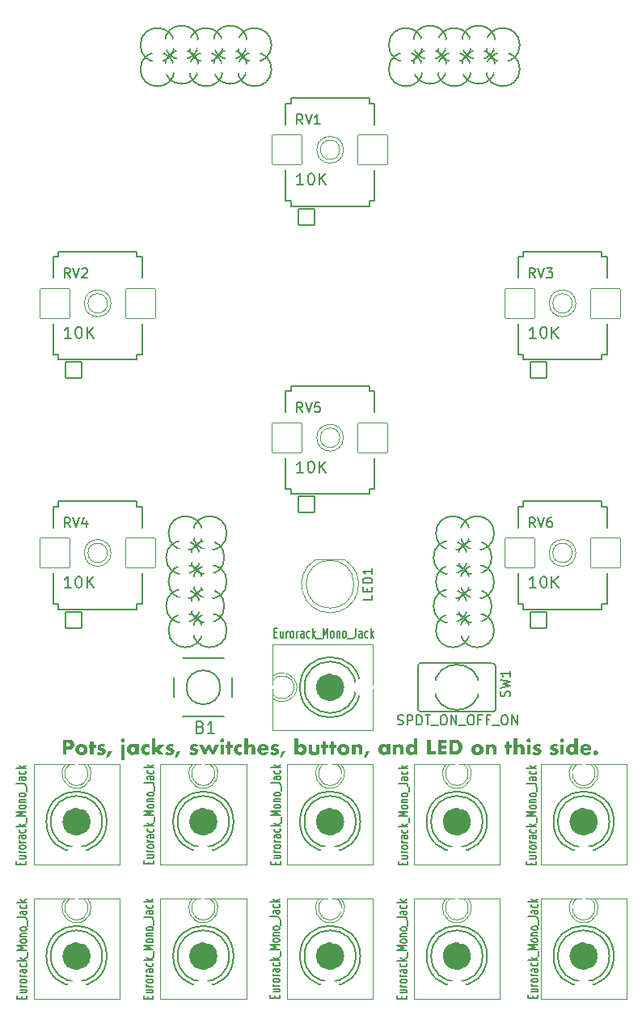
<source format=gto>
%TF.GenerationSoftware,KiCad,Pcbnew,7.0.8*%
%TF.CreationDate,2024-02-25T22:02:07-05:00*%
%TF.ProjectId,lichen-dev-module,6c696368-656e-42d6-9465-762d6d6f6475,1.0*%
%TF.SameCoordinates,Original*%
%TF.FileFunction,Legend,Top*%
%TF.FilePolarity,Positive*%
%FSLAX46Y46*%
G04 Gerber Fmt 4.6, Leading zero omitted, Abs format (unit mm)*
G04 Created by KiCad (PCBNEW 7.0.8) date 2024-02-25 22:02:07*
%MOMM*%
%LPD*%
G01*
G04 APERTURE LIST*
G04 Aperture macros list*
%AMRoundRect*
0 Rectangle with rounded corners*
0 $1 Rounding radius*
0 $2 $3 $4 $5 $6 $7 $8 $9 X,Y pos of 4 corners*
0 Add a 4 corners polygon primitive as box body*
4,1,4,$2,$3,$4,$5,$6,$7,$8,$9,$2,$3,0*
0 Add four circle primitives for the rounded corners*
1,1,$1+$1,$2,$3*
1,1,$1+$1,$4,$5*
1,1,$1+$1,$6,$7*
1,1,$1+$1,$8,$9*
0 Add four rect primitives between the rounded corners*
20,1,$1+$1,$2,$3,$4,$5,0*
20,1,$1+$1,$4,$5,$6,$7,0*
20,1,$1+$1,$6,$7,$8,$9,0*
20,1,$1+$1,$8,$9,$2,$3,0*%
G04 Aperture macros list end*
%ADD10C,0.300000*%
%ADD11C,0.153000*%
%ADD12C,0.167000*%
%ADD13C,0.150000*%
%ADD14C,0.120000*%
%ADD15C,1.500000*%
%ADD16C,0.127000*%
%ADD17C,0.203200*%
%ADD18C,0.050800*%
%ADD19C,2.000000*%
%ADD20RoundRect,0.076200X-0.825000X0.825000X-0.825000X-0.825000X0.825000X-0.825000X0.825000X0.825000X0*%
%ADD21C,1.802400*%
%ADD22RoundRect,0.076200X-1.558000X1.558000X-1.558000X-1.558000X1.558000X-1.558000X1.558000X1.558000X0*%
%ADD23C,2.032000*%
%ADD24R,1.800000X1.800000*%
%ADD25C,1.800000*%
%ADD26C,1.651000*%
%ADD27C,2.082800*%
G04 APERTURE END LIST*
D10*
G36*
X108069516Y-187782356D02*
G01*
X108085686Y-187782764D01*
X108101613Y-187783444D01*
X108117299Y-187784396D01*
X108132743Y-187785619D01*
X108147945Y-187787115D01*
X108162905Y-187788882D01*
X108177623Y-187790922D01*
X108192099Y-187793233D01*
X108220327Y-187798671D01*
X108247586Y-187805197D01*
X108273879Y-187812810D01*
X108299204Y-187821512D01*
X108323561Y-187831300D01*
X108346951Y-187842177D01*
X108369374Y-187854141D01*
X108390829Y-187867193D01*
X108411317Y-187881332D01*
X108430837Y-187896559D01*
X108449390Y-187912874D01*
X108458304Y-187921439D01*
X108475340Y-187939240D01*
X108491277Y-187957932D01*
X108506114Y-187977514D01*
X108519853Y-187997986D01*
X108532493Y-188019348D01*
X108544033Y-188041601D01*
X108554474Y-188064743D01*
X108563817Y-188088776D01*
X108572060Y-188113698D01*
X108579204Y-188139511D01*
X108585249Y-188166214D01*
X108590195Y-188193808D01*
X108594042Y-188222291D01*
X108596789Y-188251665D01*
X108597751Y-188266685D01*
X108598438Y-188281928D01*
X108598850Y-188297394D01*
X108598988Y-188313082D01*
X108598849Y-188328748D01*
X108598432Y-188344192D01*
X108597738Y-188359414D01*
X108596767Y-188374414D01*
X108595517Y-188389192D01*
X108592186Y-188418083D01*
X108587743Y-188446087D01*
X108582191Y-188473204D01*
X108575527Y-188499434D01*
X108567754Y-188524776D01*
X108558869Y-188549230D01*
X108548874Y-188572798D01*
X108537769Y-188595478D01*
X108525553Y-188617271D01*
X108512227Y-188638177D01*
X108497790Y-188658195D01*
X108482242Y-188677326D01*
X108465584Y-188695570D01*
X108456838Y-188704359D01*
X108438627Y-188721173D01*
X108419441Y-188736903D01*
X108399278Y-188751547D01*
X108378139Y-188765107D01*
X108356024Y-188777582D01*
X108332933Y-188788972D01*
X108308866Y-188799278D01*
X108283823Y-188808498D01*
X108257804Y-188816634D01*
X108230809Y-188823685D01*
X108202838Y-188829652D01*
X108173891Y-188834533D01*
X108159051Y-188836567D01*
X108143968Y-188838330D01*
X108128640Y-188839821D01*
X108113068Y-188841042D01*
X108097253Y-188841991D01*
X108081193Y-188842669D01*
X108064890Y-188843076D01*
X108048342Y-188843211D01*
X107804344Y-188843211D01*
X107804344Y-189370776D01*
X107403175Y-189370776D01*
X107403175Y-188116345D01*
X107804344Y-188116345D01*
X107804344Y-188509087D01*
X107944295Y-188509087D01*
X107972466Y-188508320D01*
X107998820Y-188506019D01*
X108023356Y-188502183D01*
X108046075Y-188496814D01*
X108066977Y-188489910D01*
X108086061Y-188481472D01*
X108103327Y-188471500D01*
X108118776Y-188459994D01*
X108132407Y-188446954D01*
X108144221Y-188432380D01*
X108154217Y-188416271D01*
X108162396Y-188398628D01*
X108168757Y-188379451D01*
X108173301Y-188358740D01*
X108176027Y-188336495D01*
X108176936Y-188312716D01*
X108176027Y-188288936D01*
X108173301Y-188266691D01*
X108168757Y-188245980D01*
X108162396Y-188226803D01*
X108154217Y-188209161D01*
X108144221Y-188193052D01*
X108132407Y-188178478D01*
X108118776Y-188165437D01*
X108103327Y-188153931D01*
X108086061Y-188143959D01*
X108066977Y-188135521D01*
X108046075Y-188128618D01*
X108023356Y-188123248D01*
X107998820Y-188119413D01*
X107972466Y-188117112D01*
X107944295Y-188116345D01*
X107804344Y-188116345D01*
X107403175Y-188116345D01*
X107403175Y-187782220D01*
X108053105Y-187782220D01*
X108069516Y-187782356D01*
G37*
G36*
X109388194Y-188257199D02*
G01*
X109405310Y-188257710D01*
X109422265Y-188258561D01*
X109439061Y-188259753D01*
X109455696Y-188261286D01*
X109472171Y-188263159D01*
X109488486Y-188265373D01*
X109504640Y-188267928D01*
X109520634Y-188270823D01*
X109536468Y-188274059D01*
X109552142Y-188277635D01*
X109567655Y-188281552D01*
X109583008Y-188285810D01*
X109598200Y-188290408D01*
X109613233Y-188295346D01*
X109628105Y-188300626D01*
X109642774Y-188306166D01*
X109657197Y-188311977D01*
X109671373Y-188318061D01*
X109685304Y-188324417D01*
X109698988Y-188331044D01*
X109712426Y-188337943D01*
X109725618Y-188345115D01*
X109738564Y-188352558D01*
X109751263Y-188360273D01*
X109763717Y-188368260D01*
X109775924Y-188376519D01*
X109787886Y-188385050D01*
X109805366Y-188398356D01*
X109822292Y-188412274D01*
X109833269Y-188421892D01*
X109849277Y-188436716D01*
X109864602Y-188452062D01*
X109879244Y-188467929D01*
X109893204Y-188484317D01*
X109906481Y-188501228D01*
X109919075Y-188518660D01*
X109930987Y-188536613D01*
X109942216Y-188555089D01*
X109952763Y-188574086D01*
X109962627Y-188593604D01*
X109968824Y-188606906D01*
X109974680Y-188620413D01*
X109980158Y-188634097D01*
X109985259Y-188647959D01*
X109989981Y-188661998D01*
X109994326Y-188676215D01*
X109998293Y-188690609D01*
X110001882Y-188705181D01*
X110005094Y-188719930D01*
X110007927Y-188734856D01*
X110010383Y-188749960D01*
X110012461Y-188765242D01*
X110014161Y-188780700D01*
X110015484Y-188796337D01*
X110016428Y-188812150D01*
X110016995Y-188828142D01*
X110017184Y-188844310D01*
X110016991Y-188860435D01*
X110016411Y-188876384D01*
X110015445Y-188892160D01*
X110014093Y-188907760D01*
X110012354Y-188923186D01*
X110010229Y-188938437D01*
X110007717Y-188953514D01*
X110004819Y-188968416D01*
X110001535Y-188983144D01*
X109997864Y-188997697D01*
X109993807Y-189012075D01*
X109989363Y-189026279D01*
X109984533Y-189040308D01*
X109979317Y-189054163D01*
X109973714Y-189067843D01*
X109967725Y-189081348D01*
X109961399Y-189094652D01*
X109951374Y-189114178D01*
X109940705Y-189133189D01*
X109929392Y-189151684D01*
X109917435Y-189169665D01*
X109904834Y-189187130D01*
X109891590Y-189204080D01*
X109877701Y-189220515D01*
X109863168Y-189236435D01*
X109847991Y-189251839D01*
X109832170Y-189266728D01*
X109815790Y-189280982D01*
X109798798Y-189294618D01*
X109781194Y-189307635D01*
X109769118Y-189315970D01*
X109756771Y-189324030D01*
X109744151Y-189331815D01*
X109731260Y-189339326D01*
X109718096Y-189346561D01*
X109704661Y-189353522D01*
X109690954Y-189360209D01*
X109676975Y-189366620D01*
X109662724Y-189372757D01*
X109648201Y-189378618D01*
X109633406Y-189384205D01*
X109625907Y-189386896D01*
X109610761Y-189392042D01*
X109595458Y-189396856D01*
X109579998Y-189401339D01*
X109564380Y-189405489D01*
X109548605Y-189409307D01*
X109532673Y-189412793D01*
X109516583Y-189415947D01*
X109500335Y-189418770D01*
X109483931Y-189421260D01*
X109467368Y-189423418D01*
X109450649Y-189425244D01*
X109433772Y-189426738D01*
X109416737Y-189427900D01*
X109399545Y-189428730D01*
X109382196Y-189429228D01*
X109364689Y-189429394D01*
X109347460Y-189429228D01*
X109330394Y-189428730D01*
X109313491Y-189427900D01*
X109296751Y-189426738D01*
X109280175Y-189425244D01*
X109263761Y-189423418D01*
X109247511Y-189421260D01*
X109231424Y-189418770D01*
X109215500Y-189415947D01*
X109199739Y-189412793D01*
X109184142Y-189409307D01*
X109168707Y-189405489D01*
X109153436Y-189401339D01*
X109138327Y-189396856D01*
X109123382Y-189392042D01*
X109108600Y-189386896D01*
X109094072Y-189381442D01*
X109079795Y-189375705D01*
X109065770Y-189369684D01*
X109051997Y-189363380D01*
X109038476Y-189356792D01*
X109025207Y-189349922D01*
X109012189Y-189342768D01*
X108999424Y-189335330D01*
X108986910Y-189327609D01*
X108968612Y-189315497D01*
X108950881Y-189302747D01*
X108933716Y-189289359D01*
X108917118Y-189275334D01*
X108906367Y-189265629D01*
X108890752Y-189250528D01*
X108875782Y-189234898D01*
X108861455Y-189218740D01*
X108847772Y-189202054D01*
X108834733Y-189184840D01*
X108822338Y-189167097D01*
X108810587Y-189148827D01*
X108799481Y-189130029D01*
X108789018Y-189110702D01*
X108782400Y-189097525D01*
X108776069Y-189084112D01*
X108773011Y-189077318D01*
X108767199Y-189063529D01*
X108761762Y-189049549D01*
X108756700Y-189035377D01*
X108752013Y-189021012D01*
X108747702Y-189006457D01*
X108743765Y-188991709D01*
X108740202Y-188976770D01*
X108737015Y-188961639D01*
X108734203Y-188946316D01*
X108731766Y-188930801D01*
X108729704Y-188915095D01*
X108728017Y-188899196D01*
X108726704Y-188883106D01*
X108725767Y-188866825D01*
X108725204Y-188850351D01*
X108725087Y-188839914D01*
X109126186Y-188839914D01*
X109126669Y-188857093D01*
X109128118Y-188873824D01*
X109130533Y-188890108D01*
X109133914Y-188905945D01*
X109138261Y-188921335D01*
X109143574Y-188936278D01*
X109145970Y-188942130D01*
X109152456Y-188956269D01*
X109159551Y-188969836D01*
X109167254Y-188982830D01*
X109175565Y-188995252D01*
X109184484Y-189007102D01*
X109194012Y-189018379D01*
X109197993Y-189022730D01*
X109208487Y-189033116D01*
X109219589Y-189042751D01*
X109231299Y-189051635D01*
X109243617Y-189059767D01*
X109256544Y-189067148D01*
X109270078Y-189073777D01*
X109275662Y-189076219D01*
X109289870Y-189081707D01*
X109304328Y-189086265D01*
X109319036Y-189089893D01*
X109333995Y-189092591D01*
X109349204Y-189094358D01*
X109364663Y-189095195D01*
X109370917Y-189095270D01*
X109386574Y-189094805D01*
X109401944Y-189093409D01*
X109417028Y-189091084D01*
X109431825Y-189087828D01*
X109446337Y-189083642D01*
X109460562Y-189078526D01*
X109466172Y-189076219D01*
X109479941Y-189069890D01*
X109493084Y-189062809D01*
X109505601Y-189054978D01*
X109517492Y-189046395D01*
X109530934Y-189035103D01*
X109541447Y-189024867D01*
X109543475Y-189022730D01*
X109553351Y-189011682D01*
X109562602Y-189000061D01*
X109571226Y-188987868D01*
X109579224Y-188975102D01*
X109586596Y-188961764D01*
X109593342Y-188947854D01*
X109595865Y-188942130D01*
X109601670Y-188927420D01*
X109606491Y-188912370D01*
X109610328Y-188896980D01*
X109613181Y-188881250D01*
X109615051Y-188865181D01*
X109615936Y-188848771D01*
X109616015Y-188842112D01*
X109615523Y-188826209D01*
X109614047Y-188810556D01*
X109611587Y-188795154D01*
X109608144Y-188780002D01*
X109603716Y-188765101D01*
X109598305Y-188750450D01*
X109595865Y-188744659D01*
X109589369Y-188730520D01*
X109582248Y-188716953D01*
X109574500Y-188703959D01*
X109566126Y-188691536D01*
X109557126Y-188679687D01*
X109547500Y-188668410D01*
X109543475Y-188664059D01*
X109533087Y-188653673D01*
X109519795Y-188642201D01*
X109505601Y-188631811D01*
X109493084Y-188623979D01*
X109479941Y-188616899D01*
X109466172Y-188610570D01*
X109452061Y-188604976D01*
X109437664Y-188600330D01*
X109422981Y-188596633D01*
X109408012Y-188593883D01*
X109392756Y-188592082D01*
X109377214Y-188591229D01*
X109370917Y-188591153D01*
X109355357Y-188591627D01*
X109340048Y-188593049D01*
X109324989Y-188595419D01*
X109310181Y-188598738D01*
X109295623Y-188603004D01*
X109281315Y-188608219D01*
X109275662Y-188610570D01*
X109261884Y-188616899D01*
X109248715Y-188623979D01*
X109236153Y-188631811D01*
X109224200Y-188640394D01*
X109212855Y-188649729D01*
X109202118Y-188659814D01*
X109197993Y-188664059D01*
X109188222Y-188675081D01*
X109179060Y-188686621D01*
X109170505Y-188698680D01*
X109162559Y-188711257D01*
X109155221Y-188724354D01*
X109148491Y-188737969D01*
X109145970Y-188743560D01*
X109140270Y-188757794D01*
X109135537Y-188772333D01*
X109131769Y-188787175D01*
X109128968Y-188802322D01*
X109127133Y-188817772D01*
X109126263Y-188833527D01*
X109126186Y-188839914D01*
X108725087Y-188839914D01*
X108725017Y-188833686D01*
X108725204Y-188818546D01*
X108725767Y-188803535D01*
X108726704Y-188788653D01*
X108728017Y-188773900D01*
X108729704Y-188759275D01*
X108732938Y-188737580D01*
X108737015Y-188716174D01*
X108741937Y-188695059D01*
X108747702Y-188674233D01*
X108754310Y-188653697D01*
X108761762Y-188633451D01*
X108770058Y-188613494D01*
X108773011Y-188606906D01*
X108782407Y-188587433D01*
X108792459Y-188568442D01*
X108803169Y-188549935D01*
X108814536Y-188531910D01*
X108826559Y-188514369D01*
X108839240Y-188497310D01*
X108852577Y-188480735D01*
X108866571Y-188464643D01*
X108881222Y-188449033D01*
X108896530Y-188433907D01*
X108907100Y-188424091D01*
X108923526Y-188409755D01*
X108940519Y-188396012D01*
X108958079Y-188382862D01*
X108970100Y-188374424D01*
X108982374Y-188366249D01*
X108994899Y-188358338D01*
X109007676Y-188350690D01*
X109020704Y-188343306D01*
X109033985Y-188336185D01*
X109047518Y-188329327D01*
X109061302Y-188322732D01*
X109075339Y-188316401D01*
X109089627Y-188310333D01*
X109104167Y-188304528D01*
X109111531Y-188301725D01*
X109126455Y-188296312D01*
X109141550Y-188291249D01*
X109156817Y-188286535D01*
X109172256Y-188282170D01*
X109187867Y-188278155D01*
X109203649Y-188274488D01*
X109219603Y-188271171D01*
X109235729Y-188268203D01*
X109252026Y-188265584D01*
X109268495Y-188263314D01*
X109285136Y-188261393D01*
X109301949Y-188259822D01*
X109318934Y-188258600D01*
X109336090Y-188257727D01*
X109353418Y-188257203D01*
X109370917Y-188257028D01*
X109388194Y-188257199D01*
G37*
G36*
X110646231Y-188632185D02*
G01*
X110646231Y-189382500D01*
X110271074Y-189382500D01*
X110271074Y-188632185D01*
X110153838Y-188632185D01*
X110153838Y-188303923D01*
X110271074Y-188303923D01*
X110271074Y-187975661D01*
X110646231Y-187975661D01*
X110646231Y-188303923D01*
X110880704Y-188303923D01*
X110880704Y-188632185D01*
X110646231Y-188632185D01*
G37*
G36*
X111744591Y-188570270D02*
G01*
X111731281Y-188563571D01*
X111718001Y-188557304D01*
X111698141Y-188548714D01*
X111678352Y-188541097D01*
X111658634Y-188534452D01*
X111638987Y-188528779D01*
X111619410Y-188524079D01*
X111599905Y-188520351D01*
X111580470Y-188517596D01*
X111561106Y-188515813D01*
X111541813Y-188515003D01*
X111535397Y-188514949D01*
X111519077Y-188515477D01*
X111503777Y-188517060D01*
X111486762Y-188520353D01*
X111471216Y-188525166D01*
X111457138Y-188531498D01*
X111448569Y-188536564D01*
X111435721Y-188546722D01*
X111426029Y-188558283D01*
X111418816Y-188573212D01*
X111415886Y-188587778D01*
X111415596Y-188594450D01*
X111416578Y-188610038D01*
X111420104Y-188624417D01*
X111420725Y-188625957D01*
X111429897Y-188638103D01*
X111441934Y-188646973D01*
X111444173Y-188648306D01*
X111458758Y-188655393D01*
X111473653Y-188660871D01*
X111489132Y-188665496D01*
X111497662Y-188667723D01*
X111514118Y-188671620D01*
X111529927Y-188675295D01*
X111544300Y-188678594D01*
X111559765Y-188682107D01*
X111576321Y-188685835D01*
X111590352Y-188688972D01*
X111610003Y-188693199D01*
X111629021Y-188697822D01*
X111647406Y-188702839D01*
X111665159Y-188708252D01*
X111682279Y-188714059D01*
X111698767Y-188720262D01*
X111714622Y-188726859D01*
X111729845Y-188733852D01*
X111744435Y-188741239D01*
X111758393Y-188749021D01*
X111771718Y-188757199D01*
X111784411Y-188765771D01*
X111796470Y-188774738D01*
X111807898Y-188784101D01*
X111823853Y-188798885D01*
X111828855Y-188804010D01*
X111842997Y-188819872D01*
X111855749Y-188836545D01*
X111867109Y-188854030D01*
X111877078Y-188872326D01*
X111885656Y-188891433D01*
X111892843Y-188911352D01*
X111898639Y-188932083D01*
X111903044Y-188953624D01*
X111905208Y-188968436D01*
X111906753Y-188983609D01*
X111907681Y-188999142D01*
X111907990Y-189015036D01*
X111907655Y-189033001D01*
X111906650Y-189050624D01*
X111904976Y-189067905D01*
X111902632Y-189084846D01*
X111899618Y-189101445D01*
X111895934Y-189117703D01*
X111891581Y-189133619D01*
X111886557Y-189149194D01*
X111880864Y-189164428D01*
X111874502Y-189179320D01*
X111869888Y-189189059D01*
X111862483Y-189203338D01*
X111854556Y-189217185D01*
X111846108Y-189230600D01*
X111837138Y-189243584D01*
X111827647Y-189256137D01*
X111817634Y-189268258D01*
X111807099Y-189279948D01*
X111796043Y-189291206D01*
X111784465Y-189302033D01*
X111772365Y-189312428D01*
X111764009Y-189319118D01*
X111751059Y-189328736D01*
X111737626Y-189337940D01*
X111723710Y-189346733D01*
X111709312Y-189355114D01*
X111694430Y-189363082D01*
X111679065Y-189370638D01*
X111663217Y-189377783D01*
X111646887Y-189384515D01*
X111630073Y-189390834D01*
X111612776Y-189396742D01*
X111600977Y-189400451D01*
X111583014Y-189405624D01*
X111564711Y-189410287D01*
X111546066Y-189414442D01*
X111527080Y-189418088D01*
X111507752Y-189421226D01*
X111488083Y-189423854D01*
X111468073Y-189425974D01*
X111447722Y-189427585D01*
X111427029Y-189428688D01*
X111405995Y-189429281D01*
X111391783Y-189429394D01*
X111364330Y-189428913D01*
X111336925Y-189427471D01*
X111309570Y-189425066D01*
X111282262Y-189421700D01*
X111255004Y-189417373D01*
X111227794Y-189412083D01*
X111200633Y-189405832D01*
X111173521Y-189398620D01*
X111146457Y-189390445D01*
X111119442Y-189381309D01*
X111092476Y-189371211D01*
X111065558Y-189360151D01*
X111052117Y-189354261D01*
X111038689Y-189348130D01*
X111025273Y-189341759D01*
X111011868Y-189335147D01*
X110998477Y-189328295D01*
X110985097Y-189321202D01*
X110971729Y-189313869D01*
X110958374Y-189306296D01*
X111096859Y-189034820D01*
X111117400Y-189048528D01*
X111137806Y-189061353D01*
X111158078Y-189073292D01*
X111178215Y-189084348D01*
X111198218Y-189094519D01*
X111218086Y-189103805D01*
X111237819Y-189112207D01*
X111257418Y-189119725D01*
X111276883Y-189126358D01*
X111296213Y-189132107D01*
X111315408Y-189136971D01*
X111334469Y-189140951D01*
X111353396Y-189144046D01*
X111372188Y-189146258D01*
X111390845Y-189147584D01*
X111409368Y-189148026D01*
X111425829Y-189147454D01*
X111441325Y-189145737D01*
X111455854Y-189142874D01*
X111472014Y-189137928D01*
X111486783Y-189131334D01*
X111498028Y-189124579D01*
X111509856Y-189115211D01*
X111520563Y-189103175D01*
X111527938Y-189089946D01*
X111531983Y-189075526D01*
X111532833Y-189064495D01*
X111532060Y-189049417D01*
X111529205Y-189034691D01*
X111527337Y-189029324D01*
X111519186Y-189015952D01*
X111508111Y-189005896D01*
X111504989Y-189003679D01*
X111491203Y-188995670D01*
X111477025Y-188989568D01*
X111462233Y-188984485D01*
X111454064Y-188982063D01*
X111438354Y-188977843D01*
X111423353Y-188974143D01*
X111406935Y-188970364D01*
X111392172Y-188967157D01*
X111376424Y-188963896D01*
X111366503Y-188961913D01*
X111344260Y-188957153D01*
X111322866Y-188952125D01*
X111302322Y-188946827D01*
X111282629Y-188941260D01*
X111263785Y-188935423D01*
X111245792Y-188929318D01*
X111228649Y-188922944D01*
X111212356Y-188916301D01*
X111196912Y-188909389D01*
X111182319Y-188902207D01*
X111168577Y-188894757D01*
X111155684Y-188887038D01*
X111137938Y-188874954D01*
X111122105Y-188862265D01*
X111112613Y-188853469D01*
X111099715Y-188839588D01*
X111088085Y-188824734D01*
X111077724Y-188808908D01*
X111068632Y-188792109D01*
X111060809Y-188774338D01*
X111054254Y-188755594D01*
X111048968Y-188735878D01*
X111044950Y-188715190D01*
X111042201Y-188693529D01*
X111041074Y-188678548D01*
X111040510Y-188663135D01*
X111040439Y-188655266D01*
X111040735Y-188638120D01*
X111041624Y-188621302D01*
X111043105Y-188604812D01*
X111045179Y-188588651D01*
X111047845Y-188572818D01*
X111051104Y-188557314D01*
X111054955Y-188542138D01*
X111059399Y-188527291D01*
X111064435Y-188512772D01*
X111070063Y-188498581D01*
X111074145Y-188489303D01*
X111080791Y-188475627D01*
X111087952Y-188462350D01*
X111095629Y-188449472D01*
X111103820Y-188436993D01*
X111112527Y-188424914D01*
X111121749Y-188413234D01*
X111131486Y-188401953D01*
X111141739Y-188391072D01*
X111152507Y-188380590D01*
X111163789Y-188370507D01*
X111171598Y-188364007D01*
X111183779Y-188354596D01*
X111196417Y-188345597D01*
X111209513Y-188337010D01*
X111223066Y-188328836D01*
X111237076Y-188321074D01*
X111251544Y-188313723D01*
X111266468Y-188306785D01*
X111281850Y-188300259D01*
X111297690Y-188294146D01*
X111313986Y-188288444D01*
X111325104Y-188284872D01*
X111342180Y-188279896D01*
X111359610Y-188275410D01*
X111377394Y-188271413D01*
X111395532Y-188267905D01*
X111414024Y-188264887D01*
X111432871Y-188262358D01*
X111452072Y-188260319D01*
X111471627Y-188258769D01*
X111491536Y-188257708D01*
X111511800Y-188257137D01*
X111525505Y-188257028D01*
X111547951Y-188257295D01*
X111570316Y-188258093D01*
X111592602Y-188259424D01*
X111614807Y-188261287D01*
X111636932Y-188263683D01*
X111658977Y-188266611D01*
X111680941Y-188270072D01*
X111702826Y-188274064D01*
X111724630Y-188278590D01*
X111746354Y-188283647D01*
X111767999Y-188289237D01*
X111789563Y-188295359D01*
X111811046Y-188302014D01*
X111832450Y-188309201D01*
X111853774Y-188316920D01*
X111875017Y-188325172D01*
X111744591Y-188570270D01*
G37*
G36*
X112215736Y-188983895D02*
G01*
X112572941Y-188983895D01*
X112186427Y-189687315D01*
X111942794Y-189687315D01*
X112215736Y-188983895D01*
G37*
G36*
X113887822Y-188303923D02*
G01*
X113887822Y-189921788D01*
X113512665Y-189921788D01*
X113512665Y-188303923D01*
X113887822Y-188303923D01*
G37*
G36*
X113489218Y-187881871D02*
G01*
X113489798Y-187865716D01*
X113491536Y-187849946D01*
X113494434Y-187834563D01*
X113498492Y-187819567D01*
X113503708Y-187804956D01*
X113505704Y-187800172D01*
X113512325Y-187786082D01*
X113519821Y-187772661D01*
X113528193Y-187759909D01*
X113537441Y-187747828D01*
X113547564Y-187736416D01*
X113551134Y-187732761D01*
X113562309Y-187722346D01*
X113574129Y-187712806D01*
X113586592Y-187704142D01*
X113599700Y-187696354D01*
X113613451Y-187689441D01*
X113618178Y-187687332D01*
X113632784Y-187681729D01*
X113647751Y-187677286D01*
X113663078Y-187674001D01*
X113678766Y-187671876D01*
X113694814Y-187670910D01*
X113700244Y-187670846D01*
X113716400Y-187671425D01*
X113732169Y-187673164D01*
X113747552Y-187676062D01*
X113762549Y-187680119D01*
X113777159Y-187685336D01*
X113781943Y-187687332D01*
X113796021Y-187693952D01*
X113809403Y-187701448D01*
X113822090Y-187709820D01*
X113834081Y-187719068D01*
X113845377Y-187729192D01*
X113848988Y-187732761D01*
X113859403Y-187743950D01*
X113868943Y-187755808D01*
X113877607Y-187768336D01*
X113885395Y-187781533D01*
X113892307Y-187795401D01*
X113894417Y-187800172D01*
X113900144Y-187814654D01*
X113904686Y-187829521D01*
X113908044Y-187844776D01*
X113910216Y-187860416D01*
X113911204Y-187876443D01*
X113911270Y-187881871D01*
X113910677Y-187897916D01*
X113908900Y-187913625D01*
X113905937Y-187928999D01*
X113901790Y-187944039D01*
X113896458Y-187958744D01*
X113894417Y-187963571D01*
X113887797Y-187977661D01*
X113880300Y-187991082D01*
X113871928Y-188003834D01*
X113862681Y-188015915D01*
X113852557Y-188027327D01*
X113848988Y-188030982D01*
X113837924Y-188041286D01*
X113826164Y-188050765D01*
X113813709Y-188059421D01*
X113800559Y-188067252D01*
X113786713Y-188074258D01*
X113781943Y-188076411D01*
X113767462Y-188082014D01*
X113752594Y-188086457D01*
X113737340Y-188089742D01*
X113721699Y-188091867D01*
X113705672Y-188092833D01*
X113700244Y-188092897D01*
X113684075Y-188092318D01*
X113668267Y-188090579D01*
X113652820Y-188087681D01*
X113637733Y-188083624D01*
X113623007Y-188078407D01*
X113618178Y-188076411D01*
X113604212Y-188069679D01*
X113590890Y-188062123D01*
X113578212Y-188053742D01*
X113566177Y-188044537D01*
X113554787Y-188034508D01*
X113551134Y-188030982D01*
X113540718Y-188019793D01*
X113531178Y-188007935D01*
X113522514Y-187995407D01*
X113514726Y-187982209D01*
X113507814Y-187968342D01*
X113505704Y-187963571D01*
X113500102Y-187948978D01*
X113495658Y-187934050D01*
X113492374Y-187918787D01*
X113490248Y-187903189D01*
X113489282Y-187887257D01*
X113489218Y-187881871D01*
G37*
G36*
X114690350Y-188251715D02*
G01*
X114714552Y-188253359D01*
X114738218Y-188256100D01*
X114761349Y-188259936D01*
X114783945Y-188264870D01*
X114806006Y-188270899D01*
X114827531Y-188278024D01*
X114848521Y-188286246D01*
X114868976Y-188295564D01*
X114888895Y-188305978D01*
X114908280Y-188317489D01*
X114927129Y-188330095D01*
X114945443Y-188343798D01*
X114963222Y-188358597D01*
X114980465Y-188374493D01*
X114997173Y-188391484D01*
X114997173Y-188280476D01*
X115372330Y-188280476D01*
X115372330Y-189359052D01*
X114997173Y-189359052D01*
X114997173Y-189242182D01*
X114981726Y-189262013D01*
X114965609Y-189280564D01*
X114948822Y-189297836D01*
X114931365Y-189313829D01*
X114913239Y-189328542D01*
X114894442Y-189341976D01*
X114874977Y-189354131D01*
X114854841Y-189365006D01*
X114834035Y-189374601D01*
X114812560Y-189382917D01*
X114790415Y-189389954D01*
X114767600Y-189395712D01*
X114744116Y-189400189D01*
X114719961Y-189403388D01*
X114695137Y-189405307D01*
X114669644Y-189405947D01*
X114647898Y-189405567D01*
X114626487Y-189404427D01*
X114605411Y-189402527D01*
X114584670Y-189399867D01*
X114564264Y-189396448D01*
X114544192Y-189392268D01*
X114524456Y-189387329D01*
X114505054Y-189381629D01*
X114485988Y-189375170D01*
X114467256Y-189367951D01*
X114454954Y-189362716D01*
X114436829Y-189354301D01*
X114419135Y-189345268D01*
X114401873Y-189335616D01*
X114385042Y-189325347D01*
X114368642Y-189314459D01*
X114352674Y-189302953D01*
X114337138Y-189290828D01*
X114322033Y-189278086D01*
X114307359Y-189264725D01*
X114293117Y-189250746D01*
X114283862Y-189241083D01*
X114270475Y-189226076D01*
X114257656Y-189210592D01*
X114245402Y-189194631D01*
X114233716Y-189178194D01*
X114222596Y-189161281D01*
X114212043Y-189143890D01*
X114202057Y-189126024D01*
X114192637Y-189107681D01*
X114183785Y-189088861D01*
X114175498Y-189069564D01*
X114170289Y-189056435D01*
X114163022Y-189036412D01*
X114156469Y-189016048D01*
X114150631Y-188995342D01*
X114145508Y-188974295D01*
X114141100Y-188952907D01*
X114138558Y-188938458D01*
X114136334Y-188923858D01*
X114134428Y-188909106D01*
X114132839Y-188894203D01*
X114131569Y-188879148D01*
X114130616Y-188863941D01*
X114129980Y-188848582D01*
X114129662Y-188833072D01*
X114129625Y-188825626D01*
X114530792Y-188825626D01*
X114531239Y-188841713D01*
X114532580Y-188857461D01*
X114534817Y-188872869D01*
X114537947Y-188887936D01*
X114541972Y-188902664D01*
X114546892Y-188917052D01*
X114549110Y-188922712D01*
X114555262Y-188936508D01*
X114562040Y-188949732D01*
X114569444Y-188962383D01*
X114579156Y-188976808D01*
X114589769Y-188990410D01*
X114599302Y-189001114D01*
X114611679Y-189013101D01*
X114624907Y-189024058D01*
X114638985Y-189033984D01*
X114653913Y-189042880D01*
X114667002Y-189049506D01*
X114675139Y-189053138D01*
X114689153Y-189058521D01*
X114703489Y-189062991D01*
X114718148Y-189066549D01*
X114733128Y-189069195D01*
X114748430Y-189070929D01*
X114764054Y-189071750D01*
X114770394Y-189071823D01*
X114785707Y-189071366D01*
X114800733Y-189069998D01*
X114815474Y-189067717D01*
X114829928Y-189064524D01*
X114844096Y-189060418D01*
X114857978Y-189055401D01*
X114863450Y-189053138D01*
X114876894Y-189046941D01*
X114892247Y-189038561D01*
X114906750Y-189029150D01*
X114920402Y-189018708D01*
X114933205Y-189007237D01*
X114939288Y-189001114D01*
X114950802Y-188988239D01*
X114961441Y-188974616D01*
X114971204Y-188960246D01*
X114980092Y-188945129D01*
X114986829Y-188931961D01*
X114990579Y-188923811D01*
X114996173Y-188909921D01*
X115000818Y-188895726D01*
X115004516Y-188881227D01*
X115007265Y-188866424D01*
X115009067Y-188851317D01*
X115009920Y-188835905D01*
X115009996Y-188829656D01*
X115009522Y-188814105D01*
X115008100Y-188798823D01*
X115005730Y-188783808D01*
X115002411Y-188769063D01*
X114998145Y-188754585D01*
X114992930Y-188740376D01*
X114990579Y-188734767D01*
X114984207Y-188720972D01*
X114977226Y-188707748D01*
X114969638Y-188695097D01*
X114959729Y-188680671D01*
X114948944Y-188667070D01*
X114939288Y-188656366D01*
X114926910Y-188644379D01*
X114913682Y-188633422D01*
X114899604Y-188623496D01*
X114884677Y-188614600D01*
X114871587Y-188607974D01*
X114863450Y-188604342D01*
X114849683Y-188598853D01*
X114835630Y-188594295D01*
X114821290Y-188590668D01*
X114806664Y-188587970D01*
X114791752Y-188586202D01*
X114776553Y-188585365D01*
X114770394Y-188585291D01*
X114754641Y-188585756D01*
X114739210Y-188587151D01*
X114724101Y-188589477D01*
X114709314Y-188592733D01*
X114694849Y-188596919D01*
X114680706Y-188602035D01*
X114675139Y-188604342D01*
X114661696Y-188610538D01*
X114646343Y-188618919D01*
X114631840Y-188628330D01*
X114618187Y-188638771D01*
X114605384Y-188650243D01*
X114599302Y-188656366D01*
X114587937Y-188669203D01*
X114577474Y-188682709D01*
X114567913Y-188696886D01*
X114559254Y-188711732D01*
X114551495Y-188727248D01*
X114549110Y-188732569D01*
X114542884Y-188748789D01*
X114537947Y-188765576D01*
X114534817Y-188779998D01*
X114532580Y-188794814D01*
X114531239Y-188810023D01*
X114530792Y-188825626D01*
X114129625Y-188825626D01*
X114129623Y-188825259D01*
X114129970Y-188803518D01*
X114131014Y-188781983D01*
X114132753Y-188760653D01*
X114135187Y-188739530D01*
X114138317Y-188718613D01*
X114142142Y-188697902D01*
X114146663Y-188677397D01*
X114151879Y-188657098D01*
X114157791Y-188637005D01*
X114164399Y-188617119D01*
X114169190Y-188603975D01*
X114176948Y-188584561D01*
X114185247Y-188565610D01*
X114194087Y-188547123D01*
X114203468Y-188529100D01*
X114213390Y-188511540D01*
X114223853Y-188494444D01*
X114234857Y-188477812D01*
X114246401Y-188461643D01*
X114258487Y-188445938D01*
X114271114Y-188430697D01*
X114279832Y-188420793D01*
X114293328Y-188406317D01*
X114307301Y-188392427D01*
X114321750Y-188379123D01*
X114336676Y-188366405D01*
X114352078Y-188354273D01*
X114367957Y-188342728D01*
X114384312Y-188331768D01*
X114401144Y-188321394D01*
X114418453Y-188311606D01*
X114436238Y-188302405D01*
X114448360Y-188296596D01*
X114466953Y-188288477D01*
X114485913Y-188281157D01*
X114505241Y-188274635D01*
X114524935Y-188268912D01*
X114544997Y-188263988D01*
X114565426Y-188259862D01*
X114586222Y-188256535D01*
X114607385Y-188254006D01*
X114628915Y-188252276D01*
X114650812Y-188251344D01*
X114665614Y-188251167D01*
X114690350Y-188251715D01*
G37*
G36*
X116456769Y-188651969D02*
G01*
X116444535Y-188643895D01*
X116426164Y-188632760D01*
X116407767Y-188622797D01*
X116389345Y-188614007D01*
X116370896Y-188606388D01*
X116352422Y-188599942D01*
X116333922Y-188594667D01*
X116315396Y-188590565D01*
X116296845Y-188587635D01*
X116278268Y-188585877D01*
X116259665Y-188585291D01*
X116242899Y-188585756D01*
X116226491Y-188587151D01*
X116210442Y-188589477D01*
X116194749Y-188592733D01*
X116179415Y-188596919D01*
X116164438Y-188602035D01*
X116158548Y-188604342D01*
X116144285Y-188610565D01*
X116130577Y-188617558D01*
X116117423Y-188625320D01*
X116104824Y-188633851D01*
X116092780Y-188643152D01*
X116081290Y-188653221D01*
X116076849Y-188657465D01*
X116066234Y-188668540D01*
X116056370Y-188680241D01*
X116047257Y-188692568D01*
X116038896Y-188705521D01*
X116031286Y-188719101D01*
X116024427Y-188733306D01*
X116021894Y-188739164D01*
X116016195Y-188754087D01*
X116011461Y-188769546D01*
X116007694Y-188785543D01*
X116004893Y-188802075D01*
X116003057Y-188819145D01*
X116002188Y-188836751D01*
X116002110Y-188843944D01*
X116002593Y-188861352D01*
X116004042Y-188878312D01*
X116006457Y-188894825D01*
X116009838Y-188910891D01*
X116014185Y-188926510D01*
X116019498Y-188941682D01*
X116021894Y-188947625D01*
X116028425Y-188961976D01*
X116035654Y-188975718D01*
X116043581Y-188988852D01*
X116052205Y-189001378D01*
X116061527Y-189013295D01*
X116071547Y-189024605D01*
X116075750Y-189028958D01*
X116086728Y-189039344D01*
X116098368Y-189048979D01*
X116110671Y-189057863D01*
X116123635Y-189065995D01*
X116137261Y-189073376D01*
X116151548Y-189080006D01*
X116157449Y-189082447D01*
X116172599Y-189087830D01*
X116188053Y-189092300D01*
X116203812Y-189095858D01*
X116219874Y-189098504D01*
X116236241Y-189100238D01*
X116252911Y-189101059D01*
X116259665Y-189101132D01*
X116279326Y-189100488D01*
X116298742Y-189098556D01*
X116317914Y-189095336D01*
X116336841Y-189090828D01*
X116355524Y-189085032D01*
X116373962Y-189077948D01*
X116392155Y-189069576D01*
X116410103Y-189059916D01*
X116427806Y-189048968D01*
X116445265Y-189036732D01*
X116456769Y-189027859D01*
X116456769Y-189346229D01*
X116439196Y-189353461D01*
X116421741Y-189360226D01*
X116404403Y-189366524D01*
X116387182Y-189372356D01*
X116370079Y-189377721D01*
X116353093Y-189382620D01*
X116336225Y-189387052D01*
X116319474Y-189391017D01*
X116302840Y-189394517D01*
X116286323Y-189397549D01*
X116269924Y-189400115D01*
X116253642Y-189402214D01*
X116237478Y-189403847D01*
X116221431Y-189405014D01*
X116205501Y-189405714D01*
X116189689Y-189405947D01*
X116175033Y-189405791D01*
X116153215Y-189404972D01*
X116131597Y-189403451D01*
X116110179Y-189401228D01*
X116088960Y-189398303D01*
X116067941Y-189394676D01*
X116047122Y-189390348D01*
X116026502Y-189385317D01*
X116006082Y-189379584D01*
X115985861Y-189373150D01*
X115965840Y-189366013D01*
X115946138Y-189358220D01*
X115926874Y-189349814D01*
X115908048Y-189340797D01*
X115889660Y-189331168D01*
X115871709Y-189320928D01*
X115854197Y-189310075D01*
X115837122Y-189298611D01*
X115820485Y-189286535D01*
X115804287Y-189273847D01*
X115788526Y-189260547D01*
X115778262Y-189251341D01*
X115763367Y-189237001D01*
X115749046Y-189222146D01*
X115735297Y-189206776D01*
X115722122Y-189190891D01*
X115709520Y-189174490D01*
X115697491Y-189157575D01*
X115686036Y-189140144D01*
X115675153Y-189122198D01*
X115664844Y-189103736D01*
X115655108Y-189084760D01*
X115648935Y-189071823D01*
X115640358Y-189052032D01*
X115632625Y-189031817D01*
X115625735Y-189011177D01*
X115619689Y-188990112D01*
X115616127Y-188975832D01*
X115612940Y-188961364D01*
X115610128Y-188946706D01*
X115607691Y-188931860D01*
X115605629Y-188916825D01*
X115603941Y-188901601D01*
X115602629Y-188886188D01*
X115601692Y-188870586D01*
X115601129Y-188854795D01*
X115600942Y-188838815D01*
X115601122Y-188822871D01*
X115601663Y-188807096D01*
X115602564Y-188791490D01*
X115603827Y-188776052D01*
X115605450Y-188760784D01*
X115607433Y-188745684D01*
X115609777Y-188730753D01*
X115612482Y-188715991D01*
X115615548Y-188701398D01*
X115618974Y-188686974D01*
X115622760Y-188672719D01*
X115626908Y-188658632D01*
X115633805Y-188637819D01*
X115641514Y-188617386D01*
X115647104Y-188603975D01*
X115656055Y-188584246D01*
X115665599Y-188565039D01*
X115675736Y-188546354D01*
X115686465Y-188528190D01*
X115697786Y-188510547D01*
X115709700Y-188493426D01*
X115722207Y-188476827D01*
X115735306Y-188460750D01*
X115748997Y-188445194D01*
X115763281Y-188430160D01*
X115773133Y-188420427D01*
X115788441Y-188406298D01*
X115804277Y-188392761D01*
X115820641Y-188379816D01*
X115837533Y-188367464D01*
X115854953Y-188355705D01*
X115872901Y-188344538D01*
X115891378Y-188333964D01*
X115910382Y-188323982D01*
X115929915Y-188314592D01*
X115949975Y-188305795D01*
X115963642Y-188300259D01*
X115977488Y-188295024D01*
X115991457Y-188290127D01*
X116005549Y-188285568D01*
X116019765Y-188281346D01*
X116034103Y-188277462D01*
X116048564Y-188273916D01*
X116063149Y-188270707D01*
X116077856Y-188267836D01*
X116092687Y-188265303D01*
X116107641Y-188263108D01*
X116122717Y-188261250D01*
X116137917Y-188259730D01*
X116153240Y-188258548D01*
X116168686Y-188257704D01*
X116184255Y-188257197D01*
X116199947Y-188257028D01*
X116217265Y-188257267D01*
X116234414Y-188257984D01*
X116251394Y-188259179D01*
X116268205Y-188260852D01*
X116284848Y-188263003D01*
X116301321Y-188265632D01*
X116317626Y-188268739D01*
X116333762Y-188272324D01*
X116349729Y-188276387D01*
X116365527Y-188280928D01*
X116381156Y-188285947D01*
X116396616Y-188291444D01*
X116411908Y-188297419D01*
X116427030Y-188303872D01*
X116441984Y-188310802D01*
X116456769Y-188318211D01*
X116456769Y-188651969D01*
G37*
G36*
X117104501Y-187623951D02*
G01*
X117104501Y-188693002D01*
X117503471Y-188303923D01*
X118024075Y-188303923D01*
X117484420Y-188802178D01*
X118055582Y-189382500D01*
X117522522Y-189382500D01*
X117104501Y-188943229D01*
X117104501Y-189382500D01*
X116729344Y-189382500D01*
X116729344Y-187623951D01*
X117104501Y-187623951D01*
G37*
G36*
X118928262Y-188570270D02*
G01*
X118914951Y-188563571D01*
X118901672Y-188557304D01*
X118881812Y-188548714D01*
X118862023Y-188541097D01*
X118842305Y-188534452D01*
X118822657Y-188528779D01*
X118803081Y-188524079D01*
X118783575Y-188520351D01*
X118764140Y-188517596D01*
X118744776Y-188515813D01*
X118725483Y-188515003D01*
X118719068Y-188514949D01*
X118702748Y-188515477D01*
X118687448Y-188517060D01*
X118670433Y-188520353D01*
X118654887Y-188525166D01*
X118640809Y-188531498D01*
X118632240Y-188536564D01*
X118619392Y-188546722D01*
X118609700Y-188558283D01*
X118602487Y-188573212D01*
X118599557Y-188587778D01*
X118599267Y-188594450D01*
X118600249Y-188610038D01*
X118603775Y-188624417D01*
X118604396Y-188625957D01*
X118613568Y-188638103D01*
X118625605Y-188646973D01*
X118627843Y-188648306D01*
X118642428Y-188655393D01*
X118657324Y-188660871D01*
X118672803Y-188665496D01*
X118681332Y-188667723D01*
X118697789Y-188671620D01*
X118713597Y-188675295D01*
X118727971Y-188678594D01*
X118743436Y-188682107D01*
X118759992Y-188685835D01*
X118774023Y-188688972D01*
X118793673Y-188693199D01*
X118812691Y-188697822D01*
X118831077Y-188702839D01*
X118848830Y-188708252D01*
X118865950Y-188714059D01*
X118882438Y-188720262D01*
X118898293Y-188726859D01*
X118913516Y-188733852D01*
X118928106Y-188741239D01*
X118942064Y-188749021D01*
X118955389Y-188757199D01*
X118968081Y-188765771D01*
X118980141Y-188774738D01*
X118991569Y-188784101D01*
X119007524Y-188798885D01*
X119012526Y-188804010D01*
X119026668Y-188819872D01*
X119039419Y-188836545D01*
X119050779Y-188854030D01*
X119060748Y-188872326D01*
X119069326Y-188891433D01*
X119076514Y-188911352D01*
X119082310Y-188932083D01*
X119086714Y-188953624D01*
X119088878Y-188968436D01*
X119090424Y-188983609D01*
X119091351Y-188999142D01*
X119091660Y-189015036D01*
X119091326Y-189033001D01*
X119090321Y-189050624D01*
X119088646Y-189067905D01*
X119086302Y-189084846D01*
X119083288Y-189101445D01*
X119079605Y-189117703D01*
X119075251Y-189133619D01*
X119070228Y-189149194D01*
X119064535Y-189164428D01*
X119058172Y-189179320D01*
X119053559Y-189189059D01*
X119046154Y-189203338D01*
X119038227Y-189217185D01*
X119029779Y-189230600D01*
X119020809Y-189243584D01*
X119011317Y-189256137D01*
X119001304Y-189268258D01*
X118990770Y-189279948D01*
X118979713Y-189291206D01*
X118968135Y-189302033D01*
X118956035Y-189312428D01*
X118947679Y-189319118D01*
X118934729Y-189328736D01*
X118921297Y-189337940D01*
X118907381Y-189346733D01*
X118892982Y-189355114D01*
X118878100Y-189363082D01*
X118862736Y-189370638D01*
X118846888Y-189377783D01*
X118830557Y-189384515D01*
X118813743Y-189390834D01*
X118796447Y-189396742D01*
X118784647Y-189400451D01*
X118766685Y-189405624D01*
X118748381Y-189410287D01*
X118729736Y-189414442D01*
X118710750Y-189418088D01*
X118691423Y-189421226D01*
X118671754Y-189423854D01*
X118651744Y-189425974D01*
X118631392Y-189427585D01*
X118610700Y-189428688D01*
X118589665Y-189429281D01*
X118575453Y-189429394D01*
X118548000Y-189428913D01*
X118520596Y-189427471D01*
X118493240Y-189425066D01*
X118465933Y-189421700D01*
X118438675Y-189417373D01*
X118411465Y-189412083D01*
X118384304Y-189405832D01*
X118357192Y-189398620D01*
X118330128Y-189390445D01*
X118303113Y-189381309D01*
X118276146Y-189371211D01*
X118249229Y-189360151D01*
X118235788Y-189354261D01*
X118222360Y-189348130D01*
X118208943Y-189341759D01*
X118195539Y-189335147D01*
X118182147Y-189328295D01*
X118168767Y-189321202D01*
X118155400Y-189313869D01*
X118142044Y-189306296D01*
X118280530Y-189034820D01*
X118301071Y-189048528D01*
X118321477Y-189061353D01*
X118341749Y-189073292D01*
X118361886Y-189084348D01*
X118381888Y-189094519D01*
X118401756Y-189103805D01*
X118421490Y-189112207D01*
X118441089Y-189119725D01*
X118460554Y-189126358D01*
X118479884Y-189132107D01*
X118499079Y-189136971D01*
X118518140Y-189140951D01*
X118537066Y-189144046D01*
X118555858Y-189146258D01*
X118574516Y-189147584D01*
X118593039Y-189148026D01*
X118609500Y-189147454D01*
X118624995Y-189145737D01*
X118639525Y-189142874D01*
X118655685Y-189137928D01*
X118670454Y-189131334D01*
X118681699Y-189124579D01*
X118693527Y-189115211D01*
X118704233Y-189103175D01*
X118711609Y-189089946D01*
X118715654Y-189075526D01*
X118716503Y-189064495D01*
X118715731Y-189049417D01*
X118712876Y-189034691D01*
X118711008Y-189029324D01*
X118702856Y-189015952D01*
X118691782Y-189005896D01*
X118688660Y-189003679D01*
X118674873Y-188995670D01*
X118660696Y-188989568D01*
X118645904Y-188984485D01*
X118637735Y-188982063D01*
X118622025Y-188977843D01*
X118607024Y-188974143D01*
X118590606Y-188970364D01*
X118575842Y-188967157D01*
X118560095Y-188963896D01*
X118550174Y-188961913D01*
X118527930Y-188957153D01*
X118506537Y-188952125D01*
X118485993Y-188946827D01*
X118466299Y-188941260D01*
X118447456Y-188935423D01*
X118429463Y-188929318D01*
X118412319Y-188922944D01*
X118396026Y-188916301D01*
X118380583Y-188909389D01*
X118365990Y-188902207D01*
X118352247Y-188894757D01*
X118339354Y-188887038D01*
X118321609Y-188874954D01*
X118305776Y-188862265D01*
X118296284Y-188853469D01*
X118283385Y-188839588D01*
X118271756Y-188824734D01*
X118261395Y-188808908D01*
X118252303Y-188792109D01*
X118244479Y-188774338D01*
X118237924Y-188755594D01*
X118232638Y-188735878D01*
X118228621Y-188715190D01*
X118225872Y-188693529D01*
X118224744Y-188678548D01*
X118224180Y-188663135D01*
X118224110Y-188655266D01*
X118224406Y-188638120D01*
X118225295Y-188621302D01*
X118226776Y-188604812D01*
X118228850Y-188588651D01*
X118231516Y-188572818D01*
X118234774Y-188557314D01*
X118238626Y-188542138D01*
X118243069Y-188527291D01*
X118248105Y-188512772D01*
X118253734Y-188498581D01*
X118257815Y-188489303D01*
X118264461Y-188475627D01*
X118271623Y-188462350D01*
X118279299Y-188449472D01*
X118287491Y-188436993D01*
X118296198Y-188424914D01*
X118305420Y-188413234D01*
X118315157Y-188401953D01*
X118325410Y-188391072D01*
X118336177Y-188380590D01*
X118347460Y-188370507D01*
X118355268Y-188364007D01*
X118367449Y-188354596D01*
X118380088Y-188345597D01*
X118393184Y-188337010D01*
X118406737Y-188328836D01*
X118420747Y-188321074D01*
X118435214Y-188313723D01*
X118450139Y-188306785D01*
X118465521Y-188300259D01*
X118481360Y-188294146D01*
X118497657Y-188288444D01*
X118508775Y-188284872D01*
X118525850Y-188279896D01*
X118543280Y-188275410D01*
X118561064Y-188271413D01*
X118579203Y-188267905D01*
X118597695Y-188264887D01*
X118616542Y-188262358D01*
X118635743Y-188260319D01*
X118655298Y-188258769D01*
X118675207Y-188257708D01*
X118695470Y-188257137D01*
X118709176Y-188257028D01*
X118731622Y-188257295D01*
X118753987Y-188258093D01*
X118776272Y-188259424D01*
X118798477Y-188261287D01*
X118820602Y-188263683D01*
X118842647Y-188266611D01*
X118864612Y-188270072D01*
X118886496Y-188274064D01*
X118908301Y-188278590D01*
X118930025Y-188283647D01*
X118951669Y-188289237D01*
X118973233Y-188295359D01*
X118994717Y-188302014D01*
X119016121Y-188309201D01*
X119037444Y-188316920D01*
X119058688Y-188325172D01*
X118928262Y-188570270D01*
G37*
G36*
X119399406Y-188983895D02*
G01*
X119756612Y-188983895D01*
X119370097Y-189687315D01*
X119126465Y-189687315D01*
X119399406Y-188983895D01*
G37*
G36*
X121423935Y-188570270D02*
G01*
X121410625Y-188563571D01*
X121397345Y-188557304D01*
X121377485Y-188548714D01*
X121357696Y-188541097D01*
X121337978Y-188534452D01*
X121318331Y-188528779D01*
X121298754Y-188524079D01*
X121279249Y-188520351D01*
X121259814Y-188517596D01*
X121240450Y-188515813D01*
X121221157Y-188515003D01*
X121214741Y-188514949D01*
X121198421Y-188515477D01*
X121183121Y-188517060D01*
X121166106Y-188520353D01*
X121150560Y-188525166D01*
X121136482Y-188531498D01*
X121127913Y-188536564D01*
X121115065Y-188546722D01*
X121105373Y-188558283D01*
X121098160Y-188573212D01*
X121095230Y-188587778D01*
X121094940Y-188594450D01*
X121095922Y-188610038D01*
X121099448Y-188624417D01*
X121100069Y-188625957D01*
X121109241Y-188638103D01*
X121121278Y-188646973D01*
X121123517Y-188648306D01*
X121138102Y-188655393D01*
X121152998Y-188660871D01*
X121168476Y-188665496D01*
X121177006Y-188667723D01*
X121193463Y-188671620D01*
X121209271Y-188675295D01*
X121223644Y-188678594D01*
X121239109Y-188682107D01*
X121255665Y-188685835D01*
X121269696Y-188688972D01*
X121289347Y-188693199D01*
X121308365Y-188697822D01*
X121326750Y-188702839D01*
X121344503Y-188708252D01*
X121361623Y-188714059D01*
X121378111Y-188720262D01*
X121393966Y-188726859D01*
X121409189Y-188733852D01*
X121423779Y-188741239D01*
X121437737Y-188749021D01*
X121451062Y-188757199D01*
X121463755Y-188765771D01*
X121475815Y-188774738D01*
X121487242Y-188784101D01*
X121503197Y-188798885D01*
X121508199Y-188804010D01*
X121522341Y-188819872D01*
X121535093Y-188836545D01*
X121546453Y-188854030D01*
X121556422Y-188872326D01*
X121565000Y-188891433D01*
X121572187Y-188911352D01*
X121577983Y-188932083D01*
X121582388Y-188953624D01*
X121584552Y-188968436D01*
X121586097Y-188983609D01*
X121587025Y-188999142D01*
X121587334Y-189015036D01*
X121586999Y-189033001D01*
X121585994Y-189050624D01*
X121584320Y-189067905D01*
X121581976Y-189084846D01*
X121578962Y-189101445D01*
X121575278Y-189117703D01*
X121570925Y-189133619D01*
X121565901Y-189149194D01*
X121560209Y-189164428D01*
X121553846Y-189179320D01*
X121549232Y-189189059D01*
X121541827Y-189203338D01*
X121533900Y-189217185D01*
X121525452Y-189230600D01*
X121516482Y-189243584D01*
X121506991Y-189256137D01*
X121496978Y-189268258D01*
X121486443Y-189279948D01*
X121475387Y-189291206D01*
X121463809Y-189302033D01*
X121451709Y-189312428D01*
X121443353Y-189319118D01*
X121430403Y-189328736D01*
X121416970Y-189337940D01*
X121403054Y-189346733D01*
X121388656Y-189355114D01*
X121373774Y-189363082D01*
X121358409Y-189370638D01*
X121342561Y-189377783D01*
X121326231Y-189384515D01*
X121309417Y-189390834D01*
X121292120Y-189396742D01*
X121280321Y-189400451D01*
X121262358Y-189405624D01*
X121244055Y-189410287D01*
X121225410Y-189414442D01*
X121206424Y-189418088D01*
X121187096Y-189421226D01*
X121167427Y-189423854D01*
X121147417Y-189425974D01*
X121127066Y-189427585D01*
X121106373Y-189428688D01*
X121085339Y-189429281D01*
X121071127Y-189429394D01*
X121043674Y-189428913D01*
X121016269Y-189427471D01*
X120988914Y-189425066D01*
X120961607Y-189421700D01*
X120934348Y-189417373D01*
X120907138Y-189412083D01*
X120879977Y-189405832D01*
X120852865Y-189398620D01*
X120825801Y-189390445D01*
X120798786Y-189381309D01*
X120771820Y-189371211D01*
X120744902Y-189360151D01*
X120731461Y-189354261D01*
X120718033Y-189348130D01*
X120704617Y-189341759D01*
X120691213Y-189335147D01*
X120677821Y-189328295D01*
X120664441Y-189321202D01*
X120651073Y-189313869D01*
X120637718Y-189306296D01*
X120776203Y-189034820D01*
X120796744Y-189048528D01*
X120817150Y-189061353D01*
X120837422Y-189073292D01*
X120857559Y-189084348D01*
X120877562Y-189094519D01*
X120897430Y-189103805D01*
X120917163Y-189112207D01*
X120936762Y-189119725D01*
X120956227Y-189126358D01*
X120975557Y-189132107D01*
X120994752Y-189136971D01*
X121013813Y-189140951D01*
X121032740Y-189144046D01*
X121051532Y-189146258D01*
X121070189Y-189147584D01*
X121088712Y-189148026D01*
X121105173Y-189147454D01*
X121120669Y-189145737D01*
X121135198Y-189142874D01*
X121151358Y-189137928D01*
X121166127Y-189131334D01*
X121177372Y-189124579D01*
X121189200Y-189115211D01*
X121199907Y-189103175D01*
X121207282Y-189089946D01*
X121211327Y-189075526D01*
X121212177Y-189064495D01*
X121211404Y-189049417D01*
X121208549Y-189034691D01*
X121206681Y-189029324D01*
X121198530Y-189015952D01*
X121187455Y-189005896D01*
X121184333Y-189003679D01*
X121170547Y-188995670D01*
X121156369Y-188989568D01*
X121141577Y-188984485D01*
X121133408Y-188982063D01*
X121117698Y-188977843D01*
X121102697Y-188974143D01*
X121086279Y-188970364D01*
X121071516Y-188967157D01*
X121055768Y-188963896D01*
X121045847Y-188961913D01*
X121023604Y-188957153D01*
X121002210Y-188952125D01*
X120981666Y-188946827D01*
X120961973Y-188941260D01*
X120943129Y-188935423D01*
X120925136Y-188929318D01*
X120907993Y-188922944D01*
X120891700Y-188916301D01*
X120876257Y-188909389D01*
X120861663Y-188902207D01*
X120847921Y-188894757D01*
X120835028Y-188887038D01*
X120817282Y-188874954D01*
X120801450Y-188862265D01*
X120791957Y-188853469D01*
X120779059Y-188839588D01*
X120767429Y-188824734D01*
X120757068Y-188808908D01*
X120747976Y-188792109D01*
X120740153Y-188774338D01*
X120733598Y-188755594D01*
X120728312Y-188735878D01*
X120724294Y-188715190D01*
X120721545Y-188693529D01*
X120720418Y-188678548D01*
X120719854Y-188663135D01*
X120719783Y-188655266D01*
X120720079Y-188638120D01*
X120720968Y-188621302D01*
X120722449Y-188604812D01*
X120724523Y-188588651D01*
X120727189Y-188572818D01*
X120730448Y-188557314D01*
X120734299Y-188542138D01*
X120738743Y-188527291D01*
X120743779Y-188512772D01*
X120749407Y-188498581D01*
X120753489Y-188489303D01*
X120760135Y-188475627D01*
X120767296Y-188462350D01*
X120774973Y-188449472D01*
X120783164Y-188436993D01*
X120791871Y-188424914D01*
X120801093Y-188413234D01*
X120810830Y-188401953D01*
X120821083Y-188391072D01*
X120831851Y-188380590D01*
X120843133Y-188370507D01*
X120850942Y-188364007D01*
X120863123Y-188354596D01*
X120875761Y-188345597D01*
X120888857Y-188337010D01*
X120902410Y-188328836D01*
X120916420Y-188321074D01*
X120930888Y-188313723D01*
X120945812Y-188306785D01*
X120961194Y-188300259D01*
X120977034Y-188294146D01*
X120993330Y-188288444D01*
X121004448Y-188284872D01*
X121021524Y-188279896D01*
X121038954Y-188275410D01*
X121056738Y-188271413D01*
X121074876Y-188267905D01*
X121093369Y-188264887D01*
X121112215Y-188262358D01*
X121131416Y-188260319D01*
X121150971Y-188258769D01*
X121170880Y-188257708D01*
X121191144Y-188257137D01*
X121204850Y-188257028D01*
X121227295Y-188257295D01*
X121249660Y-188258093D01*
X121271946Y-188259424D01*
X121294151Y-188261287D01*
X121316276Y-188263683D01*
X121338321Y-188266611D01*
X121360285Y-188270072D01*
X121382170Y-188274064D01*
X121403974Y-188278590D01*
X121425698Y-188283647D01*
X121447343Y-188289237D01*
X121468907Y-188295359D01*
X121490390Y-188302014D01*
X121511794Y-188309201D01*
X121533118Y-188316920D01*
X121554361Y-188325172D01*
X121423935Y-188570270D01*
G37*
G36*
X122071667Y-188292199D02*
G01*
X122329954Y-188865926D01*
X122598866Y-188292199D01*
X122838101Y-188292199D01*
X123107013Y-188883145D01*
X123377756Y-188292199D01*
X123799808Y-188292199D01*
X123237072Y-189382500D01*
X122983182Y-189382500D01*
X122714270Y-188785326D01*
X122458182Y-189382500D01*
X122199895Y-189382500D01*
X121647418Y-188292199D01*
X122071667Y-188292199D01*
G37*
G36*
X124291102Y-188303923D02*
G01*
X124291102Y-189382500D01*
X123915945Y-189382500D01*
X123915945Y-188303923D01*
X124291102Y-188303923D01*
G37*
G36*
X123892498Y-187881871D02*
G01*
X123893077Y-187865716D01*
X123894816Y-187849946D01*
X123897714Y-187834563D01*
X123901771Y-187819567D01*
X123906988Y-187804956D01*
X123908984Y-187800172D01*
X123915605Y-187786082D01*
X123923101Y-187772661D01*
X123931473Y-187759909D01*
X123940720Y-187747828D01*
X123950844Y-187736416D01*
X123954413Y-187732761D01*
X123965589Y-187722346D01*
X123977408Y-187712806D01*
X123989872Y-187704142D01*
X124002980Y-187696354D01*
X124016731Y-187689441D01*
X124021458Y-187687332D01*
X124036064Y-187681729D01*
X124051030Y-187677286D01*
X124066358Y-187674001D01*
X124082046Y-187671876D01*
X124098094Y-187670910D01*
X124103524Y-187670846D01*
X124119679Y-187671425D01*
X124135449Y-187673164D01*
X124150832Y-187676062D01*
X124165828Y-187680119D01*
X124180439Y-187685336D01*
X124185223Y-187687332D01*
X124199301Y-187693952D01*
X124212683Y-187701448D01*
X124225370Y-187709820D01*
X124237361Y-187719068D01*
X124248657Y-187729192D01*
X124252268Y-187732761D01*
X124262683Y-187743950D01*
X124272223Y-187755808D01*
X124280887Y-187768336D01*
X124288675Y-187781533D01*
X124295587Y-187795401D01*
X124297697Y-187800172D01*
X124303424Y-187814654D01*
X124307966Y-187829521D01*
X124311324Y-187844776D01*
X124313496Y-187860416D01*
X124314484Y-187876443D01*
X124314549Y-187881871D01*
X124313957Y-187897916D01*
X124312180Y-187913625D01*
X124309217Y-187928999D01*
X124305070Y-187944039D01*
X124299737Y-187958744D01*
X124297697Y-187963571D01*
X124291076Y-187977661D01*
X124283580Y-187991082D01*
X124275208Y-188003834D01*
X124265960Y-188015915D01*
X124255837Y-188027327D01*
X124252268Y-188030982D01*
X124241204Y-188041286D01*
X124229444Y-188050765D01*
X124216989Y-188059421D01*
X124203839Y-188067252D01*
X124189993Y-188074258D01*
X124185223Y-188076411D01*
X124170741Y-188082014D01*
X124155874Y-188086457D01*
X124140619Y-188089742D01*
X124124979Y-188091867D01*
X124108952Y-188092833D01*
X124103524Y-188092897D01*
X124087355Y-188092318D01*
X124071547Y-188090579D01*
X124056099Y-188087681D01*
X124041013Y-188083624D01*
X124026287Y-188078407D01*
X124021458Y-188076411D01*
X124007492Y-188069679D01*
X123994170Y-188062123D01*
X123981491Y-188053742D01*
X123969457Y-188044537D01*
X123958067Y-188034508D01*
X123954413Y-188030982D01*
X123943998Y-188019793D01*
X123934458Y-188007935D01*
X123925794Y-187995407D01*
X123918006Y-187982209D01*
X123911094Y-187968342D01*
X123908984Y-187963571D01*
X123903381Y-187948978D01*
X123898938Y-187934050D01*
X123895653Y-187918787D01*
X123893528Y-187903189D01*
X123892562Y-187887257D01*
X123892498Y-187881871D01*
G37*
G36*
X124978401Y-188632185D02*
G01*
X124978401Y-189382500D01*
X124603244Y-189382500D01*
X124603244Y-188632185D01*
X124486008Y-188632185D01*
X124486008Y-188303923D01*
X124603244Y-188303923D01*
X124603244Y-187975661D01*
X124978401Y-187975661D01*
X124978401Y-188303923D01*
X125212875Y-188303923D01*
X125212875Y-188632185D01*
X124978401Y-188632185D01*
G37*
G36*
X126171284Y-188651969D02*
G01*
X126159050Y-188643895D01*
X126140679Y-188632760D01*
X126122282Y-188622797D01*
X126103860Y-188614007D01*
X126085411Y-188606388D01*
X126066937Y-188599942D01*
X126048437Y-188594667D01*
X126029911Y-188590565D01*
X126011360Y-188587635D01*
X125992783Y-188585877D01*
X125974180Y-188585291D01*
X125957414Y-188585756D01*
X125941006Y-188587151D01*
X125924957Y-188589477D01*
X125909264Y-188592733D01*
X125893930Y-188596919D01*
X125878953Y-188602035D01*
X125873063Y-188604342D01*
X125858800Y-188610565D01*
X125845092Y-188617558D01*
X125831938Y-188625320D01*
X125819339Y-188633851D01*
X125807295Y-188643152D01*
X125795805Y-188653221D01*
X125791364Y-188657465D01*
X125780749Y-188668540D01*
X125770885Y-188680241D01*
X125761772Y-188692568D01*
X125753411Y-188705521D01*
X125745801Y-188719101D01*
X125738942Y-188733306D01*
X125736409Y-188739164D01*
X125730710Y-188754087D01*
X125725976Y-188769546D01*
X125722209Y-188785543D01*
X125719408Y-188802075D01*
X125717572Y-188819145D01*
X125716703Y-188836751D01*
X125716625Y-188843944D01*
X125717108Y-188861352D01*
X125718557Y-188878312D01*
X125720972Y-188894825D01*
X125724353Y-188910891D01*
X125728700Y-188926510D01*
X125734013Y-188941682D01*
X125736409Y-188947625D01*
X125742940Y-188961976D01*
X125750169Y-188975718D01*
X125758096Y-188988852D01*
X125766720Y-189001378D01*
X125776042Y-189013295D01*
X125786062Y-189024605D01*
X125790265Y-189028958D01*
X125801243Y-189039344D01*
X125812883Y-189048979D01*
X125825186Y-189057863D01*
X125838150Y-189065995D01*
X125851776Y-189073376D01*
X125866063Y-189080006D01*
X125871964Y-189082447D01*
X125887114Y-189087830D01*
X125902568Y-189092300D01*
X125918327Y-189095858D01*
X125934389Y-189098504D01*
X125950756Y-189100238D01*
X125967426Y-189101059D01*
X125974180Y-189101132D01*
X125993841Y-189100488D01*
X126013257Y-189098556D01*
X126032429Y-189095336D01*
X126051357Y-189090828D01*
X126070039Y-189085032D01*
X126088477Y-189077948D01*
X126106670Y-189069576D01*
X126124618Y-189059916D01*
X126142321Y-189048968D01*
X126159780Y-189036732D01*
X126171284Y-189027859D01*
X126171284Y-189346229D01*
X126153711Y-189353461D01*
X126136256Y-189360226D01*
X126118918Y-189366524D01*
X126101697Y-189372356D01*
X126084594Y-189377721D01*
X126067608Y-189382620D01*
X126050740Y-189387052D01*
X126033989Y-189391017D01*
X126017355Y-189394517D01*
X126000838Y-189397549D01*
X125984439Y-189400115D01*
X125968157Y-189402214D01*
X125951993Y-189403847D01*
X125935946Y-189405014D01*
X125920016Y-189405714D01*
X125904204Y-189405947D01*
X125889548Y-189405791D01*
X125867730Y-189404972D01*
X125846112Y-189403451D01*
X125824694Y-189401228D01*
X125803475Y-189398303D01*
X125782456Y-189394676D01*
X125761637Y-189390348D01*
X125741017Y-189385317D01*
X125720597Y-189379584D01*
X125700376Y-189373150D01*
X125680355Y-189366013D01*
X125660653Y-189358220D01*
X125641389Y-189349814D01*
X125622563Y-189340797D01*
X125604175Y-189331168D01*
X125586224Y-189320928D01*
X125568712Y-189310075D01*
X125551637Y-189298611D01*
X125535000Y-189286535D01*
X125518802Y-189273847D01*
X125503041Y-189260547D01*
X125492777Y-189251341D01*
X125477882Y-189237001D01*
X125463561Y-189222146D01*
X125449812Y-189206776D01*
X125436637Y-189190891D01*
X125424035Y-189174490D01*
X125412006Y-189157575D01*
X125400551Y-189140144D01*
X125389668Y-189122198D01*
X125379359Y-189103736D01*
X125369623Y-189084760D01*
X125363450Y-189071823D01*
X125354873Y-189052032D01*
X125347140Y-189031817D01*
X125340250Y-189011177D01*
X125334204Y-188990112D01*
X125330642Y-188975832D01*
X125327455Y-188961364D01*
X125324643Y-188946706D01*
X125322206Y-188931860D01*
X125320144Y-188916825D01*
X125318456Y-188901601D01*
X125317144Y-188886188D01*
X125316207Y-188870586D01*
X125315644Y-188854795D01*
X125315457Y-188838815D01*
X125315637Y-188822871D01*
X125316178Y-188807096D01*
X125317079Y-188791490D01*
X125318342Y-188776052D01*
X125319965Y-188760784D01*
X125321948Y-188745684D01*
X125324292Y-188730753D01*
X125326997Y-188715991D01*
X125330063Y-188701398D01*
X125333489Y-188686974D01*
X125337275Y-188672719D01*
X125341423Y-188658632D01*
X125348320Y-188637819D01*
X125356029Y-188617386D01*
X125361619Y-188603975D01*
X125370570Y-188584246D01*
X125380114Y-188565039D01*
X125390251Y-188546354D01*
X125400980Y-188528190D01*
X125412301Y-188510547D01*
X125424215Y-188493426D01*
X125436722Y-188476827D01*
X125449821Y-188460750D01*
X125463512Y-188445194D01*
X125477796Y-188430160D01*
X125487648Y-188420427D01*
X125502956Y-188406298D01*
X125518792Y-188392761D01*
X125535156Y-188379816D01*
X125552048Y-188367464D01*
X125569468Y-188355705D01*
X125587416Y-188344538D01*
X125605893Y-188333964D01*
X125624897Y-188323982D01*
X125644430Y-188314592D01*
X125664490Y-188305795D01*
X125678157Y-188300259D01*
X125692003Y-188295024D01*
X125705972Y-188290127D01*
X125720064Y-188285568D01*
X125734280Y-188281346D01*
X125748618Y-188277462D01*
X125763079Y-188273916D01*
X125777664Y-188270707D01*
X125792371Y-188267836D01*
X125807202Y-188265303D01*
X125822156Y-188263108D01*
X125837232Y-188261250D01*
X125852432Y-188259730D01*
X125867755Y-188258548D01*
X125883201Y-188257704D01*
X125898770Y-188257197D01*
X125914462Y-188257028D01*
X125931780Y-188257267D01*
X125948929Y-188257984D01*
X125965909Y-188259179D01*
X125982720Y-188260852D01*
X125999363Y-188263003D01*
X126015836Y-188265632D01*
X126032141Y-188268739D01*
X126048277Y-188272324D01*
X126064244Y-188276387D01*
X126080042Y-188280928D01*
X126095671Y-188285947D01*
X126111131Y-188291444D01*
X126126423Y-188297419D01*
X126141545Y-188303872D01*
X126156499Y-188310802D01*
X126171284Y-188318211D01*
X126171284Y-188651969D01*
G37*
G36*
X126443859Y-187623951D02*
G01*
X126819016Y-187623951D01*
X126819016Y-188441310D01*
X126828641Y-188429648D01*
X126838284Y-188418475D01*
X126852780Y-188402634D01*
X126867316Y-188387893D01*
X126881889Y-188374255D01*
X126896502Y-188361717D01*
X126911153Y-188350281D01*
X126925842Y-188339946D01*
X126940571Y-188330712D01*
X126955337Y-188322579D01*
X126970143Y-188315548D01*
X126975087Y-188313449D01*
X126990228Y-188307556D01*
X127005840Y-188302243D01*
X127021922Y-188297510D01*
X127038474Y-188293356D01*
X127055495Y-188289782D01*
X127072988Y-188286787D01*
X127090950Y-188284372D01*
X127109382Y-188282537D01*
X127128285Y-188281281D01*
X127147657Y-188280605D01*
X127160833Y-188280476D01*
X127185725Y-188280915D01*
X127209840Y-188282233D01*
X127233180Y-188284430D01*
X127255745Y-188287505D01*
X127277533Y-188291460D01*
X127298546Y-188296292D01*
X127318784Y-188302004D01*
X127338245Y-188308594D01*
X127356931Y-188316063D01*
X127374842Y-188324411D01*
X127391976Y-188333637D01*
X127408335Y-188343742D01*
X127423919Y-188354726D01*
X127438726Y-188366589D01*
X127452759Y-188379330D01*
X127466015Y-188392950D01*
X127478526Y-188407317D01*
X127490229Y-188422299D01*
X127501126Y-188437896D01*
X127511215Y-188454110D01*
X127520497Y-188470938D01*
X127528972Y-188488382D01*
X127536640Y-188506441D01*
X127543501Y-188525116D01*
X127549555Y-188544405D01*
X127554801Y-188564311D01*
X127559240Y-188584831D01*
X127562872Y-188605968D01*
X127565697Y-188627719D01*
X127567715Y-188650086D01*
X127568926Y-188673068D01*
X127569330Y-188696666D01*
X127569330Y-189382500D01*
X127194173Y-189382500D01*
X127194173Y-188839181D01*
X127194060Y-188824140D01*
X127193559Y-188804946D01*
X127192657Y-188786736D01*
X127191355Y-188769511D01*
X127189652Y-188753271D01*
X127187548Y-188738015D01*
X127184355Y-188720330D01*
X127181350Y-188707290D01*
X127177046Y-188692063D01*
X127171919Y-188677981D01*
X127164680Y-188662594D01*
X127156257Y-188648855D01*
X127146648Y-188636765D01*
X127139584Y-188629621D01*
X127126704Y-188619231D01*
X127113160Y-188610227D01*
X127098952Y-188602607D01*
X127084080Y-188596373D01*
X127068544Y-188591525D01*
X127052344Y-188588061D01*
X127035480Y-188585984D01*
X127017951Y-188585291D01*
X127000281Y-188585800D01*
X126983403Y-188587326D01*
X126967317Y-188589870D01*
X126952023Y-188593431D01*
X126937521Y-188598010D01*
X126923812Y-188603606D01*
X126906764Y-188612651D01*
X126891125Y-188623504D01*
X126876894Y-188636167D01*
X126870307Y-188643176D01*
X126858285Y-188658335D01*
X126850321Y-188670725D01*
X126843259Y-188683992D01*
X126837098Y-188698134D01*
X126831838Y-188713152D01*
X126827481Y-188729046D01*
X126824024Y-188745816D01*
X126821470Y-188763461D01*
X126819817Y-188781983D01*
X126819066Y-188801380D01*
X126819016Y-188808040D01*
X126819016Y-189382500D01*
X126443859Y-189382500D01*
X126443859Y-187623951D01*
G37*
G36*
X128405817Y-188257192D02*
G01*
X128422535Y-188257681D01*
X128439041Y-188258497D01*
X128455336Y-188259639D01*
X128471419Y-188261107D01*
X128487290Y-188262902D01*
X128502949Y-188265023D01*
X128518396Y-188267470D01*
X128533632Y-188270243D01*
X128548656Y-188273343D01*
X128563468Y-188276769D01*
X128578068Y-188280522D01*
X128592456Y-188284600D01*
X128606633Y-188289005D01*
X128620598Y-188293736D01*
X128634351Y-188298794D01*
X128654525Y-188306957D01*
X128674107Y-188315783D01*
X128693096Y-188325272D01*
X128711493Y-188335425D01*
X128729298Y-188346241D01*
X128746510Y-188357720D01*
X128763129Y-188369863D01*
X128779156Y-188382669D01*
X128794591Y-188396138D01*
X128809433Y-188410270D01*
X128818998Y-188420061D01*
X128832902Y-188435214D01*
X128846175Y-188450998D01*
X128858817Y-188467414D01*
X128870827Y-188484461D01*
X128882207Y-188502138D01*
X128892955Y-188520447D01*
X128903072Y-188539387D01*
X128912558Y-188558958D01*
X128918532Y-188572356D01*
X128924225Y-188586035D01*
X128929637Y-188599994D01*
X128934769Y-188614234D01*
X128939605Y-188628681D01*
X128944129Y-188643354D01*
X128948340Y-188658253D01*
X128952240Y-188673379D01*
X128955828Y-188688730D01*
X128959104Y-188704308D01*
X128962068Y-188720111D01*
X128964720Y-188736141D01*
X128967059Y-188752397D01*
X128969087Y-188768879D01*
X128970803Y-188785588D01*
X128972207Y-188802522D01*
X128973299Y-188819682D01*
X128974079Y-188837069D01*
X128974547Y-188854682D01*
X128974703Y-188872520D01*
X128974703Y-188913553D01*
X128165771Y-188913553D01*
X128166682Y-188941946D01*
X128169417Y-188968508D01*
X128173975Y-188993237D01*
X128180357Y-189016135D01*
X128188561Y-189037201D01*
X128198589Y-189056435D01*
X128210440Y-189073838D01*
X128224114Y-189089408D01*
X128239612Y-189103147D01*
X128256932Y-189115054D01*
X128276076Y-189125129D01*
X128297044Y-189133372D01*
X128319834Y-189139783D01*
X128344448Y-189144363D01*
X128370885Y-189147110D01*
X128399145Y-189148026D01*
X128414566Y-189147650D01*
X128429507Y-189146521D01*
X128451017Y-189143416D01*
X128471444Y-189138617D01*
X128490790Y-189132124D01*
X128509054Y-189123938D01*
X128526236Y-189114058D01*
X128542336Y-189102484D01*
X128557354Y-189089217D01*
X128571290Y-189074255D01*
X128584144Y-189057601D01*
X128588189Y-189051673D01*
X128959682Y-189051673D01*
X128952417Y-189074911D01*
X128944499Y-189097412D01*
X128935928Y-189119176D01*
X128926704Y-189140201D01*
X128916826Y-189160489D01*
X128906294Y-189180039D01*
X128895110Y-189198851D01*
X128883272Y-189216926D01*
X128870781Y-189234263D01*
X128857637Y-189250862D01*
X128843839Y-189266723D01*
X128829388Y-189281847D01*
X128814284Y-189296233D01*
X128798526Y-189309881D01*
X128782115Y-189322791D01*
X128765051Y-189334964D01*
X128747333Y-189346399D01*
X128728963Y-189357096D01*
X128709939Y-189367055D01*
X128690261Y-189376277D01*
X128669930Y-189384761D01*
X128648946Y-189392507D01*
X128627309Y-189399516D01*
X128605019Y-189405787D01*
X128582075Y-189411320D01*
X128558477Y-189416115D01*
X128534227Y-189420172D01*
X128509323Y-189423492D01*
X128483766Y-189426074D01*
X128457555Y-189427919D01*
X128430692Y-189429025D01*
X128403175Y-189429394D01*
X128386272Y-189429231D01*
X128369544Y-189428742D01*
X128352990Y-189427926D01*
X128336611Y-189426784D01*
X128320406Y-189425315D01*
X128304377Y-189423521D01*
X128288521Y-189421400D01*
X128272841Y-189418953D01*
X128257335Y-189416179D01*
X128242003Y-189413079D01*
X128226846Y-189409653D01*
X128211864Y-189405901D01*
X128197056Y-189401822D01*
X128182423Y-189397417D01*
X128167965Y-189392686D01*
X128153681Y-189387629D01*
X128139656Y-189382316D01*
X128125883Y-189376729D01*
X128112362Y-189370867D01*
X128092552Y-189361559D01*
X128073309Y-189351633D01*
X128054633Y-189341089D01*
X128036524Y-189329926D01*
X128018982Y-189318145D01*
X128002006Y-189305746D01*
X127985597Y-189292729D01*
X127969754Y-189279093D01*
X127959508Y-189269659D01*
X127944652Y-189255042D01*
X127930446Y-189239902D01*
X127916891Y-189224241D01*
X127903986Y-189208059D01*
X127891732Y-189191354D01*
X127880128Y-189174128D01*
X127869175Y-189156381D01*
X127858872Y-189138112D01*
X127849219Y-189119321D01*
X127840217Y-189100008D01*
X127834577Y-189086844D01*
X127826721Y-189066632D01*
X127819637Y-189045975D01*
X127815343Y-189031958D01*
X127811393Y-189017742D01*
X127807787Y-189003330D01*
X127804524Y-188988719D01*
X127801605Y-188973912D01*
X127799029Y-188958907D01*
X127796796Y-188943704D01*
X127794907Y-188928304D01*
X127793361Y-188912706D01*
X127792159Y-188896911D01*
X127791301Y-188880918D01*
X127790785Y-188864728D01*
X127790614Y-188848340D01*
X127790777Y-188831410D01*
X127791266Y-188814692D01*
X127792082Y-188798186D01*
X127793224Y-188781891D01*
X127794692Y-188765808D01*
X127796487Y-188749937D01*
X127798608Y-188734278D01*
X127801055Y-188718831D01*
X127803829Y-188703595D01*
X127804049Y-188702527D01*
X128176395Y-188702527D01*
X128616032Y-188702527D01*
X128612041Y-188686952D01*
X128607347Y-188671963D01*
X128601951Y-188657560D01*
X128595854Y-188643743D01*
X128589054Y-188630512D01*
X128581553Y-188617867D01*
X128570459Y-188601919D01*
X128558117Y-188587012D01*
X128544527Y-188573148D01*
X128537264Y-188566606D01*
X128522026Y-188554499D01*
X128505986Y-188544006D01*
X128489144Y-188535128D01*
X128471502Y-188527863D01*
X128453057Y-188522213D01*
X128438698Y-188519035D01*
X128423889Y-188516765D01*
X128408628Y-188515403D01*
X128392916Y-188514949D01*
X128376511Y-188515380D01*
X128360678Y-188516675D01*
X128345418Y-188518832D01*
X128330732Y-188521853D01*
X128312042Y-188527222D01*
X128294370Y-188534126D01*
X128277718Y-188542564D01*
X128262084Y-188552536D01*
X128247470Y-188564042D01*
X128234017Y-188576945D01*
X128221870Y-188591107D01*
X128211028Y-188606529D01*
X128201491Y-188623210D01*
X128195195Y-188636547D01*
X128189633Y-188650592D01*
X128184805Y-188665346D01*
X128180711Y-188680809D01*
X128177352Y-188696980D01*
X128176395Y-188702527D01*
X127804049Y-188702527D01*
X127806928Y-188688571D01*
X127810354Y-188673759D01*
X127814107Y-188659159D01*
X127818185Y-188644771D01*
X127822590Y-188630594D01*
X127827322Y-188616629D01*
X127832379Y-188602876D01*
X127840591Y-188582627D01*
X127849428Y-188562957D01*
X127858889Y-188543867D01*
X127868976Y-188525356D01*
X127879686Y-188507425D01*
X127891022Y-188490073D01*
X127902982Y-188473301D01*
X127915567Y-188457109D01*
X127928776Y-188441496D01*
X127942610Y-188426463D01*
X127952180Y-188416763D01*
X127967030Y-188402650D01*
X127982453Y-188389161D01*
X127998448Y-188376298D01*
X128015017Y-188364058D01*
X128032160Y-188352444D01*
X128049875Y-188341454D01*
X128068164Y-188331089D01*
X128087025Y-188321348D01*
X128106460Y-188312232D01*
X128126468Y-188303741D01*
X128140125Y-188298428D01*
X128154020Y-188293414D01*
X128168135Y-188288725D01*
X128182470Y-188284358D01*
X128197026Y-188280315D01*
X128211802Y-188276596D01*
X128226799Y-188273200D01*
X128242016Y-188270127D01*
X128257453Y-188267378D01*
X128273111Y-188264953D01*
X128288989Y-188262850D01*
X128305088Y-188261071D01*
X128321407Y-188259616D01*
X128337946Y-188258484D01*
X128354706Y-188257675D01*
X128371686Y-188257190D01*
X128388886Y-188257028D01*
X128405817Y-188257192D01*
G37*
G36*
X129900139Y-188570270D02*
G01*
X129886828Y-188563571D01*
X129873549Y-188557304D01*
X129853689Y-188548714D01*
X129833900Y-188541097D01*
X129814182Y-188534452D01*
X129794535Y-188528779D01*
X129774958Y-188524079D01*
X129755452Y-188520351D01*
X129736018Y-188517596D01*
X129716654Y-188515813D01*
X129697360Y-188515003D01*
X129690945Y-188514949D01*
X129674625Y-188515477D01*
X129659325Y-188517060D01*
X129642310Y-188520353D01*
X129626764Y-188525166D01*
X129612686Y-188531498D01*
X129604117Y-188536564D01*
X129591269Y-188546722D01*
X129581577Y-188558283D01*
X129574364Y-188573212D01*
X129571434Y-188587778D01*
X129571144Y-188594450D01*
X129572126Y-188610038D01*
X129575652Y-188624417D01*
X129576273Y-188625957D01*
X129585445Y-188638103D01*
X129597482Y-188646973D01*
X129599720Y-188648306D01*
X129614306Y-188655393D01*
X129629201Y-188660871D01*
X129644680Y-188665496D01*
X129653210Y-188667723D01*
X129669666Y-188671620D01*
X129685474Y-188675295D01*
X129699848Y-188678594D01*
X129715313Y-188682107D01*
X129731869Y-188685835D01*
X129745900Y-188688972D01*
X129765550Y-188693199D01*
X129784568Y-188697822D01*
X129802954Y-188702839D01*
X129820707Y-188708252D01*
X129837827Y-188714059D01*
X129854315Y-188720262D01*
X129870170Y-188726859D01*
X129885393Y-188733852D01*
X129899983Y-188741239D01*
X129913941Y-188749021D01*
X129927266Y-188757199D01*
X129939958Y-188765771D01*
X129952018Y-188774738D01*
X129963446Y-188784101D01*
X129979401Y-188798885D01*
X129984403Y-188804010D01*
X129998545Y-188819872D01*
X130011296Y-188836545D01*
X130022656Y-188854030D01*
X130032626Y-188872326D01*
X130041204Y-188891433D01*
X130048391Y-188911352D01*
X130054187Y-188932083D01*
X130058592Y-188953624D01*
X130060755Y-188968436D01*
X130062301Y-188983609D01*
X130063228Y-188999142D01*
X130063538Y-189015036D01*
X130063203Y-189033001D01*
X130062198Y-189050624D01*
X130060524Y-189067905D01*
X130058179Y-189084846D01*
X130055166Y-189101445D01*
X130051482Y-189117703D01*
X130047128Y-189133619D01*
X130042105Y-189149194D01*
X130036412Y-189164428D01*
X130030050Y-189179320D01*
X130025436Y-189189059D01*
X130018031Y-189203338D01*
X130010104Y-189217185D01*
X130001656Y-189230600D01*
X129992686Y-189243584D01*
X129983195Y-189256137D01*
X129973182Y-189268258D01*
X129962647Y-189279948D01*
X129951590Y-189291206D01*
X129940012Y-189302033D01*
X129927913Y-189312428D01*
X129919556Y-189319118D01*
X129906607Y-189328736D01*
X129893174Y-189337940D01*
X129879258Y-189346733D01*
X129864859Y-189355114D01*
X129849978Y-189363082D01*
X129834613Y-189370638D01*
X129818765Y-189377783D01*
X129802434Y-189384515D01*
X129785621Y-189390834D01*
X129768324Y-189396742D01*
X129756524Y-189400451D01*
X129738562Y-189405624D01*
X129720259Y-189410287D01*
X129701614Y-189414442D01*
X129682627Y-189418088D01*
X129663300Y-189421226D01*
X129643631Y-189423854D01*
X129623621Y-189425974D01*
X129603270Y-189427585D01*
X129582577Y-189428688D01*
X129561543Y-189429281D01*
X129547330Y-189429394D01*
X129519877Y-189428913D01*
X129492473Y-189427471D01*
X129465117Y-189425066D01*
X129437810Y-189421700D01*
X129410552Y-189417373D01*
X129383342Y-189412083D01*
X129356181Y-189405832D01*
X129329069Y-189398620D01*
X129302005Y-189390445D01*
X129274990Y-189381309D01*
X129248024Y-189371211D01*
X129221106Y-189360151D01*
X129207665Y-189354261D01*
X129194237Y-189348130D01*
X129180820Y-189341759D01*
X129167416Y-189335147D01*
X129154024Y-189328295D01*
X129140645Y-189321202D01*
X129127277Y-189313869D01*
X129113921Y-189306296D01*
X129252407Y-189034820D01*
X129272948Y-189048528D01*
X129293354Y-189061353D01*
X129313626Y-189073292D01*
X129333763Y-189084348D01*
X129353765Y-189094519D01*
X129373634Y-189103805D01*
X129393367Y-189112207D01*
X129412966Y-189119725D01*
X129432431Y-189126358D01*
X129451761Y-189132107D01*
X129470956Y-189136971D01*
X129490017Y-189140951D01*
X129508944Y-189144046D01*
X129527736Y-189146258D01*
X129546393Y-189147584D01*
X129564916Y-189148026D01*
X129581377Y-189147454D01*
X129596872Y-189145737D01*
X129611402Y-189142874D01*
X129627562Y-189137928D01*
X129642331Y-189131334D01*
X129653576Y-189124579D01*
X129665404Y-189115211D01*
X129676111Y-189103175D01*
X129683486Y-189089946D01*
X129687531Y-189075526D01*
X129688381Y-189064495D01*
X129687608Y-189049417D01*
X129684753Y-189034691D01*
X129682885Y-189029324D01*
X129674733Y-189015952D01*
X129663659Y-189005896D01*
X129660537Y-189003679D01*
X129646751Y-188995670D01*
X129632573Y-188989568D01*
X129617781Y-188984485D01*
X129609612Y-188982063D01*
X129593902Y-188977843D01*
X129578901Y-188974143D01*
X129562483Y-188970364D01*
X129547720Y-188967157D01*
X129531972Y-188963896D01*
X129522051Y-188961913D01*
X129499807Y-188957153D01*
X129478414Y-188952125D01*
X129457870Y-188946827D01*
X129438177Y-188941260D01*
X129419333Y-188935423D01*
X129401340Y-188929318D01*
X129384197Y-188922944D01*
X129367903Y-188916301D01*
X129352460Y-188909389D01*
X129337867Y-188902207D01*
X129324124Y-188894757D01*
X129311231Y-188887038D01*
X129293486Y-188874954D01*
X129277653Y-188862265D01*
X129268161Y-188853469D01*
X129255262Y-188839588D01*
X129243633Y-188824734D01*
X129233272Y-188808908D01*
X129224180Y-188792109D01*
X129216356Y-188774338D01*
X129209801Y-188755594D01*
X129204515Y-188735878D01*
X129200498Y-188715190D01*
X129197749Y-188693529D01*
X129196621Y-188678548D01*
X129196057Y-188663135D01*
X129195987Y-188655266D01*
X129196283Y-188638120D01*
X129197172Y-188621302D01*
X129198653Y-188604812D01*
X129200727Y-188588651D01*
X129203393Y-188572818D01*
X129206652Y-188557314D01*
X129210503Y-188542138D01*
X129214946Y-188527291D01*
X129219982Y-188512772D01*
X129225611Y-188498581D01*
X129229692Y-188489303D01*
X129236339Y-188475627D01*
X129243500Y-188462350D01*
X129251176Y-188449472D01*
X129259368Y-188436993D01*
X129268075Y-188424914D01*
X129277297Y-188413234D01*
X129287034Y-188401953D01*
X129297287Y-188391072D01*
X129308054Y-188380590D01*
X129319337Y-188370507D01*
X129327145Y-188364007D01*
X129339327Y-188354596D01*
X129351965Y-188345597D01*
X129365061Y-188337010D01*
X129378614Y-188328836D01*
X129392624Y-188321074D01*
X129407092Y-188313723D01*
X129422016Y-188306785D01*
X129437398Y-188300259D01*
X129453237Y-188294146D01*
X129469534Y-188288444D01*
X129480652Y-188284872D01*
X129497728Y-188279896D01*
X129515158Y-188275410D01*
X129532942Y-188271413D01*
X129551080Y-188267905D01*
X129569572Y-188264887D01*
X129588419Y-188262358D01*
X129607620Y-188260319D01*
X129627175Y-188258769D01*
X129647084Y-188257708D01*
X129667348Y-188257137D01*
X129681053Y-188257028D01*
X129703499Y-188257295D01*
X129725864Y-188258093D01*
X129748149Y-188259424D01*
X129770355Y-188261287D01*
X129792480Y-188263683D01*
X129814524Y-188266611D01*
X129836489Y-188270072D01*
X129858374Y-188274064D01*
X129880178Y-188278590D01*
X129901902Y-188283647D01*
X129923546Y-188289237D01*
X129945110Y-188295359D01*
X129966594Y-188302014D01*
X129987998Y-188309201D01*
X130009321Y-188316920D01*
X130030565Y-188325172D01*
X129900139Y-188570270D01*
G37*
G36*
X130371284Y-188983895D02*
G01*
X130728489Y-188983895D01*
X130341974Y-189687315D01*
X130098342Y-189687315D01*
X130371284Y-188983895D01*
G37*
G36*
X132066817Y-188394781D02*
G01*
X132084167Y-188377391D01*
X132102051Y-188361122D01*
X132120471Y-188345975D01*
X132139426Y-188331950D01*
X132158917Y-188319047D01*
X132178942Y-188307266D01*
X132199503Y-188296607D01*
X132220599Y-188287070D01*
X132242230Y-188278655D01*
X132264397Y-188271362D01*
X132287098Y-188265192D01*
X132310335Y-188260143D01*
X132334107Y-188256216D01*
X132358415Y-188253411D01*
X132383257Y-188251728D01*
X132408635Y-188251167D01*
X132423804Y-188251344D01*
X132438809Y-188251876D01*
X132453651Y-188252764D01*
X132468330Y-188254006D01*
X132490042Y-188256535D01*
X132511388Y-188259862D01*
X132532366Y-188263988D01*
X132552977Y-188268912D01*
X132573221Y-188274635D01*
X132593098Y-188281157D01*
X132612608Y-188288477D01*
X132631751Y-188296596D01*
X132650515Y-188305397D01*
X132668751Y-188314765D01*
X132686459Y-188324700D01*
X132703639Y-188335201D01*
X132720290Y-188346270D01*
X132736414Y-188357905D01*
X132752009Y-188370106D01*
X132767077Y-188382875D01*
X132781616Y-188396210D01*
X132795628Y-188410111D01*
X132804675Y-188419694D01*
X132817865Y-188434433D01*
X132830508Y-188449662D01*
X132842603Y-188465380D01*
X132854151Y-188481587D01*
X132865152Y-188498284D01*
X132875605Y-188515470D01*
X132885511Y-188533145D01*
X132894869Y-188551311D01*
X132903680Y-188569965D01*
X132911944Y-188589109D01*
X132917149Y-188602144D01*
X132924416Y-188621909D01*
X132930969Y-188641913D01*
X132936807Y-188662155D01*
X132941930Y-188682635D01*
X132946338Y-188703354D01*
X132950031Y-188724310D01*
X132953010Y-188745505D01*
X132955274Y-188766939D01*
X132956822Y-188788610D01*
X132957656Y-188810520D01*
X132957815Y-188825259D01*
X132957652Y-188840315D01*
X132957163Y-188855256D01*
X132956347Y-188870082D01*
X132955205Y-188884794D01*
X132953737Y-188899391D01*
X132950922Y-188921072D01*
X132947374Y-188942496D01*
X132943091Y-188963662D01*
X132938075Y-188984571D01*
X132932324Y-189005222D01*
X132925839Y-189025615D01*
X132918619Y-189045751D01*
X132916050Y-189052405D01*
X132907991Y-189072016D01*
X132899340Y-189091144D01*
X132890097Y-189109789D01*
X132880261Y-189127951D01*
X132869832Y-189145630D01*
X132858811Y-189162825D01*
X132847198Y-189179538D01*
X132834992Y-189195768D01*
X132822193Y-189211515D01*
X132808802Y-189226779D01*
X132799546Y-189236687D01*
X132785297Y-189251097D01*
X132770579Y-189264928D01*
X132755390Y-189278179D01*
X132739731Y-189290851D01*
X132723602Y-189302943D01*
X132707003Y-189314456D01*
X132689934Y-189325389D01*
X132672395Y-189335742D01*
X132654385Y-189345516D01*
X132635906Y-189354710D01*
X132623325Y-189360518D01*
X132604158Y-189368636D01*
X132584715Y-189375956D01*
X132564994Y-189382478D01*
X132544997Y-189388201D01*
X132524723Y-189393125D01*
X132504172Y-189397251D01*
X132483344Y-189400579D01*
X132462239Y-189403107D01*
X132440857Y-189404838D01*
X132419198Y-189405769D01*
X132404605Y-189405947D01*
X132378213Y-189405361D01*
X132352524Y-189403606D01*
X132327540Y-189400679D01*
X132303260Y-189396582D01*
X132279684Y-189391314D01*
X132256812Y-189384875D01*
X132234644Y-189377266D01*
X132213180Y-189368486D01*
X132192420Y-189358536D01*
X132172365Y-189347414D01*
X132153013Y-189335123D01*
X132134366Y-189321660D01*
X132116423Y-189307027D01*
X132099183Y-189291223D01*
X132082648Y-189274249D01*
X132066817Y-189256104D01*
X132066817Y-189382500D01*
X131691660Y-189382500D01*
X131691660Y-188829656D01*
X132056193Y-188829656D01*
X132056658Y-188845189D01*
X132058053Y-188860418D01*
X132060379Y-188875342D01*
X132063635Y-188889963D01*
X132067821Y-188904279D01*
X132072937Y-188918292D01*
X132075244Y-188923811D01*
X132081678Y-188937264D01*
X132088846Y-188950144D01*
X132098416Y-188964844D01*
X132109042Y-188978720D01*
X132120724Y-188991772D01*
X132129099Y-189000015D01*
X132140147Y-189009786D01*
X132151768Y-189018949D01*
X132163961Y-189027503D01*
X132176727Y-189035449D01*
X132190065Y-189042788D01*
X132203975Y-189049517D01*
X132209699Y-189052039D01*
X132224259Y-189057738D01*
X132239087Y-189062472D01*
X132254184Y-189066239D01*
X132269549Y-189069041D01*
X132285182Y-189070876D01*
X132301083Y-189071745D01*
X132307519Y-189071823D01*
X132323395Y-189071366D01*
X132338967Y-189069998D01*
X132354236Y-189067717D01*
X132369200Y-189064524D01*
X132383860Y-189060418D01*
X132398215Y-189055401D01*
X132403873Y-189053138D01*
X132417774Y-189046941D01*
X132431085Y-189040029D01*
X132443806Y-189032401D01*
X132455936Y-189024058D01*
X132467476Y-189014999D01*
X132478426Y-189005224D01*
X132482641Y-189001114D01*
X132492737Y-188990436D01*
X132504003Y-188976938D01*
X132512683Y-188965119D01*
X132520718Y-188952781D01*
X132528110Y-188939924D01*
X132534858Y-188926549D01*
X132536130Y-188923811D01*
X132542041Y-188909965D01*
X132546949Y-188895905D01*
X132550856Y-188881629D01*
X132553761Y-188867139D01*
X132555665Y-188852435D01*
X132556566Y-188837515D01*
X132556646Y-188831488D01*
X132556172Y-188816033D01*
X132554750Y-188800812D01*
X132552380Y-188785823D01*
X132549062Y-188771066D01*
X132544795Y-188756542D01*
X132539580Y-188742251D01*
X132537229Y-188736599D01*
X132530900Y-188722812D01*
X132523820Y-188709616D01*
X132515988Y-188697009D01*
X132507405Y-188684993D01*
X132498070Y-188673568D01*
X132487985Y-188662733D01*
X132483740Y-188658564D01*
X132472710Y-188648476D01*
X132461143Y-188639051D01*
X132449039Y-188630287D01*
X132436399Y-188622185D01*
X132423222Y-188614745D01*
X132409508Y-188607967D01*
X132403873Y-188605441D01*
X132389585Y-188599636D01*
X132374885Y-188594815D01*
X132359775Y-188590978D01*
X132344252Y-188588124D01*
X132328319Y-188586255D01*
X132311974Y-188585370D01*
X132305321Y-188585291D01*
X132289435Y-188585756D01*
X132273836Y-188587151D01*
X132258523Y-188589477D01*
X132243497Y-188592733D01*
X132228756Y-188596919D01*
X132214302Y-188602035D01*
X132208600Y-188604342D01*
X132194804Y-188610538D01*
X132181581Y-188617451D01*
X132168930Y-188625079D01*
X132156851Y-188633422D01*
X132143113Y-188644379D01*
X132132294Y-188654296D01*
X132130198Y-188656366D01*
X132120093Y-188667070D01*
X132110614Y-188678347D01*
X132101760Y-188690197D01*
X132093533Y-188702619D01*
X132085932Y-188715613D01*
X132078958Y-188729180D01*
X132076343Y-188734767D01*
X132070538Y-188748869D01*
X132065717Y-188763239D01*
X132061880Y-188777878D01*
X132059026Y-188792785D01*
X132057157Y-188807960D01*
X132056272Y-188823403D01*
X132056193Y-188829656D01*
X131691660Y-188829656D01*
X131691660Y-187623951D01*
X132066817Y-187623951D01*
X132066817Y-188394781D01*
G37*
G36*
X133538136Y-188303923D02*
G01*
X133538136Y-188921613D01*
X133538913Y-188946191D01*
X133541245Y-188969183D01*
X133545130Y-188990590D01*
X133550570Y-189010411D01*
X133557564Y-189028646D01*
X133566112Y-189045296D01*
X133576214Y-189060359D01*
X133587870Y-189073838D01*
X133601081Y-189085730D01*
X133615846Y-189096037D01*
X133632165Y-189104758D01*
X133650038Y-189111894D01*
X133669465Y-189117444D01*
X133690447Y-189121408D01*
X133712982Y-189123786D01*
X133737072Y-189124579D01*
X133761251Y-189123786D01*
X133783869Y-189121408D01*
X133804928Y-189117444D01*
X133824427Y-189111894D01*
X133842366Y-189104758D01*
X133858745Y-189096037D01*
X133873564Y-189085730D01*
X133886824Y-189073838D01*
X133898523Y-189060359D01*
X133908662Y-189045296D01*
X133917242Y-189028646D01*
X133924261Y-189010411D01*
X133929721Y-188990590D01*
X133933621Y-188969183D01*
X133935961Y-188946191D01*
X133936741Y-188921613D01*
X133936741Y-188303923D01*
X134311898Y-188303923D01*
X134311898Y-188989024D01*
X134311335Y-189016118D01*
X134309648Y-189042353D01*
X134306836Y-189067730D01*
X134302899Y-189092247D01*
X134297837Y-189115907D01*
X134291650Y-189138707D01*
X134284339Y-189160649D01*
X134275902Y-189181732D01*
X134266341Y-189201956D01*
X134255655Y-189221322D01*
X134243844Y-189239829D01*
X134230908Y-189257478D01*
X134216848Y-189274267D01*
X134201662Y-189290199D01*
X134185352Y-189305271D01*
X134167916Y-189319485D01*
X134149362Y-189332794D01*
X134129694Y-189345245D01*
X134108913Y-189356837D01*
X134087019Y-189367570D01*
X134064011Y-189377445D01*
X134039889Y-189386461D01*
X134014655Y-189394618D01*
X133988306Y-189401917D01*
X133960845Y-189408357D01*
X133932270Y-189413938D01*
X133917565Y-189416407D01*
X133902581Y-189418661D01*
X133887320Y-189420700D01*
X133871780Y-189422525D01*
X133855961Y-189424135D01*
X133839864Y-189425530D01*
X133823489Y-189426711D01*
X133806836Y-189427677D01*
X133789904Y-189428428D01*
X133772694Y-189428965D01*
X133755205Y-189429287D01*
X133737438Y-189429394D01*
X133719716Y-189429287D01*
X133702270Y-189428965D01*
X133685101Y-189428428D01*
X133668207Y-189427677D01*
X133651590Y-189426711D01*
X133635249Y-189425530D01*
X133619184Y-189424135D01*
X133603395Y-189422525D01*
X133587882Y-189420700D01*
X133572646Y-189418661D01*
X133557686Y-189416407D01*
X133543002Y-189413938D01*
X133528594Y-189411255D01*
X133500608Y-189405244D01*
X133473726Y-189398375D01*
X133447948Y-189390647D01*
X133423276Y-189382060D01*
X133399709Y-189372615D01*
X133377246Y-189362311D01*
X133355888Y-189351148D01*
X133335635Y-189339127D01*
X133316487Y-189326247D01*
X133307327Y-189319485D01*
X133289847Y-189305271D01*
X133273495Y-189290199D01*
X133258271Y-189274267D01*
X133244175Y-189257478D01*
X133231206Y-189239829D01*
X133219365Y-189221322D01*
X133208652Y-189201956D01*
X133199066Y-189181732D01*
X133190608Y-189160649D01*
X133183278Y-189138707D01*
X133177076Y-189115907D01*
X133172001Y-189092247D01*
X133168054Y-189067730D01*
X133165235Y-189042353D01*
X133163543Y-189016118D01*
X133162979Y-188989024D01*
X133162979Y-188303923D01*
X133538136Y-188303923D01*
G37*
G36*
X134965492Y-188632185D02*
G01*
X134965492Y-189382500D01*
X134590334Y-189382500D01*
X134590334Y-188632185D01*
X134473098Y-188632185D01*
X134473098Y-188303923D01*
X134590334Y-188303923D01*
X134590334Y-187975661D01*
X134965492Y-187975661D01*
X134965492Y-188303923D01*
X135199965Y-188303923D01*
X135199965Y-188632185D01*
X134965492Y-188632185D01*
G37*
G36*
X135805198Y-188632185D02*
G01*
X135805198Y-189382500D01*
X135430041Y-189382500D01*
X135430041Y-188632185D01*
X135312805Y-188632185D01*
X135312805Y-188303923D01*
X135430041Y-188303923D01*
X135430041Y-187975661D01*
X135805198Y-187975661D01*
X135805198Y-188303923D01*
X136039672Y-188303923D01*
X136039672Y-188632185D01*
X135805198Y-188632185D01*
G37*
G36*
X136824481Y-188257199D02*
G01*
X136841597Y-188257710D01*
X136858553Y-188258561D01*
X136875348Y-188259753D01*
X136891984Y-188261286D01*
X136908459Y-188263159D01*
X136924773Y-188265373D01*
X136940928Y-188267928D01*
X136956922Y-188270823D01*
X136972756Y-188274059D01*
X136988429Y-188277635D01*
X137003942Y-188281552D01*
X137019295Y-188285810D01*
X137034488Y-188290408D01*
X137049520Y-188295346D01*
X137064392Y-188300626D01*
X137079061Y-188306166D01*
X137093484Y-188311977D01*
X137107661Y-188318061D01*
X137121591Y-188324417D01*
X137135275Y-188331044D01*
X137148713Y-188337943D01*
X137161905Y-188345115D01*
X137174851Y-188352558D01*
X137187551Y-188360273D01*
X137200004Y-188368260D01*
X137212212Y-188376519D01*
X137224173Y-188385050D01*
X137241653Y-188398356D01*
X137258580Y-188412274D01*
X137269556Y-188421892D01*
X137285564Y-188436716D01*
X137300889Y-188452062D01*
X137315532Y-188467929D01*
X137329491Y-188484317D01*
X137342768Y-188501228D01*
X137355363Y-188518660D01*
X137367275Y-188536613D01*
X137378504Y-188555089D01*
X137389051Y-188574086D01*
X137398914Y-188593604D01*
X137405111Y-188606906D01*
X137410967Y-188620413D01*
X137416446Y-188634097D01*
X137421546Y-188647959D01*
X137426269Y-188661998D01*
X137430614Y-188676215D01*
X137434581Y-188690609D01*
X137438170Y-188705181D01*
X137441381Y-188719930D01*
X137444215Y-188734856D01*
X137446671Y-188749960D01*
X137448749Y-188765242D01*
X137450449Y-188780700D01*
X137451771Y-188796337D01*
X137452716Y-188812150D01*
X137453282Y-188828142D01*
X137453471Y-188844310D01*
X137453278Y-188860435D01*
X137452698Y-188876384D01*
X137451732Y-188892160D01*
X137450380Y-188907760D01*
X137448641Y-188923186D01*
X137446516Y-188938437D01*
X137444004Y-188953514D01*
X137441106Y-188968416D01*
X137437822Y-188983144D01*
X137434151Y-188997697D01*
X137430094Y-189012075D01*
X137425650Y-189026279D01*
X137420820Y-189040308D01*
X137415604Y-189054163D01*
X137410001Y-189067843D01*
X137404012Y-189081348D01*
X137397687Y-189094652D01*
X137387662Y-189114178D01*
X137376993Y-189133189D01*
X137365680Y-189151684D01*
X137353723Y-189169665D01*
X137341122Y-189187130D01*
X137327877Y-189204080D01*
X137313988Y-189220515D01*
X137299455Y-189236435D01*
X137284278Y-189251839D01*
X137268457Y-189266728D01*
X137252077Y-189280982D01*
X137235085Y-189294618D01*
X137217482Y-189307635D01*
X137205406Y-189315970D01*
X137193058Y-189324030D01*
X137180439Y-189331815D01*
X137167547Y-189339326D01*
X137154384Y-189346561D01*
X137140949Y-189353522D01*
X137127241Y-189360209D01*
X137113262Y-189366620D01*
X137099011Y-189372757D01*
X137084488Y-189378618D01*
X137069694Y-189384205D01*
X137062194Y-189386896D01*
X137047049Y-189392042D01*
X137031746Y-189396856D01*
X137016286Y-189401339D01*
X137000668Y-189405489D01*
X136984893Y-189409307D01*
X136968960Y-189412793D01*
X136952870Y-189415947D01*
X136936623Y-189418770D01*
X136920218Y-189421260D01*
X136903656Y-189423418D01*
X136886936Y-189425244D01*
X136870059Y-189426738D01*
X136853025Y-189427900D01*
X136835833Y-189428730D01*
X136818483Y-189429228D01*
X136800977Y-189429394D01*
X136783747Y-189429228D01*
X136766681Y-189428730D01*
X136749779Y-189427900D01*
X136733039Y-189426738D01*
X136716462Y-189425244D01*
X136700049Y-189423418D01*
X136683799Y-189421260D01*
X136667712Y-189418770D01*
X136651788Y-189415947D01*
X136636027Y-189412793D01*
X136620429Y-189409307D01*
X136604995Y-189405489D01*
X136589723Y-189401339D01*
X136574615Y-189396856D01*
X136559670Y-189392042D01*
X136544888Y-189386896D01*
X136530359Y-189381442D01*
X136516082Y-189375705D01*
X136502058Y-189369684D01*
X136488285Y-189363380D01*
X136474763Y-189356792D01*
X136461494Y-189349922D01*
X136448477Y-189342768D01*
X136435711Y-189335330D01*
X136423198Y-189327609D01*
X136404900Y-189315497D01*
X136387168Y-189302747D01*
X136370003Y-189289359D01*
X136353405Y-189275334D01*
X136342655Y-189265629D01*
X136327040Y-189250528D01*
X136312069Y-189234898D01*
X136297742Y-189218740D01*
X136284059Y-189202054D01*
X136271021Y-189184840D01*
X136258626Y-189167097D01*
X136246875Y-189148827D01*
X136235768Y-189130029D01*
X136225305Y-189110702D01*
X136218688Y-189097525D01*
X136212356Y-189084112D01*
X136209298Y-189077318D01*
X136203486Y-189063529D01*
X136198050Y-189049549D01*
X136192988Y-189035377D01*
X136188301Y-189021012D01*
X136183989Y-189006457D01*
X136180052Y-188991709D01*
X136176490Y-188976770D01*
X136173303Y-188961639D01*
X136170491Y-188946316D01*
X136168054Y-188930801D01*
X136165991Y-188915095D01*
X136164304Y-188899196D01*
X136162992Y-188883106D01*
X136162054Y-188866825D01*
X136161492Y-188850351D01*
X136161374Y-188839914D01*
X136562473Y-188839914D01*
X136562956Y-188857093D01*
X136564405Y-188873824D01*
X136566820Y-188890108D01*
X136570201Y-188905945D01*
X136574548Y-188921335D01*
X136579861Y-188936278D01*
X136582257Y-188942130D01*
X136588744Y-188956269D01*
X136595838Y-188969836D01*
X136603541Y-188982830D01*
X136611852Y-188995252D01*
X136620772Y-189007102D01*
X136630299Y-189018379D01*
X136634281Y-189022730D01*
X136644774Y-189033116D01*
X136655876Y-189042751D01*
X136667586Y-189051635D01*
X136679905Y-189059767D01*
X136692831Y-189067148D01*
X136706366Y-189073777D01*
X136711950Y-189076219D01*
X136726157Y-189081707D01*
X136740615Y-189086265D01*
X136755323Y-189089893D01*
X136770282Y-189092591D01*
X136785491Y-189094358D01*
X136800951Y-189095195D01*
X136807205Y-189095270D01*
X136822861Y-189094805D01*
X136838231Y-189093409D01*
X136853315Y-189091084D01*
X136868113Y-189087828D01*
X136882624Y-189083642D01*
X136896849Y-189078526D01*
X136902459Y-189076219D01*
X136916228Y-189069890D01*
X136929371Y-189062809D01*
X136941888Y-189054978D01*
X136953779Y-189046395D01*
X136967221Y-189035103D01*
X136977735Y-189024867D01*
X136979762Y-189022730D01*
X136989639Y-189011682D01*
X136998889Y-189000061D01*
X137007513Y-188987868D01*
X137015511Y-188975102D01*
X137022883Y-188961764D01*
X137029629Y-188947854D01*
X137032152Y-188942130D01*
X137037957Y-188927420D01*
X137042778Y-188912370D01*
X137046616Y-188896980D01*
X137049469Y-188881250D01*
X137051338Y-188865181D01*
X137052224Y-188848771D01*
X137052302Y-188842112D01*
X137051810Y-188826209D01*
X137050335Y-188810556D01*
X137047875Y-188795154D01*
X137044431Y-188780002D01*
X137040004Y-188765101D01*
X137034592Y-188750450D01*
X137032152Y-188744659D01*
X137025657Y-188730520D01*
X137018535Y-188716953D01*
X137010788Y-188703959D01*
X137002414Y-188691536D01*
X136993414Y-188679687D01*
X136983788Y-188668410D01*
X136979762Y-188664059D01*
X136969374Y-188653673D01*
X136956082Y-188642201D01*
X136941888Y-188631811D01*
X136929371Y-188623979D01*
X136916228Y-188616899D01*
X136902459Y-188610570D01*
X136888349Y-188604976D01*
X136873952Y-188600330D01*
X136859268Y-188596633D01*
X136844299Y-188593883D01*
X136829043Y-188592082D01*
X136813502Y-188591229D01*
X136807205Y-188591153D01*
X136791645Y-188591627D01*
X136776336Y-188593049D01*
X136761277Y-188595419D01*
X136746468Y-188598738D01*
X136731910Y-188603004D01*
X136717603Y-188608219D01*
X136711950Y-188610570D01*
X136698172Y-188616899D01*
X136685002Y-188623979D01*
X136672441Y-188631811D01*
X136660487Y-188640394D01*
X136649142Y-188649729D01*
X136638405Y-188659814D01*
X136634281Y-188664059D01*
X136624510Y-188675081D01*
X136615347Y-188686621D01*
X136606793Y-188698680D01*
X136598846Y-188711257D01*
X136591508Y-188724354D01*
X136584779Y-188737969D01*
X136582257Y-188743560D01*
X136576558Y-188757794D01*
X136571824Y-188772333D01*
X136568057Y-188787175D01*
X136565255Y-188802322D01*
X136563420Y-188817772D01*
X136562551Y-188833527D01*
X136562473Y-188839914D01*
X136161374Y-188839914D01*
X136161304Y-188833686D01*
X136161492Y-188818546D01*
X136162054Y-188803535D01*
X136162992Y-188788653D01*
X136164304Y-188773900D01*
X136165991Y-188759275D01*
X136169225Y-188737580D01*
X136173303Y-188716174D01*
X136178224Y-188695059D01*
X136183989Y-188674233D01*
X136190598Y-188653697D01*
X136198050Y-188633451D01*
X136206345Y-188613494D01*
X136209298Y-188606906D01*
X136218694Y-188587433D01*
X136228747Y-188568442D01*
X136239457Y-188549935D01*
X136250823Y-188531910D01*
X136262847Y-188514369D01*
X136275527Y-188497310D01*
X136288864Y-188480735D01*
X136302858Y-188464643D01*
X136317509Y-188449033D01*
X136332817Y-188433907D01*
X136343388Y-188424091D01*
X136359814Y-188409755D01*
X136376807Y-188396012D01*
X136394367Y-188382862D01*
X136406388Y-188374424D01*
X136418661Y-188366249D01*
X136431186Y-188358338D01*
X136443963Y-188350690D01*
X136456992Y-188343306D01*
X136470273Y-188336185D01*
X136483805Y-188329327D01*
X136497590Y-188322732D01*
X136511626Y-188316401D01*
X136525914Y-188310333D01*
X136540454Y-188304528D01*
X136547819Y-188301725D01*
X136562742Y-188296312D01*
X136577838Y-188291249D01*
X136593105Y-188286535D01*
X136608544Y-188282170D01*
X136624154Y-188278155D01*
X136639937Y-188274488D01*
X136655891Y-188271171D01*
X136672016Y-188268203D01*
X136688314Y-188265584D01*
X136704783Y-188263314D01*
X136721424Y-188261393D01*
X136738237Y-188259822D01*
X136755221Y-188258600D01*
X136772377Y-188257727D01*
X136789705Y-188257203D01*
X136807205Y-188257028D01*
X136824481Y-188257199D01*
G37*
G36*
X137678053Y-188303923D02*
G01*
X138053210Y-188303923D01*
X138053210Y-188440577D01*
X138062835Y-188428959D01*
X138072478Y-188417828D01*
X138086974Y-188402044D01*
X138101510Y-188387354D01*
X138116083Y-188373759D01*
X138130696Y-188361259D01*
X138145347Y-188349854D01*
X138160036Y-188339543D01*
X138174765Y-188330328D01*
X138189531Y-188322207D01*
X138204337Y-188315181D01*
X138209281Y-188313082D01*
X138224422Y-188307255D01*
X138240034Y-188302001D01*
X138256116Y-188297320D01*
X138272668Y-188293213D01*
X138289689Y-188289678D01*
X138307182Y-188286717D01*
X138325144Y-188284329D01*
X138343576Y-188282514D01*
X138362479Y-188281272D01*
X138381851Y-188280603D01*
X138395027Y-188280476D01*
X138415833Y-188280801D01*
X138436072Y-188281777D01*
X138455744Y-188283403D01*
X138474849Y-188285679D01*
X138493388Y-188288606D01*
X138511360Y-188292184D01*
X138528765Y-188296412D01*
X138545603Y-188301290D01*
X138561875Y-188306819D01*
X138577580Y-188312998D01*
X138587735Y-188317479D01*
X138602635Y-188324618D01*
X138617110Y-188332299D01*
X138631160Y-188340521D01*
X138644785Y-188349284D01*
X138657985Y-188358587D01*
X138670759Y-188368432D01*
X138683109Y-188378817D01*
X138695034Y-188389744D01*
X138706534Y-188401211D01*
X138717608Y-188413220D01*
X138724755Y-188421526D01*
X138735746Y-188435373D01*
X138745821Y-188449622D01*
X138754980Y-188464270D01*
X138763224Y-188479320D01*
X138770551Y-188494770D01*
X138776962Y-188510621D01*
X138782458Y-188526873D01*
X138787037Y-188543525D01*
X138790901Y-188560584D01*
X138794250Y-188578238D01*
X138797084Y-188596488D01*
X138799402Y-188615333D01*
X138801205Y-188634773D01*
X138802220Y-188649744D01*
X138802944Y-188665049D01*
X138803379Y-188680690D01*
X138803524Y-188696666D01*
X138803524Y-189382500D01*
X138428367Y-189382500D01*
X138428367Y-188838082D01*
X138428264Y-188823374D01*
X138427806Y-188804595D01*
X138426981Y-188786767D01*
X138425791Y-188769888D01*
X138424234Y-188753960D01*
X138422310Y-188738982D01*
X138419391Y-188721596D01*
X138416643Y-188708756D01*
X138412656Y-188693783D01*
X138407792Y-188679776D01*
X138400798Y-188664242D01*
X138392542Y-188650100D01*
X138383023Y-188637349D01*
X138375977Y-188629621D01*
X138364619Y-188619405D01*
X138352665Y-188610557D01*
X138338274Y-188602119D01*
X138323104Y-188595467D01*
X138319190Y-188594084D01*
X138303322Y-188589435D01*
X138288949Y-188586458D01*
X138274120Y-188584497D01*
X138258835Y-188583552D01*
X138252145Y-188583459D01*
X138234475Y-188583968D01*
X138217597Y-188585494D01*
X138201511Y-188588038D01*
X138186217Y-188591599D01*
X138171715Y-188596178D01*
X138158006Y-188601774D01*
X138140958Y-188610819D01*
X138125319Y-188621673D01*
X138111088Y-188634335D01*
X138104501Y-188641345D01*
X138092479Y-188656589D01*
X138084515Y-188669036D01*
X138077453Y-188682353D01*
X138071292Y-188696539D01*
X138066032Y-188711595D01*
X138061675Y-188727520D01*
X138058218Y-188744314D01*
X138055664Y-188761978D01*
X138054011Y-188780511D01*
X138053260Y-188799914D01*
X138053210Y-188806575D01*
X138053210Y-189382500D01*
X137678053Y-189382500D01*
X137678053Y-188303923D01*
G37*
G36*
X139178681Y-188983895D02*
G01*
X139535886Y-188983895D01*
X139149371Y-189687315D01*
X138905739Y-189687315D01*
X139178681Y-188983895D01*
G37*
G36*
X141012891Y-188251715D02*
G01*
X141037092Y-188253359D01*
X141060758Y-188256100D01*
X141083889Y-188259936D01*
X141106485Y-188264870D01*
X141128546Y-188270899D01*
X141150071Y-188278024D01*
X141171061Y-188286246D01*
X141191516Y-188295564D01*
X141211436Y-188305978D01*
X141230820Y-188317489D01*
X141249669Y-188330095D01*
X141267983Y-188343798D01*
X141285762Y-188358597D01*
X141303005Y-188374493D01*
X141319713Y-188391484D01*
X141319713Y-188280476D01*
X141694870Y-188280476D01*
X141694870Y-189359052D01*
X141319713Y-189359052D01*
X141319713Y-189242182D01*
X141304266Y-189262013D01*
X141288149Y-189280564D01*
X141271362Y-189297836D01*
X141253905Y-189313829D01*
X141235779Y-189328542D01*
X141216983Y-189341976D01*
X141197517Y-189354131D01*
X141177381Y-189365006D01*
X141156575Y-189374601D01*
X141135100Y-189382917D01*
X141112955Y-189389954D01*
X141090140Y-189395712D01*
X141066656Y-189400189D01*
X141042502Y-189403388D01*
X141017678Y-189405307D01*
X140992184Y-189405947D01*
X140970438Y-189405567D01*
X140949027Y-189404427D01*
X140927951Y-189402527D01*
X140907210Y-189399867D01*
X140886804Y-189396448D01*
X140866733Y-189392268D01*
X140846996Y-189387329D01*
X140827595Y-189381629D01*
X140808528Y-189375170D01*
X140789796Y-189367951D01*
X140777494Y-189362716D01*
X140759369Y-189354301D01*
X140741675Y-189345268D01*
X140724413Y-189335616D01*
X140707582Y-189325347D01*
X140691182Y-189314459D01*
X140675214Y-189302953D01*
X140659678Y-189290828D01*
X140644573Y-189278086D01*
X140629899Y-189264725D01*
X140615657Y-189250746D01*
X140606402Y-189241083D01*
X140593016Y-189226076D01*
X140580196Y-189210592D01*
X140567943Y-189194631D01*
X140556256Y-189178194D01*
X140545136Y-189161281D01*
X140534583Y-189143890D01*
X140524597Y-189126024D01*
X140515177Y-189107681D01*
X140506325Y-189088861D01*
X140498039Y-189069564D01*
X140492829Y-189056435D01*
X140485562Y-189036412D01*
X140479009Y-189016048D01*
X140473171Y-188995342D01*
X140468048Y-188974295D01*
X140463640Y-188952907D01*
X140461098Y-188938458D01*
X140458874Y-188923858D01*
X140456968Y-188909106D01*
X140455380Y-188894203D01*
X140454109Y-188879148D01*
X140453156Y-188863941D01*
X140452520Y-188848582D01*
X140452203Y-188833072D01*
X140452165Y-188825626D01*
X140853332Y-188825626D01*
X140853779Y-188841713D01*
X140855121Y-188857461D01*
X140857357Y-188872869D01*
X140860487Y-188887936D01*
X140864512Y-188902664D01*
X140869432Y-188917052D01*
X140871650Y-188922712D01*
X140877802Y-188936508D01*
X140884580Y-188949732D01*
X140891984Y-188962383D01*
X140901696Y-188976808D01*
X140912309Y-188990410D01*
X140921842Y-189001114D01*
X140934219Y-189013101D01*
X140947447Y-189024058D01*
X140961525Y-189033984D01*
X140976453Y-189042880D01*
X140989542Y-189049506D01*
X140997679Y-189053138D01*
X141011693Y-189058521D01*
X141026030Y-189062991D01*
X141040688Y-189066549D01*
X141055668Y-189069195D01*
X141070970Y-189070929D01*
X141086594Y-189071750D01*
X141092934Y-189071823D01*
X141108247Y-189071366D01*
X141123273Y-189069998D01*
X141138014Y-189067717D01*
X141152468Y-189064524D01*
X141166636Y-189060418D01*
X141180518Y-189055401D01*
X141185990Y-189053138D01*
X141199434Y-189046941D01*
X141214787Y-189038561D01*
X141229290Y-189029150D01*
X141242943Y-189018708D01*
X141255745Y-189007237D01*
X141261828Y-189001114D01*
X141273343Y-188988239D01*
X141283981Y-188974616D01*
X141293744Y-188960246D01*
X141302632Y-188945129D01*
X141309369Y-188931961D01*
X141313119Y-188923811D01*
X141318713Y-188909921D01*
X141323358Y-188895726D01*
X141327056Y-188881227D01*
X141329806Y-188866424D01*
X141331607Y-188851317D01*
X141332460Y-188835905D01*
X141332536Y-188829656D01*
X141332062Y-188814105D01*
X141330640Y-188798823D01*
X141328270Y-188783808D01*
X141324951Y-188769063D01*
X141320685Y-188754585D01*
X141315470Y-188740376D01*
X141313119Y-188734767D01*
X141306747Y-188720972D01*
X141299767Y-188707748D01*
X141292178Y-188695097D01*
X141282269Y-188680671D01*
X141271484Y-188667070D01*
X141261828Y-188656366D01*
X141249450Y-188644379D01*
X141236222Y-188633422D01*
X141222145Y-188623496D01*
X141207217Y-188614600D01*
X141194127Y-188607974D01*
X141185990Y-188604342D01*
X141172223Y-188598853D01*
X141158170Y-188594295D01*
X141143830Y-188590668D01*
X141129204Y-188587970D01*
X141114292Y-188586202D01*
X141099093Y-188585365D01*
X141092934Y-188585291D01*
X141077181Y-188585756D01*
X141061750Y-188587151D01*
X141046641Y-188589477D01*
X141031854Y-188592733D01*
X141017389Y-188596919D01*
X141003246Y-188602035D01*
X140997679Y-188604342D01*
X140984236Y-188610538D01*
X140968883Y-188618919D01*
X140954380Y-188628330D01*
X140940727Y-188638771D01*
X140927924Y-188650243D01*
X140921842Y-188656366D01*
X140910477Y-188669203D01*
X140900015Y-188682709D01*
X140890453Y-188696886D01*
X140881794Y-188711732D01*
X140874036Y-188727248D01*
X140871650Y-188732569D01*
X140865425Y-188748789D01*
X140860487Y-188765576D01*
X140857357Y-188779998D01*
X140855121Y-188794814D01*
X140853779Y-188810023D01*
X140853332Y-188825626D01*
X140452165Y-188825626D01*
X140452163Y-188825259D01*
X140452511Y-188803518D01*
X140453554Y-188781983D01*
X140455293Y-188760653D01*
X140457727Y-188739530D01*
X140460857Y-188718613D01*
X140464682Y-188697902D01*
X140469203Y-188677397D01*
X140474419Y-188657098D01*
X140480331Y-188637005D01*
X140486939Y-188617119D01*
X140491730Y-188603975D01*
X140499488Y-188584561D01*
X140507787Y-188565610D01*
X140516627Y-188547123D01*
X140526008Y-188529100D01*
X140535930Y-188511540D01*
X140546393Y-188494444D01*
X140557397Y-188477812D01*
X140568941Y-188461643D01*
X140581027Y-188445938D01*
X140593654Y-188430697D01*
X140602372Y-188420793D01*
X140615868Y-188406317D01*
X140629841Y-188392427D01*
X140644290Y-188379123D01*
X140659216Y-188366405D01*
X140674618Y-188354273D01*
X140690497Y-188342728D01*
X140706853Y-188331768D01*
X140723685Y-188321394D01*
X140740993Y-188311606D01*
X140758778Y-188302405D01*
X140770900Y-188296596D01*
X140789493Y-188288477D01*
X140808454Y-188281157D01*
X140827781Y-188274635D01*
X140847476Y-188268912D01*
X140867537Y-188263988D01*
X140887966Y-188259862D01*
X140908762Y-188256535D01*
X140929925Y-188254006D01*
X140951455Y-188252276D01*
X140973352Y-188251344D01*
X140988154Y-188251167D01*
X141012891Y-188251715D01*
G37*
G36*
X141970376Y-188303923D02*
G01*
X142345533Y-188303923D01*
X142345533Y-188440577D01*
X142355159Y-188428959D01*
X142364802Y-188417828D01*
X142379298Y-188402044D01*
X142393833Y-188387354D01*
X142408407Y-188373759D01*
X142423019Y-188361259D01*
X142437670Y-188349854D01*
X142452360Y-188339543D01*
X142467088Y-188330328D01*
X142481855Y-188322207D01*
X142496661Y-188315181D01*
X142501605Y-188313082D01*
X142516746Y-188307255D01*
X142532358Y-188302001D01*
X142548439Y-188297320D01*
X142564991Y-188293213D01*
X142582013Y-188289678D01*
X142599505Y-188286717D01*
X142617468Y-188284329D01*
X142635900Y-188282514D01*
X142654802Y-188281272D01*
X142674175Y-188280603D01*
X142687351Y-188280476D01*
X142708157Y-188280801D01*
X142728395Y-188281777D01*
X142748068Y-188283403D01*
X142767173Y-188285679D01*
X142785711Y-188288606D01*
X142803683Y-188292184D01*
X142821089Y-188296412D01*
X142837927Y-188301290D01*
X142854199Y-188306819D01*
X142869904Y-188312998D01*
X142880059Y-188317479D01*
X142894959Y-188324618D01*
X142909434Y-188332299D01*
X142923484Y-188340521D01*
X142937109Y-188349284D01*
X142950308Y-188358587D01*
X142963083Y-188368432D01*
X142975433Y-188378817D01*
X142987358Y-188389744D01*
X142998857Y-188401211D01*
X143009932Y-188413220D01*
X143017079Y-188421526D01*
X143028070Y-188435373D01*
X143038145Y-188449622D01*
X143047304Y-188464270D01*
X143055547Y-188479320D01*
X143062875Y-188494770D01*
X143069286Y-188510621D01*
X143074781Y-188526873D01*
X143079361Y-188543525D01*
X143083225Y-188560584D01*
X143086574Y-188578238D01*
X143089407Y-188596488D01*
X143091726Y-188615333D01*
X143093529Y-188634773D01*
X143094543Y-188649744D01*
X143095268Y-188665049D01*
X143095703Y-188680690D01*
X143095847Y-188696666D01*
X143095847Y-189382500D01*
X142720690Y-189382500D01*
X142720690Y-188838082D01*
X142720587Y-188823374D01*
X142720129Y-188804595D01*
X142719305Y-188786767D01*
X142718114Y-188769888D01*
X142716557Y-188753960D01*
X142714634Y-188738982D01*
X142711714Y-188721596D01*
X142708967Y-188708756D01*
X142704979Y-188693783D01*
X142700115Y-188679776D01*
X142693121Y-188664242D01*
X142684865Y-188650100D01*
X142675347Y-188637349D01*
X142668300Y-188629621D01*
X142656943Y-188619405D01*
X142644989Y-188610557D01*
X142630598Y-188602119D01*
X142615428Y-188595467D01*
X142611514Y-188594084D01*
X142595646Y-188589435D01*
X142581273Y-188586458D01*
X142566444Y-188584497D01*
X142551159Y-188583552D01*
X142544469Y-188583459D01*
X142526799Y-188583968D01*
X142509921Y-188585494D01*
X142493835Y-188588038D01*
X142478541Y-188591599D01*
X142464039Y-188596178D01*
X142450329Y-188601774D01*
X142433282Y-188610819D01*
X142417643Y-188621673D01*
X142403412Y-188634335D01*
X142396824Y-188641345D01*
X142384803Y-188656589D01*
X142376839Y-188669036D01*
X142369776Y-188682353D01*
X142363615Y-188696539D01*
X142358356Y-188711595D01*
X142353998Y-188727520D01*
X142350542Y-188744314D01*
X142347988Y-188761978D01*
X142346335Y-188780511D01*
X142345583Y-188799914D01*
X142345533Y-188806575D01*
X142345533Y-189382500D01*
X141970376Y-189382500D01*
X141970376Y-188303923D01*
G37*
G36*
X144559839Y-189382500D02*
G01*
X144184682Y-189382500D01*
X144184682Y-189256104D01*
X144169235Y-189274249D01*
X144153117Y-189291223D01*
X144136331Y-189307027D01*
X144118874Y-189321660D01*
X144100747Y-189335123D01*
X144081951Y-189347414D01*
X144062485Y-189358536D01*
X144042350Y-189368486D01*
X144021544Y-189377266D01*
X144000069Y-189384875D01*
X143977924Y-189391314D01*
X143955109Y-189396582D01*
X143931624Y-189400679D01*
X143907470Y-189403606D01*
X143882646Y-189405361D01*
X143857152Y-189405947D01*
X143835407Y-189405557D01*
X143813996Y-189404388D01*
X143792920Y-189402440D01*
X143772179Y-189399713D01*
X143751773Y-189396206D01*
X143731701Y-189391920D01*
X143711965Y-189386855D01*
X143692563Y-189381011D01*
X143673497Y-189374388D01*
X143654765Y-189366985D01*
X143642463Y-189361617D01*
X143624338Y-189353005D01*
X143606644Y-189343795D01*
X143589381Y-189333986D01*
X143572550Y-189323578D01*
X143556151Y-189312571D01*
X143540183Y-189300965D01*
X143524646Y-189288760D01*
X143509541Y-189275956D01*
X143494868Y-189262553D01*
X143480626Y-189248552D01*
X143471371Y-189238885D01*
X143457984Y-189223877D01*
X143445164Y-189208393D01*
X143432911Y-189192433D01*
X143421225Y-189175996D01*
X143410105Y-189159082D01*
X143399552Y-189141692D01*
X143389566Y-189123826D01*
X143380146Y-189105482D01*
X143371293Y-189086662D01*
X143363007Y-189067366D01*
X143357798Y-189054237D01*
X143350530Y-189034233D01*
X143343978Y-189013927D01*
X143338140Y-188993318D01*
X143333017Y-188972406D01*
X143328609Y-188951192D01*
X143324915Y-188929675D01*
X143322850Y-188915162D01*
X143321103Y-188900514D01*
X143319673Y-188885732D01*
X143318561Y-188870816D01*
X143317767Y-188855765D01*
X143317290Y-188840579D01*
X143317135Y-188825626D01*
X143718300Y-188825626D01*
X143718748Y-188841713D01*
X143720089Y-188857461D01*
X143722325Y-188872869D01*
X143725456Y-188887936D01*
X143729481Y-188902664D01*
X143734400Y-188917052D01*
X143736619Y-188922712D01*
X143742771Y-188936508D01*
X143749549Y-188949732D01*
X143756953Y-188962383D01*
X143766664Y-188976808D01*
X143777277Y-188990410D01*
X143786810Y-189001114D01*
X143799188Y-189013101D01*
X143812416Y-189024058D01*
X143826494Y-189033984D01*
X143841422Y-189042880D01*
X143854511Y-189049506D01*
X143862648Y-189053138D01*
X143876662Y-189058521D01*
X143890998Y-189062991D01*
X143905656Y-189066549D01*
X143920636Y-189069195D01*
X143935939Y-189070929D01*
X143951563Y-189071750D01*
X143957903Y-189071823D01*
X143973215Y-189071366D01*
X143988242Y-189069998D01*
X144002983Y-189067717D01*
X144017437Y-189064524D01*
X144031605Y-189060418D01*
X144045486Y-189055401D01*
X144050959Y-189053138D01*
X144064403Y-189046941D01*
X144079756Y-189038561D01*
X144094258Y-189029150D01*
X144107911Y-189018708D01*
X144120714Y-189007237D01*
X144126796Y-189001114D01*
X144138311Y-188988239D01*
X144148950Y-188974616D01*
X144158713Y-188960246D01*
X144167600Y-188945129D01*
X144174337Y-188931961D01*
X144178087Y-188923811D01*
X144183681Y-188909921D01*
X144188327Y-188895726D01*
X144192025Y-188881227D01*
X144194774Y-188866424D01*
X144196576Y-188851317D01*
X144197429Y-188835905D01*
X144197505Y-188829656D01*
X144197031Y-188814105D01*
X144195609Y-188798823D01*
X144193238Y-188783808D01*
X144189920Y-188769063D01*
X144185653Y-188754585D01*
X144180439Y-188740376D01*
X144178087Y-188734767D01*
X144171715Y-188720972D01*
X144164735Y-188707748D01*
X144157147Y-188695097D01*
X144147238Y-188680671D01*
X144136453Y-188667070D01*
X144126796Y-188656366D01*
X144114419Y-188644379D01*
X144101191Y-188633422D01*
X144087113Y-188623496D01*
X144072185Y-188614600D01*
X144059096Y-188607974D01*
X144050959Y-188604342D01*
X144037192Y-188598853D01*
X144023138Y-188594295D01*
X144008799Y-188590668D01*
X143994173Y-188587970D01*
X143979260Y-188586202D01*
X143964062Y-188585365D01*
X143957903Y-188585291D01*
X143942581Y-188585756D01*
X143927527Y-188587151D01*
X143912742Y-188589477D01*
X143898225Y-188592733D01*
X143883977Y-188596919D01*
X143869997Y-188602035D01*
X143864480Y-188604342D01*
X143851142Y-188610538D01*
X143835892Y-188618919D01*
X143821466Y-188628330D01*
X143807865Y-188638771D01*
X143795088Y-188650243D01*
X143789009Y-188656366D01*
X143777494Y-188669203D01*
X143766855Y-188682709D01*
X143757092Y-188696886D01*
X143748205Y-188711732D01*
X143740193Y-188727248D01*
X143737718Y-188732569D01*
X143731119Y-188748789D01*
X143725885Y-188765576D01*
X143722567Y-188779998D01*
X143720197Y-188794814D01*
X143718774Y-188810023D01*
X143718300Y-188825626D01*
X143317135Y-188825626D01*
X143317131Y-188825259D01*
X143317470Y-188803518D01*
X143318484Y-188781983D01*
X143320174Y-188760653D01*
X143322541Y-188739530D01*
X143325584Y-188718613D01*
X143329303Y-188697902D01*
X143333698Y-188677397D01*
X143338770Y-188657098D01*
X143344518Y-188637005D01*
X143350941Y-188617119D01*
X143355600Y-188603975D01*
X143363161Y-188584561D01*
X143371283Y-188565610D01*
X143379965Y-188547123D01*
X143389208Y-188529100D01*
X143399011Y-188511540D01*
X143409374Y-188494444D01*
X143420297Y-188477812D01*
X143431781Y-188461643D01*
X143443824Y-188445938D01*
X143456429Y-188430697D01*
X143465143Y-188420793D01*
X143478714Y-188406317D01*
X143492774Y-188392427D01*
X143507325Y-188379123D01*
X143522364Y-188366405D01*
X143537893Y-188354273D01*
X143553912Y-188342728D01*
X143570419Y-188331768D01*
X143587417Y-188321394D01*
X143604903Y-188311606D01*
X143622880Y-188302405D01*
X143635136Y-188296596D01*
X143653860Y-188288477D01*
X143672938Y-188281157D01*
X143692371Y-188274635D01*
X143712158Y-188268912D01*
X143732299Y-188263988D01*
X143752794Y-188259862D01*
X143773644Y-188256535D01*
X143794848Y-188254006D01*
X143816405Y-188252276D01*
X143838318Y-188251344D01*
X143853122Y-188251167D01*
X143877859Y-188251728D01*
X143902061Y-188253411D01*
X143925727Y-188256216D01*
X143948858Y-188260143D01*
X143971454Y-188265192D01*
X143993514Y-188271362D01*
X144015040Y-188278655D01*
X144036030Y-188287070D01*
X144056485Y-188296607D01*
X144076404Y-188307266D01*
X144095789Y-188319047D01*
X144114638Y-188331950D01*
X144132952Y-188345975D01*
X144150730Y-188361122D01*
X144167974Y-188377391D01*
X144184682Y-188394781D01*
X144184682Y-187623951D01*
X144559839Y-187623951D01*
X144559839Y-189382500D01*
G37*
G36*
X145973639Y-187788082D02*
G01*
X145973639Y-189030790D01*
X146475191Y-189030790D01*
X146475191Y-189382500D01*
X145572470Y-189382500D01*
X145572470Y-187788082D01*
X145973639Y-187788082D01*
G37*
G36*
X147591870Y-188139792D02*
G01*
X147090317Y-188139792D01*
X147090317Y-188397712D01*
X147568422Y-188397712D01*
X147568422Y-188749422D01*
X147090317Y-188749422D01*
X147090317Y-189030790D01*
X147591870Y-189030790D01*
X147591870Y-189382500D01*
X146689148Y-189382500D01*
X146689148Y-187788082D01*
X147591870Y-187788082D01*
X147591870Y-188139792D01*
G37*
G36*
X148511732Y-187788340D02*
G01*
X148531646Y-187789113D01*
X148551402Y-187790401D01*
X148571001Y-187792204D01*
X148590443Y-187794522D01*
X148609727Y-187797356D01*
X148628854Y-187800705D01*
X148647823Y-187804569D01*
X148666635Y-187808948D01*
X148685290Y-187813842D01*
X148703787Y-187819252D01*
X148722126Y-187825177D01*
X148740309Y-187831617D01*
X148758334Y-187838572D01*
X148776201Y-187846042D01*
X148793911Y-187854028D01*
X148811448Y-187862394D01*
X148828704Y-187871098D01*
X148845680Y-187880140D01*
X148862375Y-187889519D01*
X148878790Y-187899237D01*
X148894924Y-187909292D01*
X148910778Y-187919684D01*
X148926352Y-187930415D01*
X148941644Y-187941483D01*
X148956657Y-187952889D01*
X148971389Y-187964633D01*
X148985840Y-187976714D01*
X149000011Y-187989133D01*
X149013901Y-188001890D01*
X149027511Y-188014985D01*
X149040840Y-188028417D01*
X149053899Y-188042116D01*
X149066606Y-188056101D01*
X149078961Y-188070372D01*
X149090964Y-188084929D01*
X149102614Y-188099772D01*
X149113913Y-188114902D01*
X149124859Y-188130318D01*
X149135454Y-188146020D01*
X149145696Y-188162008D01*
X149155587Y-188178283D01*
X149165125Y-188194844D01*
X149174312Y-188211691D01*
X149183146Y-188228824D01*
X149191628Y-188246244D01*
X149199758Y-188263949D01*
X149207536Y-188281941D01*
X149214901Y-188300128D01*
X149221790Y-188318417D01*
X149228204Y-188336810D01*
X149234143Y-188355306D01*
X149239607Y-188373904D01*
X149244596Y-188392606D01*
X149249110Y-188411411D01*
X149253149Y-188430319D01*
X149256712Y-188449330D01*
X149259800Y-188468444D01*
X149262414Y-188487660D01*
X149264552Y-188506980D01*
X149266215Y-188526404D01*
X149267402Y-188545930D01*
X149268115Y-188565559D01*
X149268353Y-188585291D01*
X149268119Y-188604801D01*
X149267420Y-188624223D01*
X149266253Y-188643556D01*
X149264620Y-188662800D01*
X149262521Y-188681955D01*
X149259955Y-188701022D01*
X149256922Y-188720000D01*
X149253423Y-188738889D01*
X149249458Y-188757690D01*
X149245026Y-188776401D01*
X149240127Y-188795024D01*
X149234762Y-188813559D01*
X149228930Y-188832004D01*
X149222632Y-188850361D01*
X149215867Y-188868629D01*
X149208635Y-188886809D01*
X149200990Y-188904762D01*
X149192985Y-188922443D01*
X149184618Y-188939853D01*
X149175891Y-188956990D01*
X149166804Y-188973856D01*
X149157356Y-188990450D01*
X149147547Y-189006771D01*
X149137377Y-189022821D01*
X149126847Y-189038599D01*
X149115957Y-189054105D01*
X149104705Y-189069340D01*
X149093093Y-189084302D01*
X149081120Y-189098992D01*
X149068787Y-189113411D01*
X149056093Y-189127557D01*
X149043039Y-189141432D01*
X149029709Y-189154997D01*
X149016099Y-189168216D01*
X149002209Y-189181089D01*
X148988038Y-189193616D01*
X148973587Y-189205796D01*
X148958855Y-189217630D01*
X148943843Y-189229117D01*
X148928550Y-189240259D01*
X148912976Y-189251053D01*
X148897123Y-189261502D01*
X148880988Y-189271604D01*
X148864573Y-189281360D01*
X148847878Y-189290770D01*
X148830902Y-189299833D01*
X148813646Y-189308550D01*
X148796109Y-189316920D01*
X148778391Y-189324862D01*
X148760497Y-189332290D01*
X148742430Y-189339207D01*
X148724187Y-189345611D01*
X148705770Y-189351503D01*
X148687179Y-189356883D01*
X148668413Y-189361750D01*
X148649472Y-189366105D01*
X148630356Y-189369947D01*
X148611067Y-189373277D01*
X148591602Y-189376095D01*
X148571963Y-189378401D01*
X148552149Y-189380194D01*
X148532161Y-189381475D01*
X148511998Y-189382243D01*
X148491660Y-189382500D01*
X147884961Y-189382500D01*
X147884961Y-188139792D01*
X148286130Y-188139792D01*
X148286130Y-189030790D01*
X148383217Y-189030790D01*
X148403615Y-189030494D01*
X148423595Y-189029605D01*
X148443157Y-189028124D01*
X148462300Y-189026050D01*
X148481024Y-189023384D01*
X148499330Y-189020125D01*
X148517217Y-189016274D01*
X148534685Y-189011830D01*
X148551735Y-189006794D01*
X148568366Y-189001166D01*
X148579221Y-188997084D01*
X148595126Y-188990542D01*
X148610554Y-188983556D01*
X148625506Y-188976125D01*
X148639981Y-188968250D01*
X148653979Y-188959931D01*
X148667501Y-188951167D01*
X148680546Y-188941959D01*
X148693115Y-188932307D01*
X148705207Y-188922210D01*
X148716823Y-188911668D01*
X148724302Y-188904394D01*
X148735182Y-188893073D01*
X148745567Y-188881365D01*
X148755455Y-188869270D01*
X148764848Y-188856790D01*
X148773745Y-188843923D01*
X148782146Y-188830669D01*
X148790051Y-188817029D01*
X148797460Y-188803003D01*
X148804373Y-188788590D01*
X148810791Y-188773791D01*
X148814794Y-188763710D01*
X148820424Y-188748322D01*
X148825501Y-188732657D01*
X148830024Y-188716714D01*
X148833993Y-188700495D01*
X148837409Y-188683999D01*
X148840270Y-188667226D01*
X148842578Y-188650176D01*
X148844332Y-188632850D01*
X148845532Y-188615246D01*
X148846178Y-188597365D01*
X148846301Y-188585291D01*
X148846018Y-188567609D01*
X148845168Y-188550146D01*
X148843751Y-188532901D01*
X148841767Y-188515876D01*
X148839217Y-188499070D01*
X148836100Y-188482483D01*
X148832416Y-188466114D01*
X148828166Y-188449965D01*
X148823349Y-188434035D01*
X148817965Y-188418323D01*
X148814061Y-188407971D01*
X148807778Y-188392721D01*
X148801018Y-188377883D01*
X148793781Y-188363457D01*
X148786068Y-188349444D01*
X148777879Y-188335843D01*
X148769213Y-188322653D01*
X148760070Y-188309877D01*
X148750451Y-188297512D01*
X148740355Y-188285559D01*
X148729783Y-188274019D01*
X148722470Y-188266554D01*
X148711107Y-188255716D01*
X148699273Y-188245323D01*
X148686969Y-188235375D01*
X148674196Y-188225870D01*
X148660952Y-188216810D01*
X148647238Y-188208195D01*
X148633054Y-188200023D01*
X148618400Y-188192296D01*
X148603275Y-188185014D01*
X148587681Y-188178176D01*
X148577023Y-188173864D01*
X148560690Y-188167775D01*
X148543977Y-188162285D01*
X148526885Y-188157393D01*
X148509412Y-188153101D01*
X148491559Y-188149408D01*
X148473326Y-188146313D01*
X148454714Y-188143818D01*
X148435721Y-188141921D01*
X148416349Y-188140624D01*
X148396596Y-188139925D01*
X148383217Y-188139792D01*
X148286130Y-188139792D01*
X147884961Y-188139792D01*
X147884961Y-187788082D01*
X148491660Y-187788082D01*
X148511732Y-187788340D01*
G37*
G36*
X150841578Y-188257199D02*
G01*
X150858694Y-188257710D01*
X150875650Y-188258561D01*
X150892445Y-188259753D01*
X150909081Y-188261286D01*
X150925556Y-188263159D01*
X150941870Y-188265373D01*
X150958025Y-188267928D01*
X150974019Y-188270823D01*
X150989853Y-188274059D01*
X151005526Y-188277635D01*
X151021039Y-188281552D01*
X151036392Y-188285810D01*
X151051585Y-188290408D01*
X151066617Y-188295346D01*
X151081489Y-188300626D01*
X151096158Y-188306166D01*
X151110581Y-188311977D01*
X151124758Y-188318061D01*
X151138688Y-188324417D01*
X151152372Y-188331044D01*
X151165810Y-188337943D01*
X151179002Y-188345115D01*
X151191948Y-188352558D01*
X151204648Y-188360273D01*
X151217101Y-188368260D01*
X151229309Y-188376519D01*
X151241270Y-188385050D01*
X151258750Y-188398356D01*
X151275677Y-188412274D01*
X151286653Y-188421892D01*
X151302661Y-188436716D01*
X151317986Y-188452062D01*
X151332629Y-188467929D01*
X151346588Y-188484317D01*
X151359865Y-188501228D01*
X151372460Y-188518660D01*
X151384372Y-188536613D01*
X151395601Y-188555089D01*
X151406148Y-188574086D01*
X151416011Y-188593604D01*
X151422208Y-188606906D01*
X151428064Y-188620413D01*
X151433543Y-188634097D01*
X151438643Y-188647959D01*
X151443366Y-188661998D01*
X151447711Y-188676215D01*
X151451678Y-188690609D01*
X151455267Y-188705181D01*
X151458478Y-188719930D01*
X151461312Y-188734856D01*
X151463768Y-188749960D01*
X151465846Y-188765242D01*
X151467546Y-188780700D01*
X151468868Y-188796337D01*
X151469813Y-188812150D01*
X151470379Y-188828142D01*
X151470568Y-188844310D01*
X151470375Y-188860435D01*
X151469795Y-188876384D01*
X151468829Y-188892160D01*
X151467477Y-188907760D01*
X151465738Y-188923186D01*
X151463613Y-188938437D01*
X151461101Y-188953514D01*
X151458203Y-188968416D01*
X151454919Y-188983144D01*
X151451248Y-188997697D01*
X151447191Y-189012075D01*
X151442747Y-189026279D01*
X151437917Y-189040308D01*
X151432701Y-189054163D01*
X151427098Y-189067843D01*
X151421109Y-189081348D01*
X151414784Y-189094652D01*
X151404759Y-189114178D01*
X151394090Y-189133189D01*
X151382777Y-189151684D01*
X151370820Y-189169665D01*
X151358219Y-189187130D01*
X151344974Y-189204080D01*
X151331085Y-189220515D01*
X151316552Y-189236435D01*
X151301375Y-189251839D01*
X151285554Y-189266728D01*
X151269174Y-189280982D01*
X151252182Y-189294618D01*
X151234579Y-189307635D01*
X151222503Y-189315970D01*
X151210155Y-189324030D01*
X151197536Y-189331815D01*
X151184644Y-189339326D01*
X151171481Y-189346561D01*
X151158046Y-189353522D01*
X151144338Y-189360209D01*
X151130359Y-189366620D01*
X151116108Y-189372757D01*
X151101585Y-189378618D01*
X151086791Y-189384205D01*
X151079291Y-189386896D01*
X151064146Y-189392042D01*
X151048843Y-189396856D01*
X151033383Y-189401339D01*
X151017765Y-189405489D01*
X151001990Y-189409307D01*
X150986057Y-189412793D01*
X150969967Y-189415947D01*
X150953720Y-189418770D01*
X150937315Y-189421260D01*
X150920753Y-189423418D01*
X150904033Y-189425244D01*
X150887156Y-189426738D01*
X150870122Y-189427900D01*
X150852930Y-189428730D01*
X150835580Y-189429228D01*
X150818074Y-189429394D01*
X150800844Y-189429228D01*
X150783778Y-189428730D01*
X150766876Y-189427900D01*
X150750136Y-189426738D01*
X150733559Y-189425244D01*
X150717146Y-189423418D01*
X150700896Y-189421260D01*
X150684809Y-189418770D01*
X150668885Y-189415947D01*
X150653124Y-189412793D01*
X150637526Y-189409307D01*
X150622092Y-189405489D01*
X150606820Y-189401339D01*
X150591712Y-189396856D01*
X150576767Y-189392042D01*
X150561985Y-189386896D01*
X150547456Y-189381442D01*
X150533179Y-189375705D01*
X150519155Y-189369684D01*
X150505382Y-189363380D01*
X150491860Y-189356792D01*
X150478591Y-189349922D01*
X150465574Y-189342768D01*
X150452808Y-189335330D01*
X150440295Y-189327609D01*
X150421997Y-189315497D01*
X150404265Y-189302747D01*
X150387100Y-189289359D01*
X150370502Y-189275334D01*
X150359752Y-189265629D01*
X150344137Y-189250528D01*
X150329166Y-189234898D01*
X150314839Y-189218740D01*
X150301156Y-189202054D01*
X150288118Y-189184840D01*
X150275723Y-189167097D01*
X150263972Y-189148827D01*
X150252865Y-189130029D01*
X150242402Y-189110702D01*
X150235785Y-189097525D01*
X150229453Y-189084112D01*
X150226395Y-189077318D01*
X150220583Y-189063529D01*
X150215147Y-189049549D01*
X150210085Y-189035377D01*
X150205398Y-189021012D01*
X150201086Y-189006457D01*
X150197149Y-188991709D01*
X150193587Y-188976770D01*
X150190400Y-188961639D01*
X150187588Y-188946316D01*
X150185151Y-188930801D01*
X150183088Y-188915095D01*
X150181401Y-188899196D01*
X150180089Y-188883106D01*
X150179151Y-188866825D01*
X150178589Y-188850351D01*
X150178471Y-188839914D01*
X150579570Y-188839914D01*
X150580053Y-188857093D01*
X150581502Y-188873824D01*
X150583917Y-188890108D01*
X150587298Y-188905945D01*
X150591645Y-188921335D01*
X150596958Y-188936278D01*
X150599354Y-188942130D01*
X150605841Y-188956269D01*
X150612935Y-188969836D01*
X150620638Y-188982830D01*
X150628949Y-188995252D01*
X150637869Y-189007102D01*
X150647396Y-189018379D01*
X150651378Y-189022730D01*
X150661871Y-189033116D01*
X150672973Y-189042751D01*
X150684683Y-189051635D01*
X150697002Y-189059767D01*
X150709928Y-189067148D01*
X150723463Y-189073777D01*
X150729047Y-189076219D01*
X150743254Y-189081707D01*
X150757712Y-189086265D01*
X150772420Y-189089893D01*
X150787379Y-189092591D01*
X150802588Y-189094358D01*
X150818048Y-189095195D01*
X150824302Y-189095270D01*
X150839958Y-189094805D01*
X150855328Y-189093409D01*
X150870412Y-189091084D01*
X150885210Y-189087828D01*
X150899721Y-189083642D01*
X150913946Y-189078526D01*
X150919556Y-189076219D01*
X150933325Y-189069890D01*
X150946468Y-189062809D01*
X150958985Y-189054978D01*
X150970876Y-189046395D01*
X150984318Y-189035103D01*
X150994832Y-189024867D01*
X150996859Y-189022730D01*
X151006736Y-189011682D01*
X151015986Y-189000061D01*
X151024610Y-188987868D01*
X151032608Y-188975102D01*
X151039980Y-188961764D01*
X151046726Y-188947854D01*
X151049249Y-188942130D01*
X151055054Y-188927420D01*
X151059875Y-188912370D01*
X151063713Y-188896980D01*
X151066566Y-188881250D01*
X151068435Y-188865181D01*
X151069321Y-188848771D01*
X151069399Y-188842112D01*
X151068907Y-188826209D01*
X151067432Y-188810556D01*
X151064972Y-188795154D01*
X151061528Y-188780002D01*
X151057101Y-188765101D01*
X151051689Y-188750450D01*
X151049249Y-188744659D01*
X151042754Y-188730520D01*
X151035632Y-188716953D01*
X151027885Y-188703959D01*
X151019511Y-188691536D01*
X151010511Y-188679687D01*
X151000885Y-188668410D01*
X150996859Y-188664059D01*
X150986471Y-188653673D01*
X150973179Y-188642201D01*
X150958985Y-188631811D01*
X150946468Y-188623979D01*
X150933325Y-188616899D01*
X150919556Y-188610570D01*
X150905446Y-188604976D01*
X150891049Y-188600330D01*
X150876365Y-188596633D01*
X150861396Y-188593883D01*
X150846140Y-188592082D01*
X150830599Y-188591229D01*
X150824302Y-188591153D01*
X150808742Y-188591627D01*
X150793433Y-188593049D01*
X150778374Y-188595419D01*
X150763565Y-188598738D01*
X150749007Y-188603004D01*
X150734700Y-188608219D01*
X150729047Y-188610570D01*
X150715269Y-188616899D01*
X150702099Y-188623979D01*
X150689538Y-188631811D01*
X150677584Y-188640394D01*
X150666239Y-188649729D01*
X150655502Y-188659814D01*
X150651378Y-188664059D01*
X150641607Y-188675081D01*
X150632444Y-188686621D01*
X150623890Y-188698680D01*
X150615943Y-188711257D01*
X150608605Y-188724354D01*
X150601876Y-188737969D01*
X150599354Y-188743560D01*
X150593655Y-188757794D01*
X150588921Y-188772333D01*
X150585154Y-188787175D01*
X150582352Y-188802322D01*
X150580517Y-188817772D01*
X150579648Y-188833527D01*
X150579570Y-188839914D01*
X150178471Y-188839914D01*
X150178401Y-188833686D01*
X150178589Y-188818546D01*
X150179151Y-188803535D01*
X150180089Y-188788653D01*
X150181401Y-188773900D01*
X150183088Y-188759275D01*
X150186322Y-188737580D01*
X150190400Y-188716174D01*
X150195321Y-188695059D01*
X150201086Y-188674233D01*
X150207695Y-188653697D01*
X150215147Y-188633451D01*
X150223442Y-188613494D01*
X150226395Y-188606906D01*
X150235791Y-188587433D01*
X150245844Y-188568442D01*
X150256554Y-188549935D01*
X150267920Y-188531910D01*
X150279944Y-188514369D01*
X150292624Y-188497310D01*
X150305961Y-188480735D01*
X150319955Y-188464643D01*
X150334606Y-188449033D01*
X150349914Y-188433907D01*
X150360485Y-188424091D01*
X150376911Y-188409755D01*
X150393904Y-188396012D01*
X150411464Y-188382862D01*
X150423485Y-188374424D01*
X150435758Y-188366249D01*
X150448283Y-188358338D01*
X150461060Y-188350690D01*
X150474089Y-188343306D01*
X150487370Y-188336185D01*
X150500902Y-188329327D01*
X150514687Y-188322732D01*
X150528723Y-188316401D01*
X150543011Y-188310333D01*
X150557551Y-188304528D01*
X150564916Y-188301725D01*
X150579839Y-188296312D01*
X150594935Y-188291249D01*
X150610202Y-188286535D01*
X150625641Y-188282170D01*
X150641251Y-188278155D01*
X150657034Y-188274488D01*
X150672988Y-188271171D01*
X150689113Y-188268203D01*
X150705411Y-188265584D01*
X150721880Y-188263314D01*
X150738521Y-188261393D01*
X150755334Y-188259822D01*
X150772318Y-188258600D01*
X150789474Y-188257727D01*
X150806802Y-188257203D01*
X150824302Y-188257028D01*
X150841578Y-188257199D01*
G37*
G36*
X151695150Y-188303923D02*
G01*
X152070307Y-188303923D01*
X152070307Y-188440577D01*
X152079932Y-188428959D01*
X152089575Y-188417828D01*
X152104071Y-188402044D01*
X152118607Y-188387354D01*
X152133180Y-188373759D01*
X152147793Y-188361259D01*
X152162444Y-188349854D01*
X152177133Y-188339543D01*
X152191862Y-188330328D01*
X152206628Y-188322207D01*
X152221434Y-188315181D01*
X152226378Y-188313082D01*
X152241519Y-188307255D01*
X152257131Y-188302001D01*
X152273213Y-188297320D01*
X152289765Y-188293213D01*
X152306786Y-188289678D01*
X152324279Y-188286717D01*
X152342241Y-188284329D01*
X152360673Y-188282514D01*
X152379576Y-188281272D01*
X152398948Y-188280603D01*
X152412124Y-188280476D01*
X152432930Y-188280801D01*
X152453169Y-188281777D01*
X152472841Y-188283403D01*
X152491946Y-188285679D01*
X152510485Y-188288606D01*
X152528457Y-188292184D01*
X152545862Y-188296412D01*
X152562700Y-188301290D01*
X152578972Y-188306819D01*
X152594677Y-188312998D01*
X152604832Y-188317479D01*
X152619732Y-188324618D01*
X152634207Y-188332299D01*
X152648257Y-188340521D01*
X152661882Y-188349284D01*
X152675082Y-188358587D01*
X152687856Y-188368432D01*
X152700206Y-188378817D01*
X152712131Y-188389744D01*
X152723631Y-188401211D01*
X152734705Y-188413220D01*
X152741852Y-188421526D01*
X152752843Y-188435373D01*
X152762918Y-188449622D01*
X152772077Y-188464270D01*
X152780321Y-188479320D01*
X152787648Y-188494770D01*
X152794059Y-188510621D01*
X152799555Y-188526873D01*
X152804134Y-188543525D01*
X152807998Y-188560584D01*
X152811347Y-188578238D01*
X152814181Y-188596488D01*
X152816499Y-188615333D01*
X152818302Y-188634773D01*
X152819317Y-188649744D01*
X152820041Y-188665049D01*
X152820476Y-188680690D01*
X152820621Y-188696666D01*
X152820621Y-189382500D01*
X152445464Y-189382500D01*
X152445464Y-188838082D01*
X152445361Y-188823374D01*
X152444903Y-188804595D01*
X152444078Y-188786767D01*
X152442888Y-188769888D01*
X152441331Y-188753960D01*
X152439407Y-188738982D01*
X152436488Y-188721596D01*
X152433740Y-188708756D01*
X152429753Y-188693783D01*
X152424889Y-188679776D01*
X152417895Y-188664242D01*
X152409639Y-188650100D01*
X152400120Y-188637349D01*
X152393074Y-188629621D01*
X152381716Y-188619405D01*
X152369762Y-188610557D01*
X152355371Y-188602119D01*
X152340201Y-188595467D01*
X152336287Y-188594084D01*
X152320419Y-188589435D01*
X152306046Y-188586458D01*
X152291217Y-188584497D01*
X152275932Y-188583552D01*
X152269242Y-188583459D01*
X152251572Y-188583968D01*
X152234694Y-188585494D01*
X152218608Y-188588038D01*
X152203314Y-188591599D01*
X152188812Y-188596178D01*
X152175103Y-188601774D01*
X152158055Y-188610819D01*
X152142416Y-188621673D01*
X152128185Y-188634335D01*
X152121598Y-188641345D01*
X152109576Y-188656589D01*
X152101612Y-188669036D01*
X152094550Y-188682353D01*
X152088389Y-188696539D01*
X152083129Y-188711595D01*
X152078772Y-188727520D01*
X152075315Y-188744314D01*
X152072761Y-188761978D01*
X152071108Y-188780511D01*
X152070357Y-188799914D01*
X152070307Y-188806575D01*
X152070307Y-189382500D01*
X151695150Y-189382500D01*
X151695150Y-188303923D01*
G37*
G36*
X154201081Y-188632185D02*
G01*
X154201081Y-189382500D01*
X153825924Y-189382500D01*
X153825924Y-188632185D01*
X153708688Y-188632185D01*
X153708688Y-188303923D01*
X153825924Y-188303923D01*
X153825924Y-187975661D01*
X154201081Y-187975661D01*
X154201081Y-188303923D01*
X154435554Y-188303923D01*
X154435554Y-188632185D01*
X154201081Y-188632185D01*
G37*
G36*
X154633391Y-187623951D02*
G01*
X155008548Y-187623951D01*
X155008548Y-188441310D01*
X155018174Y-188429648D01*
X155027817Y-188418475D01*
X155042313Y-188402634D01*
X155056848Y-188387893D01*
X155071422Y-188374255D01*
X155086034Y-188361717D01*
X155100685Y-188350281D01*
X155115375Y-188339946D01*
X155130103Y-188330712D01*
X155144870Y-188322579D01*
X155159675Y-188315548D01*
X155164619Y-188313449D01*
X155179761Y-188307556D01*
X155195372Y-188302243D01*
X155211454Y-188297510D01*
X155228006Y-188293356D01*
X155245028Y-188289782D01*
X155262520Y-188286787D01*
X155280482Y-188284372D01*
X155298915Y-188282537D01*
X155317817Y-188281281D01*
X155337190Y-188280605D01*
X155350366Y-188280476D01*
X155375257Y-188280915D01*
X155399373Y-188282233D01*
X155422713Y-188284430D01*
X155445277Y-188287505D01*
X155467066Y-188291460D01*
X155488079Y-188296292D01*
X155508316Y-188302004D01*
X155527778Y-188308594D01*
X155546464Y-188316063D01*
X155564374Y-188324411D01*
X155581509Y-188333637D01*
X155597868Y-188343742D01*
X155613451Y-188354726D01*
X155628259Y-188366589D01*
X155642291Y-188379330D01*
X155655547Y-188392950D01*
X155668058Y-188407317D01*
X155679762Y-188422299D01*
X155690658Y-188437896D01*
X155700748Y-188454110D01*
X155710030Y-188470938D01*
X155718505Y-188488382D01*
X155726173Y-188506441D01*
X155733033Y-188525116D01*
X155739087Y-188544405D01*
X155744333Y-188564311D01*
X155748773Y-188584831D01*
X155752405Y-188605968D01*
X155755230Y-188627719D01*
X155757248Y-188650086D01*
X155758458Y-188673068D01*
X155758862Y-188696666D01*
X155758862Y-189382500D01*
X155383705Y-189382500D01*
X155383705Y-188839181D01*
X155383592Y-188824140D01*
X155383091Y-188804946D01*
X155382190Y-188786736D01*
X155380888Y-188769511D01*
X155379185Y-188753271D01*
X155377081Y-188738015D01*
X155373888Y-188720330D01*
X155370882Y-188707290D01*
X155366578Y-188692063D01*
X155361451Y-188677981D01*
X155354213Y-188662594D01*
X155345789Y-188648855D01*
X155336181Y-188636765D01*
X155329117Y-188629621D01*
X155316237Y-188619231D01*
X155302693Y-188610227D01*
X155288485Y-188602607D01*
X155273613Y-188596373D01*
X155258076Y-188591525D01*
X155241876Y-188588061D01*
X155225012Y-188585984D01*
X155207484Y-188585291D01*
X155189814Y-188585800D01*
X155172935Y-188587326D01*
X155156849Y-188589870D01*
X155141555Y-188593431D01*
X155127054Y-188598010D01*
X155113344Y-188603606D01*
X155096297Y-188612651D01*
X155080657Y-188623504D01*
X155066426Y-188636167D01*
X155059839Y-188643176D01*
X155047818Y-188658335D01*
X155039854Y-188670725D01*
X155032791Y-188683992D01*
X155026630Y-188698134D01*
X155021371Y-188713152D01*
X155017013Y-188729046D01*
X155013557Y-188745816D01*
X155011002Y-188763461D01*
X155009349Y-188781983D01*
X155008598Y-188801380D01*
X155008548Y-188808040D01*
X155008548Y-189382500D01*
X154633391Y-189382500D01*
X154633391Y-187623951D01*
G37*
G36*
X156378750Y-188303923D02*
G01*
X156378750Y-189382500D01*
X156003593Y-189382500D01*
X156003593Y-188303923D01*
X156378750Y-188303923D01*
G37*
G36*
X155980146Y-187881871D02*
G01*
X155980726Y-187865716D01*
X155982464Y-187849946D01*
X155985362Y-187834563D01*
X155989420Y-187819567D01*
X155994636Y-187804956D01*
X155996632Y-187800172D01*
X156003253Y-187786082D01*
X156010749Y-187772661D01*
X156019121Y-187759909D01*
X156028369Y-187747828D01*
X156038492Y-187736416D01*
X156042062Y-187732761D01*
X156053237Y-187722346D01*
X156065057Y-187712806D01*
X156077520Y-187704142D01*
X156090628Y-187696354D01*
X156104379Y-187689441D01*
X156109106Y-187687332D01*
X156123712Y-187681729D01*
X156138679Y-187677286D01*
X156154006Y-187674001D01*
X156169694Y-187671876D01*
X156185742Y-187670910D01*
X156191172Y-187670846D01*
X156207328Y-187671425D01*
X156223097Y-187673164D01*
X156238480Y-187676062D01*
X156253477Y-187680119D01*
X156268087Y-187685336D01*
X156272871Y-187687332D01*
X156286949Y-187693952D01*
X156300331Y-187701448D01*
X156313018Y-187709820D01*
X156325009Y-187719068D01*
X156336305Y-187729192D01*
X156339916Y-187732761D01*
X156350331Y-187743950D01*
X156359871Y-187755808D01*
X156368535Y-187768336D01*
X156376323Y-187781533D01*
X156383236Y-187795401D01*
X156385345Y-187800172D01*
X156391072Y-187814654D01*
X156395615Y-187829521D01*
X156398972Y-187844776D01*
X156401144Y-187860416D01*
X156402132Y-187876443D01*
X156402198Y-187881871D01*
X156401605Y-187897916D01*
X156399828Y-187913625D01*
X156396865Y-187928999D01*
X156392718Y-187944039D01*
X156387386Y-187958744D01*
X156385345Y-187963571D01*
X156378725Y-187977661D01*
X156371228Y-187991082D01*
X156362856Y-188003834D01*
X156353609Y-188015915D01*
X156343485Y-188027327D01*
X156339916Y-188030982D01*
X156328852Y-188041286D01*
X156317092Y-188050765D01*
X156304637Y-188059421D01*
X156291487Y-188067252D01*
X156277641Y-188074258D01*
X156272871Y-188076411D01*
X156258390Y-188082014D01*
X156243522Y-188086457D01*
X156228268Y-188089742D01*
X156212627Y-188091867D01*
X156196600Y-188092833D01*
X156191172Y-188092897D01*
X156175003Y-188092318D01*
X156159195Y-188090579D01*
X156143748Y-188087681D01*
X156128661Y-188083624D01*
X156113935Y-188078407D01*
X156109106Y-188076411D01*
X156095140Y-188069679D01*
X156081818Y-188062123D01*
X156069140Y-188053742D01*
X156057105Y-188044537D01*
X156045715Y-188034508D01*
X156042062Y-188030982D01*
X156031646Y-188019793D01*
X156022106Y-188007935D01*
X156013442Y-187995407D01*
X156005654Y-187982209D01*
X155998742Y-187968342D01*
X155996632Y-187963571D01*
X155991030Y-187948978D01*
X155986586Y-187934050D01*
X155983302Y-187918787D01*
X155981176Y-187903189D01*
X155980210Y-187887257D01*
X155980146Y-187881871D01*
G37*
G36*
X157371598Y-188570270D02*
G01*
X157358287Y-188563571D01*
X157345008Y-188557304D01*
X157325148Y-188548714D01*
X157305359Y-188541097D01*
X157285640Y-188534452D01*
X157265993Y-188528779D01*
X157246417Y-188524079D01*
X157226911Y-188520351D01*
X157207476Y-188517596D01*
X157188112Y-188515813D01*
X157168819Y-188515003D01*
X157162404Y-188514949D01*
X157146084Y-188515477D01*
X157130783Y-188517060D01*
X157113769Y-188520353D01*
X157098223Y-188525166D01*
X157084145Y-188531498D01*
X157075575Y-188536564D01*
X157062727Y-188546722D01*
X157053035Y-188558283D01*
X157045822Y-188573212D01*
X157042892Y-188587778D01*
X157042602Y-188594450D01*
X157043584Y-188610038D01*
X157047110Y-188624417D01*
X157047732Y-188625957D01*
X157056904Y-188638103D01*
X157068941Y-188646973D01*
X157071179Y-188648306D01*
X157085764Y-188655393D01*
X157100660Y-188660871D01*
X157116139Y-188665496D01*
X157124668Y-188667723D01*
X157141125Y-188671620D01*
X157156933Y-188675295D01*
X157171307Y-188678594D01*
X157186771Y-188682107D01*
X157203328Y-188685835D01*
X157217358Y-188688972D01*
X157237009Y-188693199D01*
X157256027Y-188697822D01*
X157274412Y-188702839D01*
X157292165Y-188708252D01*
X157309286Y-188714059D01*
X157325773Y-188720262D01*
X157341629Y-188726859D01*
X157356851Y-188733852D01*
X157371442Y-188741239D01*
X157385399Y-188749021D01*
X157398724Y-188757199D01*
X157411417Y-188765771D01*
X157423477Y-188774738D01*
X157434904Y-188784101D01*
X157450859Y-188798885D01*
X157455861Y-188804010D01*
X157470004Y-188819872D01*
X157482755Y-188836545D01*
X157494115Y-188854030D01*
X157504084Y-188872326D01*
X157512662Y-188891433D01*
X157519849Y-188911352D01*
X157525645Y-188932083D01*
X157530050Y-188953624D01*
X157532214Y-188968436D01*
X157533760Y-188983609D01*
X157534687Y-188999142D01*
X157534996Y-189015036D01*
X157534661Y-189033001D01*
X157533657Y-189050624D01*
X157531982Y-189067905D01*
X157529638Y-189084846D01*
X157526624Y-189101445D01*
X157522940Y-189117703D01*
X157518587Y-189133619D01*
X157513564Y-189149194D01*
X157507871Y-189164428D01*
X157501508Y-189179320D01*
X157496894Y-189189059D01*
X157489489Y-189203338D01*
X157481563Y-189217185D01*
X157473114Y-189230600D01*
X157464145Y-189243584D01*
X157454653Y-189256137D01*
X157444640Y-189268258D01*
X157434105Y-189279948D01*
X157423049Y-189291206D01*
X157411471Y-189302033D01*
X157399371Y-189312428D01*
X157391015Y-189319118D01*
X157378065Y-189328736D01*
X157364632Y-189337940D01*
X157350717Y-189346733D01*
X157336318Y-189355114D01*
X157321436Y-189363082D01*
X157306071Y-189370638D01*
X157290224Y-189377783D01*
X157273893Y-189384515D01*
X157257079Y-189390834D01*
X157239782Y-189396742D01*
X157227983Y-189400451D01*
X157210021Y-189405624D01*
X157191717Y-189410287D01*
X157173072Y-189414442D01*
X157154086Y-189418088D01*
X157134758Y-189421226D01*
X157115090Y-189423854D01*
X157095079Y-189425974D01*
X157074728Y-189427585D01*
X157054035Y-189428688D01*
X157033001Y-189429281D01*
X157018789Y-189429394D01*
X156991336Y-189428913D01*
X156963931Y-189427471D01*
X156936576Y-189425066D01*
X156909269Y-189421700D01*
X156882010Y-189417373D01*
X156854801Y-189412083D01*
X156827640Y-189405832D01*
X156800527Y-189398620D01*
X156773464Y-189390445D01*
X156746448Y-189381309D01*
X156719482Y-189371211D01*
X156692564Y-189360151D01*
X156679124Y-189354261D01*
X156665695Y-189348130D01*
X156652279Y-189341759D01*
X156638875Y-189335147D01*
X156625483Y-189328295D01*
X156612103Y-189321202D01*
X156598735Y-189313869D01*
X156585380Y-189306296D01*
X156723866Y-189034820D01*
X156744406Y-189048528D01*
X156764812Y-189061353D01*
X156785084Y-189073292D01*
X156805221Y-189084348D01*
X156825224Y-189094519D01*
X156845092Y-189103805D01*
X156864826Y-189112207D01*
X156884425Y-189119725D01*
X156903889Y-189126358D01*
X156923219Y-189132107D01*
X156942415Y-189136971D01*
X156961476Y-189140951D01*
X156980402Y-189144046D01*
X156999194Y-189146258D01*
X157017851Y-189147584D01*
X157036374Y-189148026D01*
X157052836Y-189147454D01*
X157068331Y-189145737D01*
X157082860Y-189142874D01*
X157099020Y-189137928D01*
X157113789Y-189131334D01*
X157125034Y-189124579D01*
X157136863Y-189115211D01*
X157147569Y-189103175D01*
X157154945Y-189089946D01*
X157158989Y-189075526D01*
X157159839Y-189064495D01*
X157159066Y-189049417D01*
X157156211Y-189034691D01*
X157154344Y-189029324D01*
X157146192Y-189015952D01*
X157135118Y-189005896D01*
X157131995Y-189003679D01*
X157118209Y-188995670D01*
X157104031Y-188989568D01*
X157089239Y-188984485D01*
X157081071Y-188982063D01*
X157065360Y-188977843D01*
X157050359Y-188974143D01*
X157033942Y-188970364D01*
X157019178Y-188967157D01*
X157003430Y-188963896D01*
X156993510Y-188961913D01*
X156971266Y-188957153D01*
X156949872Y-188952125D01*
X156929329Y-188946827D01*
X156909635Y-188941260D01*
X156890792Y-188935423D01*
X156872798Y-188929318D01*
X156855655Y-188922944D01*
X156839362Y-188916301D01*
X156823919Y-188909389D01*
X156809326Y-188902207D01*
X156795583Y-188894757D01*
X156782690Y-188887038D01*
X156764945Y-188874954D01*
X156749112Y-188862265D01*
X156739619Y-188853469D01*
X156726721Y-188839588D01*
X156715091Y-188824734D01*
X156704731Y-188808908D01*
X156695638Y-188792109D01*
X156687815Y-188774338D01*
X156681260Y-188755594D01*
X156675974Y-188735878D01*
X156671956Y-188715190D01*
X156669208Y-188693529D01*
X156668080Y-188678548D01*
X156667516Y-188663135D01*
X156667445Y-188655266D01*
X156667742Y-188638120D01*
X156668630Y-188621302D01*
X156670112Y-188604812D01*
X156672185Y-188588651D01*
X156674851Y-188572818D01*
X156678110Y-188557314D01*
X156681961Y-188542138D01*
X156686405Y-188527291D01*
X156691441Y-188512772D01*
X156697069Y-188498581D01*
X156701151Y-188489303D01*
X156707797Y-188475627D01*
X156714958Y-188462350D01*
X156722635Y-188449472D01*
X156730826Y-188436993D01*
X156739533Y-188424914D01*
X156748755Y-188413234D01*
X156758493Y-188401953D01*
X156768745Y-188391072D01*
X156779513Y-188380590D01*
X156790796Y-188370507D01*
X156798604Y-188364007D01*
X156810785Y-188354596D01*
X156823424Y-188345597D01*
X156836519Y-188337010D01*
X156850072Y-188328836D01*
X156864083Y-188321074D01*
X156878550Y-188313723D01*
X156893475Y-188306785D01*
X156908857Y-188300259D01*
X156924696Y-188294146D01*
X156940992Y-188288444D01*
X156952110Y-188284872D01*
X156969186Y-188279896D01*
X156986616Y-188275410D01*
X157004400Y-188271413D01*
X157022538Y-188267905D01*
X157041031Y-188264887D01*
X157059877Y-188262358D01*
X157079078Y-188260319D01*
X157098633Y-188258769D01*
X157118543Y-188257708D01*
X157138806Y-188257137D01*
X157152512Y-188257028D01*
X157174957Y-188257295D01*
X157197323Y-188258093D01*
X157219608Y-188259424D01*
X157241813Y-188261287D01*
X157263938Y-188263683D01*
X157285983Y-188266611D01*
X157307948Y-188270072D01*
X157329832Y-188274064D01*
X157351636Y-188278590D01*
X157373361Y-188283647D01*
X157395005Y-188289237D01*
X157416569Y-188295359D01*
X157438053Y-188302014D01*
X157459456Y-188309201D01*
X157480780Y-188316920D01*
X157502023Y-188325172D01*
X157371598Y-188570270D01*
G37*
G36*
X159153593Y-188570270D02*
G01*
X159140283Y-188563571D01*
X159127003Y-188557304D01*
X159107143Y-188548714D01*
X159087354Y-188541097D01*
X159067636Y-188534452D01*
X159047989Y-188528779D01*
X159028412Y-188524079D01*
X159008907Y-188520351D01*
X158989472Y-188517596D01*
X158970108Y-188515813D01*
X158950815Y-188515003D01*
X158944399Y-188514949D01*
X158928079Y-188515477D01*
X158912779Y-188517060D01*
X158895765Y-188520353D01*
X158880218Y-188525166D01*
X158866141Y-188531498D01*
X158857571Y-188536564D01*
X158844723Y-188546722D01*
X158835031Y-188558283D01*
X158827818Y-188573212D01*
X158824888Y-188587778D01*
X158824598Y-188594450D01*
X158825580Y-188610038D01*
X158829106Y-188624417D01*
X158829727Y-188625957D01*
X158838899Y-188638103D01*
X158850936Y-188646973D01*
X158853175Y-188648306D01*
X158867760Y-188655393D01*
X158882656Y-188660871D01*
X158898134Y-188665496D01*
X158906664Y-188667723D01*
X158923121Y-188671620D01*
X158938929Y-188675295D01*
X158953302Y-188678594D01*
X158968767Y-188682107D01*
X158985323Y-188685835D01*
X158999354Y-188688972D01*
X159019005Y-188693199D01*
X159038023Y-188697822D01*
X159056408Y-188702839D01*
X159074161Y-188708252D01*
X159091281Y-188714059D01*
X159107769Y-188720262D01*
X159123625Y-188726859D01*
X159138847Y-188733852D01*
X159153437Y-188741239D01*
X159167395Y-188749021D01*
X159180720Y-188757199D01*
X159193413Y-188765771D01*
X159205473Y-188774738D01*
X159216900Y-188784101D01*
X159232855Y-188798885D01*
X159237857Y-188804010D01*
X159251999Y-188819872D01*
X159264751Y-188836545D01*
X159276111Y-188854030D01*
X159286080Y-188872326D01*
X159294658Y-188891433D01*
X159301845Y-188911352D01*
X159307641Y-188932083D01*
X159312046Y-188953624D01*
X159314210Y-188968436D01*
X159315755Y-188983609D01*
X159316683Y-188999142D01*
X159316992Y-189015036D01*
X159316657Y-189033001D01*
X159315652Y-189050624D01*
X159313978Y-189067905D01*
X159311634Y-189084846D01*
X159308620Y-189101445D01*
X159304936Y-189117703D01*
X159300583Y-189133619D01*
X159295560Y-189149194D01*
X159289867Y-189164428D01*
X159283504Y-189179320D01*
X159278890Y-189189059D01*
X159271485Y-189203338D01*
X159263558Y-189217185D01*
X159255110Y-189230600D01*
X159246140Y-189243584D01*
X159236649Y-189256137D01*
X159226636Y-189268258D01*
X159216101Y-189279948D01*
X159205045Y-189291206D01*
X159193467Y-189302033D01*
X159181367Y-189312428D01*
X159173011Y-189319118D01*
X159160061Y-189328736D01*
X159146628Y-189337940D01*
X159132712Y-189346733D01*
X159118314Y-189355114D01*
X159103432Y-189363082D01*
X159088067Y-189370638D01*
X159072219Y-189377783D01*
X159055889Y-189384515D01*
X159039075Y-189390834D01*
X159021778Y-189396742D01*
X159009979Y-189400451D01*
X158992016Y-189405624D01*
X158973713Y-189410287D01*
X158955068Y-189414442D01*
X158936082Y-189418088D01*
X158916754Y-189421226D01*
X158897085Y-189423854D01*
X158877075Y-189425974D01*
X158856724Y-189427585D01*
X158836031Y-189428688D01*
X158814997Y-189429281D01*
X158800785Y-189429394D01*
X158773332Y-189428913D01*
X158745927Y-189427471D01*
X158718572Y-189425066D01*
X158691265Y-189421700D01*
X158664006Y-189417373D01*
X158636797Y-189412083D01*
X158609635Y-189405832D01*
X158582523Y-189398620D01*
X158555459Y-189390445D01*
X158528444Y-189381309D01*
X158501478Y-189371211D01*
X158474560Y-189360151D01*
X158461119Y-189354261D01*
X158447691Y-189348130D01*
X158434275Y-189341759D01*
X158420871Y-189335147D01*
X158407479Y-189328295D01*
X158394099Y-189321202D01*
X158380731Y-189313869D01*
X158367376Y-189306296D01*
X158505861Y-189034820D01*
X158526402Y-189048528D01*
X158546808Y-189061353D01*
X158567080Y-189073292D01*
X158587217Y-189084348D01*
X158607220Y-189094519D01*
X158627088Y-189103805D01*
X158646821Y-189112207D01*
X158666421Y-189119725D01*
X158685885Y-189126358D01*
X158705215Y-189132107D01*
X158724411Y-189136971D01*
X158743471Y-189140951D01*
X158762398Y-189144046D01*
X158781190Y-189146258D01*
X158799847Y-189147584D01*
X158818370Y-189148026D01*
X158834831Y-189147454D01*
X158850327Y-189145737D01*
X158864856Y-189142874D01*
X158881016Y-189137928D01*
X158895785Y-189131334D01*
X158907030Y-189124579D01*
X158918858Y-189115211D01*
X158929565Y-189103175D01*
X158936940Y-189089946D01*
X158940985Y-189075526D01*
X158941835Y-189064495D01*
X158941062Y-189049417D01*
X158938207Y-189034691D01*
X158936339Y-189029324D01*
X158928188Y-189015952D01*
X158917113Y-189005896D01*
X158913991Y-189003679D01*
X158900205Y-188995670D01*
X158886027Y-188989568D01*
X158871235Y-188984485D01*
X158863067Y-188982063D01*
X158847356Y-188977843D01*
X158832355Y-188974143D01*
X158815938Y-188970364D01*
X158801174Y-188967157D01*
X158785426Y-188963896D01*
X158775505Y-188961913D01*
X158753262Y-188957153D01*
X158731868Y-188952125D01*
X158711324Y-188946827D01*
X158691631Y-188941260D01*
X158672788Y-188935423D01*
X158654794Y-188929318D01*
X158637651Y-188922944D01*
X158621358Y-188916301D01*
X158605915Y-188909389D01*
X158591322Y-188902207D01*
X158577579Y-188894757D01*
X158564686Y-188887038D01*
X158546940Y-188874954D01*
X158531108Y-188862265D01*
X158521615Y-188853469D01*
X158508717Y-188839588D01*
X158497087Y-188824734D01*
X158486726Y-188808908D01*
X158477634Y-188792109D01*
X158469811Y-188774338D01*
X158463256Y-188755594D01*
X158457970Y-188735878D01*
X158453952Y-188715190D01*
X158451203Y-188693529D01*
X158450076Y-188678548D01*
X158449512Y-188663135D01*
X158449441Y-188655266D01*
X158449738Y-188638120D01*
X158450626Y-188621302D01*
X158452107Y-188604812D01*
X158454181Y-188588651D01*
X158456847Y-188572818D01*
X158460106Y-188557314D01*
X158463957Y-188542138D01*
X158468401Y-188527291D01*
X158473437Y-188512772D01*
X158479065Y-188498581D01*
X158483147Y-188489303D01*
X158489793Y-188475627D01*
X158496954Y-188462350D01*
X158504631Y-188449472D01*
X158512822Y-188436993D01*
X158521529Y-188424914D01*
X158530751Y-188413234D01*
X158540489Y-188401953D01*
X158550741Y-188391072D01*
X158561509Y-188380590D01*
X158572792Y-188370507D01*
X158580600Y-188364007D01*
X158592781Y-188354596D01*
X158605419Y-188345597D01*
X158618515Y-188337010D01*
X158632068Y-188328836D01*
X158646078Y-188321074D01*
X158660546Y-188313723D01*
X158675470Y-188306785D01*
X158690852Y-188300259D01*
X158706692Y-188294146D01*
X158722988Y-188288444D01*
X158734106Y-188284872D01*
X158751182Y-188279896D01*
X158768612Y-188275410D01*
X158786396Y-188271413D01*
X158804534Y-188267905D01*
X158823027Y-188264887D01*
X158841873Y-188262358D01*
X158861074Y-188260319D01*
X158880629Y-188258769D01*
X158900538Y-188257708D01*
X158920802Y-188257137D01*
X158934508Y-188257028D01*
X158956953Y-188257295D01*
X158979318Y-188258093D01*
X159001604Y-188259424D01*
X159023809Y-188261287D01*
X159045934Y-188263683D01*
X159067979Y-188266611D01*
X159089943Y-188270072D01*
X159111828Y-188274064D01*
X159133632Y-188278590D01*
X159155357Y-188283647D01*
X159177001Y-188289237D01*
X159198565Y-188295359D01*
X159220048Y-188302014D01*
X159241452Y-188309201D01*
X159262776Y-188316920D01*
X159284019Y-188325172D01*
X159153593Y-188570270D01*
G37*
G36*
X159869469Y-188303923D02*
G01*
X159869469Y-189382500D01*
X159494312Y-189382500D01*
X159494312Y-188303923D01*
X159869469Y-188303923D01*
G37*
G36*
X159470865Y-187881871D02*
G01*
X159471444Y-187865716D01*
X159473183Y-187849946D01*
X159476081Y-187834563D01*
X159480138Y-187819567D01*
X159485355Y-187804956D01*
X159487351Y-187800172D01*
X159493972Y-187786082D01*
X159501468Y-187772661D01*
X159509840Y-187759909D01*
X159519088Y-187747828D01*
X159529211Y-187736416D01*
X159532780Y-187732761D01*
X159543956Y-187722346D01*
X159555775Y-187712806D01*
X159568239Y-187704142D01*
X159581347Y-187696354D01*
X159595098Y-187689441D01*
X159599825Y-187687332D01*
X159614431Y-187681729D01*
X159629398Y-187677286D01*
X159644725Y-187674001D01*
X159660413Y-187671876D01*
X159676461Y-187670910D01*
X159681891Y-187670846D01*
X159698046Y-187671425D01*
X159713816Y-187673164D01*
X159729199Y-187676062D01*
X159744195Y-187680119D01*
X159758806Y-187685336D01*
X159763590Y-187687332D01*
X159777668Y-187693952D01*
X159791050Y-187701448D01*
X159803737Y-187709820D01*
X159815728Y-187719068D01*
X159827024Y-187729192D01*
X159830635Y-187732761D01*
X159841050Y-187743950D01*
X159850590Y-187755808D01*
X159859254Y-187768336D01*
X159867042Y-187781533D01*
X159873954Y-187795401D01*
X159876064Y-187800172D01*
X159881791Y-187814654D01*
X159886333Y-187829521D01*
X159889691Y-187844776D01*
X159891863Y-187860416D01*
X159892851Y-187876443D01*
X159892916Y-187881871D01*
X159892324Y-187897916D01*
X159890547Y-187913625D01*
X159887584Y-187928999D01*
X159883437Y-187944039D01*
X159878105Y-187958744D01*
X159876064Y-187963571D01*
X159869443Y-187977661D01*
X159861947Y-187991082D01*
X159853575Y-188003834D01*
X159844327Y-188015915D01*
X159834204Y-188027327D01*
X159830635Y-188030982D01*
X159819571Y-188041286D01*
X159807811Y-188050765D01*
X159795356Y-188059421D01*
X159782206Y-188067252D01*
X159768360Y-188074258D01*
X159763590Y-188076411D01*
X159749108Y-188082014D01*
X159734241Y-188086457D01*
X159718986Y-188089742D01*
X159703346Y-188091867D01*
X159687319Y-188092833D01*
X159681891Y-188092897D01*
X159665722Y-188092318D01*
X159649914Y-188090579D01*
X159634467Y-188087681D01*
X159619380Y-188083624D01*
X159604654Y-188078407D01*
X159599825Y-188076411D01*
X159585859Y-188069679D01*
X159572537Y-188062123D01*
X159559858Y-188053742D01*
X159547824Y-188044537D01*
X159536434Y-188034508D01*
X159532780Y-188030982D01*
X159522365Y-188019793D01*
X159512825Y-188007935D01*
X159504161Y-187995407D01*
X159496373Y-187982209D01*
X159489461Y-187968342D01*
X159487351Y-187963571D01*
X159481748Y-187948978D01*
X159477305Y-187934050D01*
X159474020Y-187918787D01*
X159471895Y-187903189D01*
X159470929Y-187887257D01*
X159470865Y-187881871D01*
G37*
G36*
X161353977Y-189382500D02*
G01*
X160978820Y-189382500D01*
X160978820Y-189256104D01*
X160963373Y-189274249D01*
X160947256Y-189291223D01*
X160930469Y-189307027D01*
X160913012Y-189321660D01*
X160894886Y-189335123D01*
X160876089Y-189347414D01*
X160856623Y-189358536D01*
X160836488Y-189368486D01*
X160815682Y-189377266D01*
X160794207Y-189384875D01*
X160772062Y-189391314D01*
X160749247Y-189396582D01*
X160725763Y-189400679D01*
X160701608Y-189403606D01*
X160676784Y-189405361D01*
X160651291Y-189405947D01*
X160629545Y-189405557D01*
X160608134Y-189404388D01*
X160587058Y-189402440D01*
X160566317Y-189399713D01*
X160545911Y-189396206D01*
X160525839Y-189391920D01*
X160506103Y-189386855D01*
X160486701Y-189381011D01*
X160467635Y-189374388D01*
X160448903Y-189366985D01*
X160436601Y-189361617D01*
X160418476Y-189353005D01*
X160400782Y-189343795D01*
X160383519Y-189333986D01*
X160366688Y-189323578D01*
X160350289Y-189312571D01*
X160334321Y-189300965D01*
X160318785Y-189288760D01*
X160303680Y-189275956D01*
X160289006Y-189262553D01*
X160274764Y-189248552D01*
X160265509Y-189238885D01*
X160252122Y-189223877D01*
X160239302Y-189208393D01*
X160227049Y-189192433D01*
X160215363Y-189175996D01*
X160204243Y-189159082D01*
X160193690Y-189141692D01*
X160183704Y-189123826D01*
X160174284Y-189105482D01*
X160165431Y-189086662D01*
X160157145Y-189067366D01*
X160151936Y-189054237D01*
X160144668Y-189034233D01*
X160138116Y-189013927D01*
X160132278Y-188993318D01*
X160127155Y-188972406D01*
X160122747Y-188951192D01*
X160119053Y-188929675D01*
X160116988Y-188915162D01*
X160115241Y-188900514D01*
X160113811Y-188885732D01*
X160112699Y-188870816D01*
X160111905Y-188855765D01*
X160111428Y-188840579D01*
X160111274Y-188825626D01*
X160512438Y-188825626D01*
X160512886Y-188841713D01*
X160514227Y-188857461D01*
X160516463Y-188872869D01*
X160519594Y-188887936D01*
X160523619Y-188902664D01*
X160528538Y-188917052D01*
X160530757Y-188922712D01*
X160536909Y-188936508D01*
X160543687Y-188949732D01*
X160551091Y-188962383D01*
X160560802Y-188976808D01*
X160571416Y-188990410D01*
X160580949Y-189001114D01*
X160593326Y-189013101D01*
X160606554Y-189024058D01*
X160620632Y-189033984D01*
X160635560Y-189042880D01*
X160648649Y-189049506D01*
X160656786Y-189053138D01*
X160670800Y-189058521D01*
X160685136Y-189062991D01*
X160699794Y-189066549D01*
X160714775Y-189069195D01*
X160730077Y-189070929D01*
X160745701Y-189071750D01*
X160752041Y-189071823D01*
X160767354Y-189071366D01*
X160782380Y-189069998D01*
X160797121Y-189067717D01*
X160811575Y-189064524D01*
X160825743Y-189060418D01*
X160839625Y-189055401D01*
X160845097Y-189053138D01*
X160858541Y-189046941D01*
X160873894Y-189038561D01*
X160888397Y-189029150D01*
X160902049Y-189018708D01*
X160914852Y-189007237D01*
X160920935Y-189001114D01*
X160932449Y-188988239D01*
X160943088Y-188974616D01*
X160952851Y-188960246D01*
X160961738Y-188945129D01*
X160968475Y-188931961D01*
X160972226Y-188923811D01*
X160977819Y-188909921D01*
X160982465Y-188895726D01*
X160986163Y-188881227D01*
X160988912Y-188866424D01*
X160990714Y-188851317D01*
X160991567Y-188835905D01*
X160991643Y-188829656D01*
X160991169Y-188814105D01*
X160989747Y-188798823D01*
X160987376Y-188783808D01*
X160984058Y-188769063D01*
X160979792Y-188754585D01*
X160974577Y-188740376D01*
X160972226Y-188734767D01*
X160965854Y-188720972D01*
X160958873Y-188707748D01*
X160951285Y-188695097D01*
X160941376Y-188680671D01*
X160930591Y-188667070D01*
X160920935Y-188656366D01*
X160908557Y-188644379D01*
X160895329Y-188633422D01*
X160881251Y-188623496D01*
X160866323Y-188614600D01*
X160853234Y-188607974D01*
X160845097Y-188604342D01*
X160831330Y-188598853D01*
X160817276Y-188594295D01*
X160802937Y-188590668D01*
X160788311Y-188587970D01*
X160773399Y-188586202D01*
X160758200Y-188585365D01*
X160752041Y-188585291D01*
X160736719Y-188585756D01*
X160721665Y-188587151D01*
X160706880Y-188589477D01*
X160692363Y-188592733D01*
X160678115Y-188596919D01*
X160664135Y-188602035D01*
X160658618Y-188604342D01*
X160645280Y-188610538D01*
X160630030Y-188618919D01*
X160615604Y-188628330D01*
X160602003Y-188638771D01*
X160589226Y-188650243D01*
X160583147Y-188656366D01*
X160571632Y-188669203D01*
X160560993Y-188682709D01*
X160551230Y-188696886D01*
X160542343Y-188711732D01*
X160534332Y-188727248D01*
X160531856Y-188732569D01*
X160525257Y-188748789D01*
X160520023Y-188765576D01*
X160516705Y-188779998D01*
X160514335Y-188794814D01*
X160512913Y-188810023D01*
X160512438Y-188825626D01*
X160111274Y-188825626D01*
X160111270Y-188825259D01*
X160111608Y-188803518D01*
X160112622Y-188781983D01*
X160114312Y-188760653D01*
X160116679Y-188739530D01*
X160119722Y-188718613D01*
X160123441Y-188697902D01*
X160127836Y-188677397D01*
X160132908Y-188657098D01*
X160138656Y-188637005D01*
X160145080Y-188617119D01*
X160149738Y-188603975D01*
X160157299Y-188584561D01*
X160165421Y-188565610D01*
X160174104Y-188547123D01*
X160183346Y-188529100D01*
X160193149Y-188511540D01*
X160203512Y-188494444D01*
X160214435Y-188477812D01*
X160225919Y-188461643D01*
X160237963Y-188445938D01*
X160250567Y-188430697D01*
X160259281Y-188420793D01*
X160272852Y-188406317D01*
X160286913Y-188392427D01*
X160301463Y-188379123D01*
X160316502Y-188366405D01*
X160332031Y-188354273D01*
X160348050Y-188342728D01*
X160364558Y-188331768D01*
X160381555Y-188321394D01*
X160399042Y-188311606D01*
X160417018Y-188302405D01*
X160429274Y-188296596D01*
X160447998Y-188288477D01*
X160467077Y-188281157D01*
X160486509Y-188274635D01*
X160506296Y-188268912D01*
X160526437Y-188263988D01*
X160546933Y-188259862D01*
X160567782Y-188256535D01*
X160588986Y-188254006D01*
X160610544Y-188252276D01*
X160632456Y-188251344D01*
X160647261Y-188251167D01*
X160671997Y-188251728D01*
X160696199Y-188253411D01*
X160719865Y-188256216D01*
X160742996Y-188260143D01*
X160765592Y-188265192D01*
X160787652Y-188271362D01*
X160809178Y-188278655D01*
X160830168Y-188287070D01*
X160850623Y-188296607D01*
X160870542Y-188307266D01*
X160889927Y-188319047D01*
X160908776Y-188331950D01*
X160927090Y-188345975D01*
X160944869Y-188361122D01*
X160962112Y-188377391D01*
X160978820Y-188394781D01*
X160978820Y-187623951D01*
X161353977Y-187623951D01*
X161353977Y-189382500D01*
G37*
G36*
X162197791Y-188257192D02*
G01*
X162214510Y-188257681D01*
X162231016Y-188258497D01*
X162247311Y-188259639D01*
X162263394Y-188261107D01*
X162279265Y-188262902D01*
X162294924Y-188265023D01*
X162310371Y-188267470D01*
X162325607Y-188270243D01*
X162340631Y-188273343D01*
X162355443Y-188276769D01*
X162370043Y-188280522D01*
X162384431Y-188284600D01*
X162398608Y-188289005D01*
X162412572Y-188293736D01*
X162426325Y-188298794D01*
X162446500Y-188306957D01*
X162466082Y-188315783D01*
X162485071Y-188325272D01*
X162503468Y-188335425D01*
X162521272Y-188346241D01*
X162538484Y-188357720D01*
X162555104Y-188369863D01*
X162571131Y-188382669D01*
X162586565Y-188396138D01*
X162601407Y-188410270D01*
X162610973Y-188420061D01*
X162624877Y-188435214D01*
X162638150Y-188450998D01*
X162650792Y-188467414D01*
X162662802Y-188484461D01*
X162674182Y-188502138D01*
X162684930Y-188520447D01*
X162695047Y-188539387D01*
X162704533Y-188558958D01*
X162710507Y-188572356D01*
X162716200Y-188586035D01*
X162721612Y-188599994D01*
X162726744Y-188614234D01*
X162731580Y-188628681D01*
X162736104Y-188643354D01*
X162740315Y-188658253D01*
X162744215Y-188673379D01*
X162747803Y-188688730D01*
X162751079Y-188704308D01*
X162754043Y-188720111D01*
X162756694Y-188736141D01*
X162759034Y-188752397D01*
X162761062Y-188768879D01*
X162762778Y-188785588D01*
X162764182Y-188802522D01*
X162765274Y-188819682D01*
X162766054Y-188837069D01*
X162766522Y-188854682D01*
X162766678Y-188872520D01*
X162766678Y-188913553D01*
X161957746Y-188913553D01*
X161958657Y-188941946D01*
X161961392Y-188968508D01*
X161965950Y-188993237D01*
X161972331Y-189016135D01*
X161980536Y-189037201D01*
X161990564Y-189056435D01*
X162002415Y-189073838D01*
X162016089Y-189089408D01*
X162031587Y-189103147D01*
X162048907Y-189115054D01*
X162068051Y-189125129D01*
X162089018Y-189133372D01*
X162111809Y-189139783D01*
X162136423Y-189144363D01*
X162162859Y-189147110D01*
X162191120Y-189148026D01*
X162206541Y-189147650D01*
X162221482Y-189146521D01*
X162242992Y-189143416D01*
X162263419Y-189138617D01*
X162282765Y-189132124D01*
X162301029Y-189123938D01*
X162318211Y-189114058D01*
X162334311Y-189102484D01*
X162349329Y-189089217D01*
X162363265Y-189074255D01*
X162376119Y-189057601D01*
X162380164Y-189051673D01*
X162751657Y-189051673D01*
X162744392Y-189074911D01*
X162736474Y-189097412D01*
X162727903Y-189119176D01*
X162718678Y-189140201D01*
X162708801Y-189160489D01*
X162698269Y-189180039D01*
X162687085Y-189198851D01*
X162675247Y-189216926D01*
X162662756Y-189234263D01*
X162649612Y-189250862D01*
X162635814Y-189266723D01*
X162621363Y-189281847D01*
X162606259Y-189296233D01*
X162590501Y-189309881D01*
X162574090Y-189322791D01*
X162557026Y-189334964D01*
X162539308Y-189346399D01*
X162520938Y-189357096D01*
X162501913Y-189367055D01*
X162482236Y-189376277D01*
X162461905Y-189384761D01*
X162440921Y-189392507D01*
X162419284Y-189399516D01*
X162396993Y-189405787D01*
X162374049Y-189411320D01*
X162350452Y-189416115D01*
X162326202Y-189420172D01*
X162301298Y-189423492D01*
X162275741Y-189426074D01*
X162249530Y-189427919D01*
X162222667Y-189429025D01*
X162195150Y-189429394D01*
X162178247Y-189429231D01*
X162161518Y-189428742D01*
X162144965Y-189427926D01*
X162128586Y-189426784D01*
X162112381Y-189425315D01*
X162096351Y-189423521D01*
X162080496Y-189421400D01*
X162064815Y-189418953D01*
X162049309Y-189416179D01*
X162033978Y-189413079D01*
X162018821Y-189409653D01*
X162003839Y-189405901D01*
X161989031Y-189401822D01*
X161974398Y-189397417D01*
X161959939Y-189392686D01*
X161945656Y-189387629D01*
X161931631Y-189382316D01*
X161917858Y-189376729D01*
X161904336Y-189370867D01*
X161884527Y-189361559D01*
X161865284Y-189351633D01*
X161846608Y-189341089D01*
X161828499Y-189329926D01*
X161810957Y-189318145D01*
X161793981Y-189305746D01*
X161777572Y-189292729D01*
X161761729Y-189279093D01*
X161751482Y-189269659D01*
X161736626Y-189255042D01*
X161722421Y-189239902D01*
X161708866Y-189224241D01*
X161695961Y-189208059D01*
X161683707Y-189191354D01*
X161672103Y-189174128D01*
X161661150Y-189156381D01*
X161650847Y-189138112D01*
X161641194Y-189119321D01*
X161632192Y-189100008D01*
X161626552Y-189086844D01*
X161618695Y-189066632D01*
X161611611Y-189045975D01*
X161607318Y-189031958D01*
X161603368Y-189017742D01*
X161599762Y-189003330D01*
X161596499Y-188988719D01*
X161593579Y-188973912D01*
X161591003Y-188958907D01*
X161588771Y-188943704D01*
X161586882Y-188928304D01*
X161585336Y-188912706D01*
X161584134Y-188896911D01*
X161583275Y-188880918D01*
X161582760Y-188864728D01*
X161582589Y-188848340D01*
X161582752Y-188831410D01*
X161583241Y-188814692D01*
X161584057Y-188798186D01*
X161585199Y-188781891D01*
X161586667Y-188765808D01*
X161588462Y-188749937D01*
X161590583Y-188734278D01*
X161593030Y-188718831D01*
X161595803Y-188703595D01*
X161596023Y-188702527D01*
X161968370Y-188702527D01*
X162408007Y-188702527D01*
X162404015Y-188686952D01*
X162399322Y-188671963D01*
X162393926Y-188657560D01*
X162387829Y-188643743D01*
X162381029Y-188630512D01*
X162373527Y-188617867D01*
X162362434Y-188601919D01*
X162350092Y-188587012D01*
X162336502Y-188573148D01*
X162329239Y-188566606D01*
X162314000Y-188554499D01*
X162297961Y-188544006D01*
X162281119Y-188535128D01*
X162263477Y-188527863D01*
X162245032Y-188522213D01*
X162230673Y-188519035D01*
X162215863Y-188516765D01*
X162200603Y-188515403D01*
X162184891Y-188514949D01*
X162168485Y-188515380D01*
X162152653Y-188516675D01*
X162137393Y-188518832D01*
X162122707Y-188521853D01*
X162104016Y-188527222D01*
X162086345Y-188534126D01*
X162069693Y-188542564D01*
X162054059Y-188552536D01*
X162039445Y-188564042D01*
X162025992Y-188576945D01*
X162013845Y-188591107D01*
X162003003Y-188606529D01*
X161993466Y-188623210D01*
X161987170Y-188636547D01*
X161981608Y-188650592D01*
X161976780Y-188665346D01*
X161972686Y-188680809D01*
X161969327Y-188696980D01*
X161968370Y-188702527D01*
X161596023Y-188702527D01*
X161598903Y-188688571D01*
X161602329Y-188673759D01*
X161606082Y-188659159D01*
X161610160Y-188644771D01*
X161614565Y-188630594D01*
X161619296Y-188616629D01*
X161624354Y-188602876D01*
X161632566Y-188582627D01*
X161641403Y-188562957D01*
X161650864Y-188543867D01*
X161660950Y-188525356D01*
X161671661Y-188507425D01*
X161682997Y-188490073D01*
X161694957Y-188473301D01*
X161707542Y-188457109D01*
X161720751Y-188441496D01*
X161734585Y-188426463D01*
X161744155Y-188416763D01*
X161759005Y-188402650D01*
X161774427Y-188389161D01*
X161790423Y-188376298D01*
X161806992Y-188364058D01*
X161824135Y-188352444D01*
X161841850Y-188341454D01*
X161860138Y-188331089D01*
X161879000Y-188321348D01*
X161898435Y-188312232D01*
X161918443Y-188303741D01*
X161932100Y-188298428D01*
X161945995Y-188293414D01*
X161960110Y-188288725D01*
X161974445Y-188284358D01*
X161989001Y-188280315D01*
X162003777Y-188276596D01*
X162018774Y-188273200D01*
X162033991Y-188270127D01*
X162049428Y-188267378D01*
X162065086Y-188264953D01*
X162080964Y-188262850D01*
X162097063Y-188261071D01*
X162113382Y-188259616D01*
X162129921Y-188258484D01*
X162146681Y-188257675D01*
X162163661Y-188257190D01*
X162180861Y-188257028D01*
X162197791Y-188257192D01*
G37*
G36*
X162964515Y-189183564D02*
G01*
X162964971Y-189167793D01*
X162966339Y-189152308D01*
X162968620Y-189137110D01*
X162971813Y-189122198D01*
X162975919Y-189107572D01*
X162980937Y-189093232D01*
X162983199Y-189087576D01*
X162989510Y-189073771D01*
X162996537Y-189060521D01*
X163004279Y-189047825D01*
X163012737Y-189035684D01*
X163021911Y-189024098D01*
X163031800Y-189013065D01*
X163035956Y-189008808D01*
X163046766Y-188998536D01*
X163058131Y-188989016D01*
X163070050Y-188980247D01*
X163082524Y-188972229D01*
X163095552Y-188964962D01*
X163109135Y-188958447D01*
X163114724Y-188956051D01*
X163129046Y-188950563D01*
X163143618Y-188946005D01*
X163158441Y-188942377D01*
X163173514Y-188939680D01*
X163188838Y-188937912D01*
X163204412Y-188937075D01*
X163210711Y-188937001D01*
X163226377Y-188937466D01*
X163241774Y-188938861D01*
X163256902Y-188941187D01*
X163271763Y-188944442D01*
X163286354Y-188948628D01*
X163300678Y-188953745D01*
X163306332Y-188956051D01*
X163320137Y-188962266D01*
X163333388Y-188969232D01*
X163346083Y-188976949D01*
X163358224Y-188985418D01*
X163369811Y-188994638D01*
X163380843Y-189004609D01*
X163385101Y-189008808D01*
X163395373Y-189019618D01*
X163404893Y-189030983D01*
X163413662Y-189042902D01*
X163421680Y-189055376D01*
X163428946Y-189068405D01*
X163435461Y-189081988D01*
X163437857Y-189087576D01*
X163443345Y-189101801D01*
X163447904Y-189116313D01*
X163451531Y-189131111D01*
X163454229Y-189146195D01*
X163455997Y-189161565D01*
X163456834Y-189177221D01*
X163456908Y-189183564D01*
X163456443Y-189199132D01*
X163455048Y-189214469D01*
X163452722Y-189229572D01*
X163449466Y-189244443D01*
X163445280Y-189259082D01*
X163440164Y-189273488D01*
X163437857Y-189279185D01*
X163431643Y-189292990D01*
X163424677Y-189306240D01*
X163416959Y-189318936D01*
X163408491Y-189331077D01*
X163399271Y-189342663D01*
X163389300Y-189353696D01*
X163385101Y-189357953D01*
X163374290Y-189368119D01*
X163362926Y-189377552D01*
X163351006Y-189386252D01*
X163338532Y-189394217D01*
X163325504Y-189401450D01*
X163311921Y-189407949D01*
X163306332Y-189410343D01*
X163292116Y-189415831D01*
X163277631Y-189420390D01*
X163262879Y-189424017D01*
X163247857Y-189426715D01*
X163232568Y-189428483D01*
X163217010Y-189429320D01*
X163210711Y-189429394D01*
X163195037Y-189428929D01*
X163179613Y-189427534D01*
X163164440Y-189425208D01*
X163149517Y-189421952D01*
X163134845Y-189417766D01*
X163120423Y-189412650D01*
X163114724Y-189410343D01*
X163100919Y-189404138D01*
X163087669Y-189397198D01*
X163074973Y-189389526D01*
X163062832Y-189381120D01*
X163051245Y-189371980D01*
X163040213Y-189362108D01*
X163035956Y-189357953D01*
X163025780Y-189347143D01*
X163016321Y-189335778D01*
X163007577Y-189323859D01*
X162999548Y-189311385D01*
X162992235Y-189298356D01*
X162985638Y-189284773D01*
X162983199Y-189279185D01*
X162977816Y-189264872D01*
X162973346Y-189250326D01*
X162969788Y-189235548D01*
X162967142Y-189220538D01*
X162965409Y-189205295D01*
X162964588Y-189189819D01*
X162964515Y-189183564D01*
G37*
D11*
X156640853Y-214826664D02*
X156640853Y-214593331D01*
X157164663Y-214493331D02*
X157164663Y-214826664D01*
X157164663Y-214826664D02*
X156164663Y-214826664D01*
X156164663Y-214826664D02*
X156164663Y-214493331D01*
X156497996Y-213893331D02*
X157164663Y-213893331D01*
X156497996Y-214193331D02*
X157021805Y-214193331D01*
X157021805Y-214193331D02*
X157117044Y-214159998D01*
X157117044Y-214159998D02*
X157164663Y-214093331D01*
X157164663Y-214093331D02*
X157164663Y-213993331D01*
X157164663Y-213993331D02*
X157117044Y-213926664D01*
X157117044Y-213926664D02*
X157069424Y-213893331D01*
X157164663Y-213559998D02*
X156497996Y-213559998D01*
X156688472Y-213559998D02*
X156593234Y-213526665D01*
X156593234Y-213526665D02*
X156545615Y-213493331D01*
X156545615Y-213493331D02*
X156497996Y-213426665D01*
X156497996Y-213426665D02*
X156497996Y-213359998D01*
X157164663Y-213026665D02*
X157117044Y-213093332D01*
X157117044Y-213093332D02*
X157069424Y-213126665D01*
X157069424Y-213126665D02*
X156974186Y-213159998D01*
X156974186Y-213159998D02*
X156688472Y-213159998D01*
X156688472Y-213159998D02*
X156593234Y-213126665D01*
X156593234Y-213126665D02*
X156545615Y-213093332D01*
X156545615Y-213093332D02*
X156497996Y-213026665D01*
X156497996Y-213026665D02*
X156497996Y-212926665D01*
X156497996Y-212926665D02*
X156545615Y-212859998D01*
X156545615Y-212859998D02*
X156593234Y-212826665D01*
X156593234Y-212826665D02*
X156688472Y-212793332D01*
X156688472Y-212793332D02*
X156974186Y-212793332D01*
X156974186Y-212793332D02*
X157069424Y-212826665D01*
X157069424Y-212826665D02*
X157117044Y-212859998D01*
X157117044Y-212859998D02*
X157164663Y-212926665D01*
X157164663Y-212926665D02*
X157164663Y-213026665D01*
X157164663Y-212493332D02*
X156497996Y-212493332D01*
X156688472Y-212493332D02*
X156593234Y-212459999D01*
X156593234Y-212459999D02*
X156545615Y-212426665D01*
X156545615Y-212426665D02*
X156497996Y-212359999D01*
X156497996Y-212359999D02*
X156497996Y-212293332D01*
X157164663Y-211759999D02*
X156640853Y-211759999D01*
X156640853Y-211759999D02*
X156545615Y-211793332D01*
X156545615Y-211793332D02*
X156497996Y-211859999D01*
X156497996Y-211859999D02*
X156497996Y-211993332D01*
X156497996Y-211993332D02*
X156545615Y-212059999D01*
X157117044Y-211759999D02*
X157164663Y-211826666D01*
X157164663Y-211826666D02*
X157164663Y-211993332D01*
X157164663Y-211993332D02*
X157117044Y-212059999D01*
X157117044Y-212059999D02*
X157021805Y-212093332D01*
X157021805Y-212093332D02*
X156926567Y-212093332D01*
X156926567Y-212093332D02*
X156831329Y-212059999D01*
X156831329Y-212059999D02*
X156783710Y-211993332D01*
X156783710Y-211993332D02*
X156783710Y-211826666D01*
X156783710Y-211826666D02*
X156736091Y-211759999D01*
X157117044Y-211126666D02*
X157164663Y-211193333D01*
X157164663Y-211193333D02*
X157164663Y-211326666D01*
X157164663Y-211326666D02*
X157117044Y-211393333D01*
X157117044Y-211393333D02*
X157069424Y-211426666D01*
X157069424Y-211426666D02*
X156974186Y-211459999D01*
X156974186Y-211459999D02*
X156688472Y-211459999D01*
X156688472Y-211459999D02*
X156593234Y-211426666D01*
X156593234Y-211426666D02*
X156545615Y-211393333D01*
X156545615Y-211393333D02*
X156497996Y-211326666D01*
X156497996Y-211326666D02*
X156497996Y-211193333D01*
X156497996Y-211193333D02*
X156545615Y-211126666D01*
X157164663Y-210826666D02*
X156164663Y-210826666D01*
X156783710Y-210759999D02*
X157164663Y-210559999D01*
X156497996Y-210559999D02*
X156878948Y-210826666D01*
X157259901Y-210426666D02*
X157259901Y-209893332D01*
X157164663Y-209726666D02*
X156164663Y-209726666D01*
X156164663Y-209726666D02*
X156878948Y-209493333D01*
X156878948Y-209493333D02*
X156164663Y-209259999D01*
X156164663Y-209259999D02*
X157164663Y-209259999D01*
X157164663Y-208826666D02*
X157117044Y-208893333D01*
X157117044Y-208893333D02*
X157069424Y-208926666D01*
X157069424Y-208926666D02*
X156974186Y-208959999D01*
X156974186Y-208959999D02*
X156688472Y-208959999D01*
X156688472Y-208959999D02*
X156593234Y-208926666D01*
X156593234Y-208926666D02*
X156545615Y-208893333D01*
X156545615Y-208893333D02*
X156497996Y-208826666D01*
X156497996Y-208826666D02*
X156497996Y-208726666D01*
X156497996Y-208726666D02*
X156545615Y-208659999D01*
X156545615Y-208659999D02*
X156593234Y-208626666D01*
X156593234Y-208626666D02*
X156688472Y-208593333D01*
X156688472Y-208593333D02*
X156974186Y-208593333D01*
X156974186Y-208593333D02*
X157069424Y-208626666D01*
X157069424Y-208626666D02*
X157117044Y-208659999D01*
X157117044Y-208659999D02*
X157164663Y-208726666D01*
X157164663Y-208726666D02*
X157164663Y-208826666D01*
X156497996Y-208293333D02*
X157164663Y-208293333D01*
X156593234Y-208293333D02*
X156545615Y-208260000D01*
X156545615Y-208260000D02*
X156497996Y-208193333D01*
X156497996Y-208193333D02*
X156497996Y-208093333D01*
X156497996Y-208093333D02*
X156545615Y-208026666D01*
X156545615Y-208026666D02*
X156640853Y-207993333D01*
X156640853Y-207993333D02*
X157164663Y-207993333D01*
X157164663Y-207560000D02*
X157117044Y-207626667D01*
X157117044Y-207626667D02*
X157069424Y-207660000D01*
X157069424Y-207660000D02*
X156974186Y-207693333D01*
X156974186Y-207693333D02*
X156688472Y-207693333D01*
X156688472Y-207693333D02*
X156593234Y-207660000D01*
X156593234Y-207660000D02*
X156545615Y-207626667D01*
X156545615Y-207626667D02*
X156497996Y-207560000D01*
X156497996Y-207560000D02*
X156497996Y-207460000D01*
X156497996Y-207460000D02*
X156545615Y-207393333D01*
X156545615Y-207393333D02*
X156593234Y-207360000D01*
X156593234Y-207360000D02*
X156688472Y-207326667D01*
X156688472Y-207326667D02*
X156974186Y-207326667D01*
X156974186Y-207326667D02*
X157069424Y-207360000D01*
X157069424Y-207360000D02*
X157117044Y-207393333D01*
X157117044Y-207393333D02*
X157164663Y-207460000D01*
X157164663Y-207460000D02*
X157164663Y-207560000D01*
X157259901Y-207193334D02*
X157259901Y-206660000D01*
X156164663Y-206293334D02*
X156878948Y-206293334D01*
X156878948Y-206293334D02*
X157021805Y-206326667D01*
X157021805Y-206326667D02*
X157117044Y-206393334D01*
X157117044Y-206393334D02*
X157164663Y-206493334D01*
X157164663Y-206493334D02*
X157164663Y-206560001D01*
X157164663Y-205660001D02*
X156640853Y-205660001D01*
X156640853Y-205660001D02*
X156545615Y-205693334D01*
X156545615Y-205693334D02*
X156497996Y-205760001D01*
X156497996Y-205760001D02*
X156497996Y-205893334D01*
X156497996Y-205893334D02*
X156545615Y-205960001D01*
X157117044Y-205660001D02*
X157164663Y-205726668D01*
X157164663Y-205726668D02*
X157164663Y-205893334D01*
X157164663Y-205893334D02*
X157117044Y-205960001D01*
X157117044Y-205960001D02*
X157021805Y-205993334D01*
X157021805Y-205993334D02*
X156926567Y-205993334D01*
X156926567Y-205993334D02*
X156831329Y-205960001D01*
X156831329Y-205960001D02*
X156783710Y-205893334D01*
X156783710Y-205893334D02*
X156783710Y-205726668D01*
X156783710Y-205726668D02*
X156736091Y-205660001D01*
X157117044Y-205026668D02*
X157164663Y-205093335D01*
X157164663Y-205093335D02*
X157164663Y-205226668D01*
X157164663Y-205226668D02*
X157117044Y-205293335D01*
X157117044Y-205293335D02*
X157069424Y-205326668D01*
X157069424Y-205326668D02*
X156974186Y-205360001D01*
X156974186Y-205360001D02*
X156688472Y-205360001D01*
X156688472Y-205360001D02*
X156593234Y-205326668D01*
X156593234Y-205326668D02*
X156545615Y-205293335D01*
X156545615Y-205293335D02*
X156497996Y-205226668D01*
X156497996Y-205226668D02*
X156497996Y-205093335D01*
X156497996Y-205093335D02*
X156545615Y-205026668D01*
X157164663Y-204726668D02*
X156164663Y-204726668D01*
X156783710Y-204660001D02*
X157164663Y-204460001D01*
X156497996Y-204460001D02*
X156878948Y-204726668D01*
X129573335Y-176600853D02*
X129806669Y-176600853D01*
X129906669Y-177124663D02*
X129573335Y-177124663D01*
X129573335Y-177124663D02*
X129573335Y-176124663D01*
X129573335Y-176124663D02*
X129906669Y-176124663D01*
X130506668Y-176457996D02*
X130506668Y-177124663D01*
X130206668Y-176457996D02*
X130206668Y-176981805D01*
X130206668Y-176981805D02*
X130240002Y-177077044D01*
X130240002Y-177077044D02*
X130306668Y-177124663D01*
X130306668Y-177124663D02*
X130406668Y-177124663D01*
X130406668Y-177124663D02*
X130473335Y-177077044D01*
X130473335Y-177077044D02*
X130506668Y-177029424D01*
X130840001Y-177124663D02*
X130840001Y-176457996D01*
X130840001Y-176648472D02*
X130873335Y-176553234D01*
X130873335Y-176553234D02*
X130906668Y-176505615D01*
X130906668Y-176505615D02*
X130973335Y-176457996D01*
X130973335Y-176457996D02*
X131040001Y-176457996D01*
X131373334Y-177124663D02*
X131306668Y-177077044D01*
X131306668Y-177077044D02*
X131273334Y-177029424D01*
X131273334Y-177029424D02*
X131240001Y-176934186D01*
X131240001Y-176934186D02*
X131240001Y-176648472D01*
X131240001Y-176648472D02*
X131273334Y-176553234D01*
X131273334Y-176553234D02*
X131306668Y-176505615D01*
X131306668Y-176505615D02*
X131373334Y-176457996D01*
X131373334Y-176457996D02*
X131473334Y-176457996D01*
X131473334Y-176457996D02*
X131540001Y-176505615D01*
X131540001Y-176505615D02*
X131573334Y-176553234D01*
X131573334Y-176553234D02*
X131606668Y-176648472D01*
X131606668Y-176648472D02*
X131606668Y-176934186D01*
X131606668Y-176934186D02*
X131573334Y-177029424D01*
X131573334Y-177029424D02*
X131540001Y-177077044D01*
X131540001Y-177077044D02*
X131473334Y-177124663D01*
X131473334Y-177124663D02*
X131373334Y-177124663D01*
X131906667Y-177124663D02*
X131906667Y-176457996D01*
X131906667Y-176648472D02*
X131940001Y-176553234D01*
X131940001Y-176553234D02*
X131973334Y-176505615D01*
X131973334Y-176505615D02*
X132040001Y-176457996D01*
X132040001Y-176457996D02*
X132106667Y-176457996D01*
X132640000Y-177124663D02*
X132640000Y-176600853D01*
X132640000Y-176600853D02*
X132606667Y-176505615D01*
X132606667Y-176505615D02*
X132540000Y-176457996D01*
X132540000Y-176457996D02*
X132406667Y-176457996D01*
X132406667Y-176457996D02*
X132340000Y-176505615D01*
X132640000Y-177077044D02*
X132573334Y-177124663D01*
X132573334Y-177124663D02*
X132406667Y-177124663D01*
X132406667Y-177124663D02*
X132340000Y-177077044D01*
X132340000Y-177077044D02*
X132306667Y-176981805D01*
X132306667Y-176981805D02*
X132306667Y-176886567D01*
X132306667Y-176886567D02*
X132340000Y-176791329D01*
X132340000Y-176791329D02*
X132406667Y-176743710D01*
X132406667Y-176743710D02*
X132573334Y-176743710D01*
X132573334Y-176743710D02*
X132640000Y-176696091D01*
X133273333Y-177077044D02*
X133206667Y-177124663D01*
X133206667Y-177124663D02*
X133073333Y-177124663D01*
X133073333Y-177124663D02*
X133006667Y-177077044D01*
X133006667Y-177077044D02*
X132973333Y-177029424D01*
X132973333Y-177029424D02*
X132940000Y-176934186D01*
X132940000Y-176934186D02*
X132940000Y-176648472D01*
X132940000Y-176648472D02*
X132973333Y-176553234D01*
X132973333Y-176553234D02*
X133006667Y-176505615D01*
X133006667Y-176505615D02*
X133073333Y-176457996D01*
X133073333Y-176457996D02*
X133206667Y-176457996D01*
X133206667Y-176457996D02*
X133273333Y-176505615D01*
X133573333Y-177124663D02*
X133573333Y-176124663D01*
X133640000Y-176743710D02*
X133840000Y-177124663D01*
X133840000Y-176457996D02*
X133573333Y-176838948D01*
X133973334Y-177219901D02*
X134506667Y-177219901D01*
X134673333Y-177124663D02*
X134673333Y-176124663D01*
X134673333Y-176124663D02*
X134906667Y-176838948D01*
X134906667Y-176838948D02*
X135140000Y-176124663D01*
X135140000Y-176124663D02*
X135140000Y-177124663D01*
X135573333Y-177124663D02*
X135506667Y-177077044D01*
X135506667Y-177077044D02*
X135473333Y-177029424D01*
X135473333Y-177029424D02*
X135440000Y-176934186D01*
X135440000Y-176934186D02*
X135440000Y-176648472D01*
X135440000Y-176648472D02*
X135473333Y-176553234D01*
X135473333Y-176553234D02*
X135506667Y-176505615D01*
X135506667Y-176505615D02*
X135573333Y-176457996D01*
X135573333Y-176457996D02*
X135673333Y-176457996D01*
X135673333Y-176457996D02*
X135740000Y-176505615D01*
X135740000Y-176505615D02*
X135773333Y-176553234D01*
X135773333Y-176553234D02*
X135806667Y-176648472D01*
X135806667Y-176648472D02*
X135806667Y-176934186D01*
X135806667Y-176934186D02*
X135773333Y-177029424D01*
X135773333Y-177029424D02*
X135740000Y-177077044D01*
X135740000Y-177077044D02*
X135673333Y-177124663D01*
X135673333Y-177124663D02*
X135573333Y-177124663D01*
X136106666Y-176457996D02*
X136106666Y-177124663D01*
X136106666Y-176553234D02*
X136140000Y-176505615D01*
X136140000Y-176505615D02*
X136206666Y-176457996D01*
X136206666Y-176457996D02*
X136306666Y-176457996D01*
X136306666Y-176457996D02*
X136373333Y-176505615D01*
X136373333Y-176505615D02*
X136406666Y-176600853D01*
X136406666Y-176600853D02*
X136406666Y-177124663D01*
X136839999Y-177124663D02*
X136773333Y-177077044D01*
X136773333Y-177077044D02*
X136739999Y-177029424D01*
X136739999Y-177029424D02*
X136706666Y-176934186D01*
X136706666Y-176934186D02*
X136706666Y-176648472D01*
X136706666Y-176648472D02*
X136739999Y-176553234D01*
X136739999Y-176553234D02*
X136773333Y-176505615D01*
X136773333Y-176505615D02*
X136839999Y-176457996D01*
X136839999Y-176457996D02*
X136939999Y-176457996D01*
X136939999Y-176457996D02*
X137006666Y-176505615D01*
X137006666Y-176505615D02*
X137039999Y-176553234D01*
X137039999Y-176553234D02*
X137073333Y-176648472D01*
X137073333Y-176648472D02*
X137073333Y-176934186D01*
X137073333Y-176934186D02*
X137039999Y-177029424D01*
X137039999Y-177029424D02*
X137006666Y-177077044D01*
X137006666Y-177077044D02*
X136939999Y-177124663D01*
X136939999Y-177124663D02*
X136839999Y-177124663D01*
X137206666Y-177219901D02*
X137739999Y-177219901D01*
X138106665Y-176124663D02*
X138106665Y-176838948D01*
X138106665Y-176838948D02*
X138073332Y-176981805D01*
X138073332Y-176981805D02*
X138006665Y-177077044D01*
X138006665Y-177077044D02*
X137906665Y-177124663D01*
X137906665Y-177124663D02*
X137839999Y-177124663D01*
X138739998Y-177124663D02*
X138739998Y-176600853D01*
X138739998Y-176600853D02*
X138706665Y-176505615D01*
X138706665Y-176505615D02*
X138639998Y-176457996D01*
X138639998Y-176457996D02*
X138506665Y-176457996D01*
X138506665Y-176457996D02*
X138439998Y-176505615D01*
X138739998Y-177077044D02*
X138673332Y-177124663D01*
X138673332Y-177124663D02*
X138506665Y-177124663D01*
X138506665Y-177124663D02*
X138439998Y-177077044D01*
X138439998Y-177077044D02*
X138406665Y-176981805D01*
X138406665Y-176981805D02*
X138406665Y-176886567D01*
X138406665Y-176886567D02*
X138439998Y-176791329D01*
X138439998Y-176791329D02*
X138506665Y-176743710D01*
X138506665Y-176743710D02*
X138673332Y-176743710D01*
X138673332Y-176743710D02*
X138739998Y-176696091D01*
X139373331Y-177077044D02*
X139306665Y-177124663D01*
X139306665Y-177124663D02*
X139173331Y-177124663D01*
X139173331Y-177124663D02*
X139106665Y-177077044D01*
X139106665Y-177077044D02*
X139073331Y-177029424D01*
X139073331Y-177029424D02*
X139039998Y-176934186D01*
X139039998Y-176934186D02*
X139039998Y-176648472D01*
X139039998Y-176648472D02*
X139073331Y-176553234D01*
X139073331Y-176553234D02*
X139106665Y-176505615D01*
X139106665Y-176505615D02*
X139173331Y-176457996D01*
X139173331Y-176457996D02*
X139306665Y-176457996D01*
X139306665Y-176457996D02*
X139373331Y-176505615D01*
X139673331Y-177124663D02*
X139673331Y-176124663D01*
X139739998Y-176743710D02*
X139939998Y-177124663D01*
X139939998Y-176457996D02*
X139673331Y-176838948D01*
X108174077Y-165593016D02*
X107836257Y-165110416D01*
X107594957Y-165593016D02*
X107594957Y-164579556D01*
X107594957Y-164579556D02*
X107981037Y-164579556D01*
X107981037Y-164579556D02*
X108077557Y-164627816D01*
X108077557Y-164627816D02*
X108125817Y-164676076D01*
X108125817Y-164676076D02*
X108174077Y-164772596D01*
X108174077Y-164772596D02*
X108174077Y-164917376D01*
X108174077Y-164917376D02*
X108125817Y-165013896D01*
X108125817Y-165013896D02*
X108077557Y-165062156D01*
X108077557Y-165062156D02*
X107981037Y-165110416D01*
X107981037Y-165110416D02*
X107594957Y-165110416D01*
X108463637Y-164579556D02*
X108801457Y-165593016D01*
X108801457Y-165593016D02*
X109139277Y-164579556D01*
X109911437Y-164917376D02*
X109911437Y-165593016D01*
X109670137Y-164531296D02*
X109428837Y-165255196D01*
X109428837Y-165255196D02*
X110056217Y-165255196D01*
X108272895Y-171919391D02*
X107583466Y-171919391D01*
X107928180Y-171919391D02*
X107928180Y-170712891D01*
X107928180Y-170712891D02*
X107813276Y-170885248D01*
X107813276Y-170885248D02*
X107698371Y-171000153D01*
X107698371Y-171000153D02*
X107583466Y-171057605D01*
X109019776Y-170712891D02*
X109134681Y-170712891D01*
X109134681Y-170712891D02*
X109249585Y-170770343D01*
X109249585Y-170770343D02*
X109307038Y-170827796D01*
X109307038Y-170827796D02*
X109364490Y-170942700D01*
X109364490Y-170942700D02*
X109421943Y-171172510D01*
X109421943Y-171172510D02*
X109421943Y-171459772D01*
X109421943Y-171459772D02*
X109364490Y-171689581D01*
X109364490Y-171689581D02*
X109307038Y-171804486D01*
X109307038Y-171804486D02*
X109249585Y-171861939D01*
X109249585Y-171861939D02*
X109134681Y-171919391D01*
X109134681Y-171919391D02*
X109019776Y-171919391D01*
X109019776Y-171919391D02*
X108904871Y-171861939D01*
X108904871Y-171861939D02*
X108847419Y-171804486D01*
X108847419Y-171804486D02*
X108789966Y-171689581D01*
X108789966Y-171689581D02*
X108732514Y-171459772D01*
X108732514Y-171459772D02*
X108732514Y-171172510D01*
X108732514Y-171172510D02*
X108789966Y-170942700D01*
X108789966Y-170942700D02*
X108847419Y-170827796D01*
X108847419Y-170827796D02*
X108904871Y-170770343D01*
X108904871Y-170770343D02*
X109019776Y-170712891D01*
X109939014Y-171919391D02*
X109939014Y-170712891D01*
X110628443Y-171919391D02*
X110111372Y-171229962D01*
X110628443Y-170712891D02*
X109939014Y-171402319D01*
X116340853Y-214886664D02*
X116340853Y-214653331D01*
X116864663Y-214553331D02*
X116864663Y-214886664D01*
X116864663Y-214886664D02*
X115864663Y-214886664D01*
X115864663Y-214886664D02*
X115864663Y-214553331D01*
X116197996Y-213953331D02*
X116864663Y-213953331D01*
X116197996Y-214253331D02*
X116721805Y-214253331D01*
X116721805Y-214253331D02*
X116817044Y-214219998D01*
X116817044Y-214219998D02*
X116864663Y-214153331D01*
X116864663Y-214153331D02*
X116864663Y-214053331D01*
X116864663Y-214053331D02*
X116817044Y-213986664D01*
X116817044Y-213986664D02*
X116769424Y-213953331D01*
X116864663Y-213619998D02*
X116197996Y-213619998D01*
X116388472Y-213619998D02*
X116293234Y-213586665D01*
X116293234Y-213586665D02*
X116245615Y-213553331D01*
X116245615Y-213553331D02*
X116197996Y-213486665D01*
X116197996Y-213486665D02*
X116197996Y-213419998D01*
X116864663Y-213086665D02*
X116817044Y-213153332D01*
X116817044Y-213153332D02*
X116769424Y-213186665D01*
X116769424Y-213186665D02*
X116674186Y-213219998D01*
X116674186Y-213219998D02*
X116388472Y-213219998D01*
X116388472Y-213219998D02*
X116293234Y-213186665D01*
X116293234Y-213186665D02*
X116245615Y-213153332D01*
X116245615Y-213153332D02*
X116197996Y-213086665D01*
X116197996Y-213086665D02*
X116197996Y-212986665D01*
X116197996Y-212986665D02*
X116245615Y-212919998D01*
X116245615Y-212919998D02*
X116293234Y-212886665D01*
X116293234Y-212886665D02*
X116388472Y-212853332D01*
X116388472Y-212853332D02*
X116674186Y-212853332D01*
X116674186Y-212853332D02*
X116769424Y-212886665D01*
X116769424Y-212886665D02*
X116817044Y-212919998D01*
X116817044Y-212919998D02*
X116864663Y-212986665D01*
X116864663Y-212986665D02*
X116864663Y-213086665D01*
X116864663Y-212553332D02*
X116197996Y-212553332D01*
X116388472Y-212553332D02*
X116293234Y-212519999D01*
X116293234Y-212519999D02*
X116245615Y-212486665D01*
X116245615Y-212486665D02*
X116197996Y-212419999D01*
X116197996Y-212419999D02*
X116197996Y-212353332D01*
X116864663Y-211819999D02*
X116340853Y-211819999D01*
X116340853Y-211819999D02*
X116245615Y-211853332D01*
X116245615Y-211853332D02*
X116197996Y-211919999D01*
X116197996Y-211919999D02*
X116197996Y-212053332D01*
X116197996Y-212053332D02*
X116245615Y-212119999D01*
X116817044Y-211819999D02*
X116864663Y-211886666D01*
X116864663Y-211886666D02*
X116864663Y-212053332D01*
X116864663Y-212053332D02*
X116817044Y-212119999D01*
X116817044Y-212119999D02*
X116721805Y-212153332D01*
X116721805Y-212153332D02*
X116626567Y-212153332D01*
X116626567Y-212153332D02*
X116531329Y-212119999D01*
X116531329Y-212119999D02*
X116483710Y-212053332D01*
X116483710Y-212053332D02*
X116483710Y-211886666D01*
X116483710Y-211886666D02*
X116436091Y-211819999D01*
X116817044Y-211186666D02*
X116864663Y-211253333D01*
X116864663Y-211253333D02*
X116864663Y-211386666D01*
X116864663Y-211386666D02*
X116817044Y-211453333D01*
X116817044Y-211453333D02*
X116769424Y-211486666D01*
X116769424Y-211486666D02*
X116674186Y-211519999D01*
X116674186Y-211519999D02*
X116388472Y-211519999D01*
X116388472Y-211519999D02*
X116293234Y-211486666D01*
X116293234Y-211486666D02*
X116245615Y-211453333D01*
X116245615Y-211453333D02*
X116197996Y-211386666D01*
X116197996Y-211386666D02*
X116197996Y-211253333D01*
X116197996Y-211253333D02*
X116245615Y-211186666D01*
X116864663Y-210886666D02*
X115864663Y-210886666D01*
X116483710Y-210819999D02*
X116864663Y-210619999D01*
X116197996Y-210619999D02*
X116578948Y-210886666D01*
X116959901Y-210486666D02*
X116959901Y-209953332D01*
X116864663Y-209786666D02*
X115864663Y-209786666D01*
X115864663Y-209786666D02*
X116578948Y-209553333D01*
X116578948Y-209553333D02*
X115864663Y-209319999D01*
X115864663Y-209319999D02*
X116864663Y-209319999D01*
X116864663Y-208886666D02*
X116817044Y-208953333D01*
X116817044Y-208953333D02*
X116769424Y-208986666D01*
X116769424Y-208986666D02*
X116674186Y-209019999D01*
X116674186Y-209019999D02*
X116388472Y-209019999D01*
X116388472Y-209019999D02*
X116293234Y-208986666D01*
X116293234Y-208986666D02*
X116245615Y-208953333D01*
X116245615Y-208953333D02*
X116197996Y-208886666D01*
X116197996Y-208886666D02*
X116197996Y-208786666D01*
X116197996Y-208786666D02*
X116245615Y-208719999D01*
X116245615Y-208719999D02*
X116293234Y-208686666D01*
X116293234Y-208686666D02*
X116388472Y-208653333D01*
X116388472Y-208653333D02*
X116674186Y-208653333D01*
X116674186Y-208653333D02*
X116769424Y-208686666D01*
X116769424Y-208686666D02*
X116817044Y-208719999D01*
X116817044Y-208719999D02*
X116864663Y-208786666D01*
X116864663Y-208786666D02*
X116864663Y-208886666D01*
X116197996Y-208353333D02*
X116864663Y-208353333D01*
X116293234Y-208353333D02*
X116245615Y-208320000D01*
X116245615Y-208320000D02*
X116197996Y-208253333D01*
X116197996Y-208253333D02*
X116197996Y-208153333D01*
X116197996Y-208153333D02*
X116245615Y-208086666D01*
X116245615Y-208086666D02*
X116340853Y-208053333D01*
X116340853Y-208053333D02*
X116864663Y-208053333D01*
X116864663Y-207620000D02*
X116817044Y-207686667D01*
X116817044Y-207686667D02*
X116769424Y-207720000D01*
X116769424Y-207720000D02*
X116674186Y-207753333D01*
X116674186Y-207753333D02*
X116388472Y-207753333D01*
X116388472Y-207753333D02*
X116293234Y-207720000D01*
X116293234Y-207720000D02*
X116245615Y-207686667D01*
X116245615Y-207686667D02*
X116197996Y-207620000D01*
X116197996Y-207620000D02*
X116197996Y-207520000D01*
X116197996Y-207520000D02*
X116245615Y-207453333D01*
X116245615Y-207453333D02*
X116293234Y-207420000D01*
X116293234Y-207420000D02*
X116388472Y-207386667D01*
X116388472Y-207386667D02*
X116674186Y-207386667D01*
X116674186Y-207386667D02*
X116769424Y-207420000D01*
X116769424Y-207420000D02*
X116817044Y-207453333D01*
X116817044Y-207453333D02*
X116864663Y-207520000D01*
X116864663Y-207520000D02*
X116864663Y-207620000D01*
X116959901Y-207253334D02*
X116959901Y-206720000D01*
X115864663Y-206353334D02*
X116578948Y-206353334D01*
X116578948Y-206353334D02*
X116721805Y-206386667D01*
X116721805Y-206386667D02*
X116817044Y-206453334D01*
X116817044Y-206453334D02*
X116864663Y-206553334D01*
X116864663Y-206553334D02*
X116864663Y-206620001D01*
X116864663Y-205720001D02*
X116340853Y-205720001D01*
X116340853Y-205720001D02*
X116245615Y-205753334D01*
X116245615Y-205753334D02*
X116197996Y-205820001D01*
X116197996Y-205820001D02*
X116197996Y-205953334D01*
X116197996Y-205953334D02*
X116245615Y-206020001D01*
X116817044Y-205720001D02*
X116864663Y-205786668D01*
X116864663Y-205786668D02*
X116864663Y-205953334D01*
X116864663Y-205953334D02*
X116817044Y-206020001D01*
X116817044Y-206020001D02*
X116721805Y-206053334D01*
X116721805Y-206053334D02*
X116626567Y-206053334D01*
X116626567Y-206053334D02*
X116531329Y-206020001D01*
X116531329Y-206020001D02*
X116483710Y-205953334D01*
X116483710Y-205953334D02*
X116483710Y-205786668D01*
X116483710Y-205786668D02*
X116436091Y-205720001D01*
X116817044Y-205086668D02*
X116864663Y-205153335D01*
X116864663Y-205153335D02*
X116864663Y-205286668D01*
X116864663Y-205286668D02*
X116817044Y-205353335D01*
X116817044Y-205353335D02*
X116769424Y-205386668D01*
X116769424Y-205386668D02*
X116674186Y-205420001D01*
X116674186Y-205420001D02*
X116388472Y-205420001D01*
X116388472Y-205420001D02*
X116293234Y-205386668D01*
X116293234Y-205386668D02*
X116245615Y-205353335D01*
X116245615Y-205353335D02*
X116197996Y-205286668D01*
X116197996Y-205286668D02*
X116197996Y-205153335D01*
X116197996Y-205153335D02*
X116245615Y-205086668D01*
X116864663Y-204786668D02*
X115864663Y-204786668D01*
X116483710Y-204720001D02*
X116864663Y-204520001D01*
X116197996Y-204520001D02*
X116578948Y-204786668D01*
X103090853Y-214906664D02*
X103090853Y-214673331D01*
X103614663Y-214573331D02*
X103614663Y-214906664D01*
X103614663Y-214906664D02*
X102614663Y-214906664D01*
X102614663Y-214906664D02*
X102614663Y-214573331D01*
X102947996Y-213973331D02*
X103614663Y-213973331D01*
X102947996Y-214273331D02*
X103471805Y-214273331D01*
X103471805Y-214273331D02*
X103567044Y-214239998D01*
X103567044Y-214239998D02*
X103614663Y-214173331D01*
X103614663Y-214173331D02*
X103614663Y-214073331D01*
X103614663Y-214073331D02*
X103567044Y-214006664D01*
X103567044Y-214006664D02*
X103519424Y-213973331D01*
X103614663Y-213639998D02*
X102947996Y-213639998D01*
X103138472Y-213639998D02*
X103043234Y-213606665D01*
X103043234Y-213606665D02*
X102995615Y-213573331D01*
X102995615Y-213573331D02*
X102947996Y-213506665D01*
X102947996Y-213506665D02*
X102947996Y-213439998D01*
X103614663Y-213106665D02*
X103567044Y-213173332D01*
X103567044Y-213173332D02*
X103519424Y-213206665D01*
X103519424Y-213206665D02*
X103424186Y-213239998D01*
X103424186Y-213239998D02*
X103138472Y-213239998D01*
X103138472Y-213239998D02*
X103043234Y-213206665D01*
X103043234Y-213206665D02*
X102995615Y-213173332D01*
X102995615Y-213173332D02*
X102947996Y-213106665D01*
X102947996Y-213106665D02*
X102947996Y-213006665D01*
X102947996Y-213006665D02*
X102995615Y-212939998D01*
X102995615Y-212939998D02*
X103043234Y-212906665D01*
X103043234Y-212906665D02*
X103138472Y-212873332D01*
X103138472Y-212873332D02*
X103424186Y-212873332D01*
X103424186Y-212873332D02*
X103519424Y-212906665D01*
X103519424Y-212906665D02*
X103567044Y-212939998D01*
X103567044Y-212939998D02*
X103614663Y-213006665D01*
X103614663Y-213006665D02*
X103614663Y-213106665D01*
X103614663Y-212573332D02*
X102947996Y-212573332D01*
X103138472Y-212573332D02*
X103043234Y-212539999D01*
X103043234Y-212539999D02*
X102995615Y-212506665D01*
X102995615Y-212506665D02*
X102947996Y-212439999D01*
X102947996Y-212439999D02*
X102947996Y-212373332D01*
X103614663Y-211839999D02*
X103090853Y-211839999D01*
X103090853Y-211839999D02*
X102995615Y-211873332D01*
X102995615Y-211873332D02*
X102947996Y-211939999D01*
X102947996Y-211939999D02*
X102947996Y-212073332D01*
X102947996Y-212073332D02*
X102995615Y-212139999D01*
X103567044Y-211839999D02*
X103614663Y-211906666D01*
X103614663Y-211906666D02*
X103614663Y-212073332D01*
X103614663Y-212073332D02*
X103567044Y-212139999D01*
X103567044Y-212139999D02*
X103471805Y-212173332D01*
X103471805Y-212173332D02*
X103376567Y-212173332D01*
X103376567Y-212173332D02*
X103281329Y-212139999D01*
X103281329Y-212139999D02*
X103233710Y-212073332D01*
X103233710Y-212073332D02*
X103233710Y-211906666D01*
X103233710Y-211906666D02*
X103186091Y-211839999D01*
X103567044Y-211206666D02*
X103614663Y-211273333D01*
X103614663Y-211273333D02*
X103614663Y-211406666D01*
X103614663Y-211406666D02*
X103567044Y-211473333D01*
X103567044Y-211473333D02*
X103519424Y-211506666D01*
X103519424Y-211506666D02*
X103424186Y-211539999D01*
X103424186Y-211539999D02*
X103138472Y-211539999D01*
X103138472Y-211539999D02*
X103043234Y-211506666D01*
X103043234Y-211506666D02*
X102995615Y-211473333D01*
X102995615Y-211473333D02*
X102947996Y-211406666D01*
X102947996Y-211406666D02*
X102947996Y-211273333D01*
X102947996Y-211273333D02*
X102995615Y-211206666D01*
X103614663Y-210906666D02*
X102614663Y-210906666D01*
X103233710Y-210839999D02*
X103614663Y-210639999D01*
X102947996Y-210639999D02*
X103328948Y-210906666D01*
X103709901Y-210506666D02*
X103709901Y-209973332D01*
X103614663Y-209806666D02*
X102614663Y-209806666D01*
X102614663Y-209806666D02*
X103328948Y-209573333D01*
X103328948Y-209573333D02*
X102614663Y-209339999D01*
X102614663Y-209339999D02*
X103614663Y-209339999D01*
X103614663Y-208906666D02*
X103567044Y-208973333D01*
X103567044Y-208973333D02*
X103519424Y-209006666D01*
X103519424Y-209006666D02*
X103424186Y-209039999D01*
X103424186Y-209039999D02*
X103138472Y-209039999D01*
X103138472Y-209039999D02*
X103043234Y-209006666D01*
X103043234Y-209006666D02*
X102995615Y-208973333D01*
X102995615Y-208973333D02*
X102947996Y-208906666D01*
X102947996Y-208906666D02*
X102947996Y-208806666D01*
X102947996Y-208806666D02*
X102995615Y-208739999D01*
X102995615Y-208739999D02*
X103043234Y-208706666D01*
X103043234Y-208706666D02*
X103138472Y-208673333D01*
X103138472Y-208673333D02*
X103424186Y-208673333D01*
X103424186Y-208673333D02*
X103519424Y-208706666D01*
X103519424Y-208706666D02*
X103567044Y-208739999D01*
X103567044Y-208739999D02*
X103614663Y-208806666D01*
X103614663Y-208806666D02*
X103614663Y-208906666D01*
X102947996Y-208373333D02*
X103614663Y-208373333D01*
X103043234Y-208373333D02*
X102995615Y-208340000D01*
X102995615Y-208340000D02*
X102947996Y-208273333D01*
X102947996Y-208273333D02*
X102947996Y-208173333D01*
X102947996Y-208173333D02*
X102995615Y-208106666D01*
X102995615Y-208106666D02*
X103090853Y-208073333D01*
X103090853Y-208073333D02*
X103614663Y-208073333D01*
X103614663Y-207640000D02*
X103567044Y-207706667D01*
X103567044Y-207706667D02*
X103519424Y-207740000D01*
X103519424Y-207740000D02*
X103424186Y-207773333D01*
X103424186Y-207773333D02*
X103138472Y-207773333D01*
X103138472Y-207773333D02*
X103043234Y-207740000D01*
X103043234Y-207740000D02*
X102995615Y-207706667D01*
X102995615Y-207706667D02*
X102947996Y-207640000D01*
X102947996Y-207640000D02*
X102947996Y-207540000D01*
X102947996Y-207540000D02*
X102995615Y-207473333D01*
X102995615Y-207473333D02*
X103043234Y-207440000D01*
X103043234Y-207440000D02*
X103138472Y-207406667D01*
X103138472Y-207406667D02*
X103424186Y-207406667D01*
X103424186Y-207406667D02*
X103519424Y-207440000D01*
X103519424Y-207440000D02*
X103567044Y-207473333D01*
X103567044Y-207473333D02*
X103614663Y-207540000D01*
X103614663Y-207540000D02*
X103614663Y-207640000D01*
X103709901Y-207273334D02*
X103709901Y-206740000D01*
X102614663Y-20637
... [97622 chars truncated]
</source>
